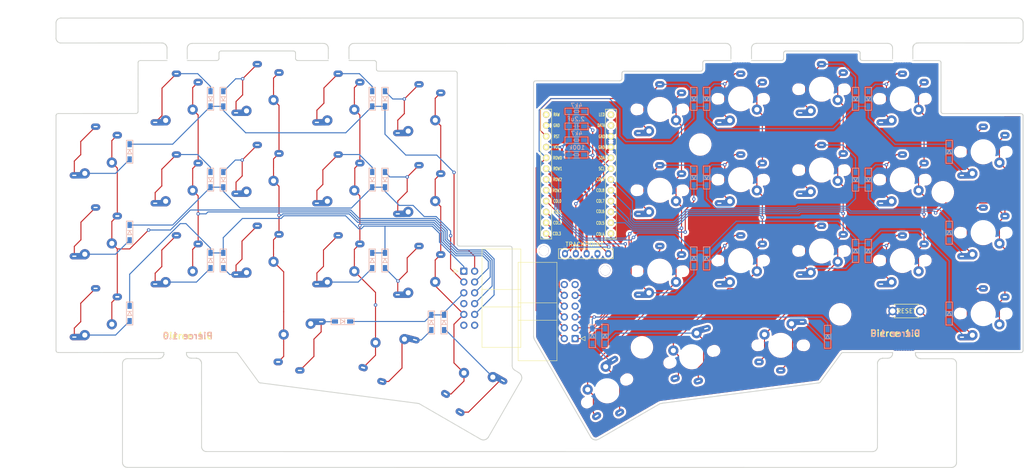
<source format=kicad_pcb>
(kicad_pcb (version 20171130) (host pcbnew 5.1.9-73d0e3b20d~88~ubuntu20.04.1)
  (title_block (title "Pierce Keyboard") (date 2021-02-12) (rev "v 0.1") (comment 4 "Author: Durken"))
  (layers (0 F.Cu signal) (31 B.Cu signal) (34 B.Paste user) (35 F.Paste user) (36 B.SilkS user) (37 F.SilkS user) (38 B.Mask user) (39 F.Mask user) (44 Edge.Cuts user))
  (net 0 "")
  (net 1 VCC)
  (net 2 "Net-(C1-Pad2)")
  (net 3 "Net-(D1-Pad2)")
  (net 4 row0l)
  (net 5 row1l)
  (net 6 "Net-(D2-Pad2)")
  (net 7 row2l)
  (net 8 "Net-(D3-Pad2)")
  (net 9 "Net-(D4-Pad2)")
  (net 10 row0)
  (net 11 "Net-(D5-Pad2)")
  (net 12 row1)
  (net 13 row2)
  (net 14 "Net-(D6-Pad2)")
  (net 15 row3)
  (net 16 "Net-(D7-Pad2)")
  (net 17 "Net-(D8-Pad2)")
  (net 18 "Net-(D9-Pad2)")
  (net 19 "Net-(D10-Pad2)")
  (net 20 "Net-(D11-Pad2)")
  (net 21 "Net-(D12-Pad2)")
  (net 22 "Net-(D13-Pad2)")
  (net 23 "Net-(D14-Pad2)")
  (net 24 "Net-(D15-Pad2)")
  (net 25 "Net-(D16-Pad2)")
  (net 26 "Net-(D17-Pad2)")
  (net 27 "Net-(D18-Pad2)")
  (net 28 row3l)
  (net 29 "Net-(D19-Pad2)")
  (net 30 "Net-(D20-Pad2)")
  (net 31 "Net-(D21-Pad2)")
  (net 32 "Net-(D22-Pad2)")
  (net 33 "Net-(D23-Pad2)")
  (net 34 "Net-(D24-Pad2)")
  (net 35 "Net-(D25-Pad2)")
  (net 36 "Net-(D26-Pad2)")
  (net 37 "Net-(D27-Pad2)")
  (net 38 "Net-(D28-Pad2)")
  (net 39 "Net-(D29-Pad2)")
  (net 40 "Net-(D30-Pad2)")
  (net 41 "Net-(D31-Pad2)")
  (net 42 "Net-(D32-Pad2)")
  (net 43 "Net-(D33-Pad2)")
  (net 44 "Net-(D34-Pad2)")
  (net 45 "Net-(D35-Pad2)")
  (net 46 "Net-(D36-Pad2)")
  (net 47 col1l)
  (net 48 col3l)
  (net 49 col0l)
  (net 50 col2l)
  (net 51 col4l)
  (net 52 col4)
  (net 53 col2)
  (net 54 col0)
  (net 55 col3)
  (net 56 col1)
  (net 57 GND)
  (net 58 SCL)
  (net 59 SDA)
  (net 60 col5)
  (net 61 col6)
  (net 62 col7)
  (net 63 col8)
  (net 64 col9)
  (net 65 reset)
  (module kbd:Breakaway_Tabs (layer F.Cu) (at 101.275 26.025)
    (fp_text reference REF**)
    (fp_text value Breakaway_Tabs)
    (pad "" np_thru_hole circle (at -1.1875 0) (size 0.3 0.3) (drill 0.3) (layers *.Cu *.Mask))
    (pad "" np_thru_hole circle (at -2.375 0) (size 0.3 0.3) (drill 0.3) (layers *.Cu *.Mask))
    (pad "" np_thru_hole circle (at -0.59375 0) (size 0.3 0.3) (drill 0.3) (layers *.Cu *.Mask))
    (pad "" np_thru_hole circle (at -1.78125 0) (size 0.3 0.3) (drill 0.3) (layers *.Cu *.Mask))
    (pad "" np_thru_hole circle (at 2.375 0) (size 0.3 0.3) (drill 0.3) (layers *.Cu *.Mask))
    (pad "" np_thru_hole circle (at 1.78125 0) (size 0.3 0.3) (drill 0.3) (layers *.Cu *.Mask))
    (pad "" np_thru_hole circle (at 1.1875 0) (size 0.3 0.3) (drill 0.3) (layers *.Cu *.Mask))
    (pad "" np_thru_hole circle (at 0.59375 0) (size 0.3 0.3) (drill 0.3) (layers *.Cu *.Mask))
    (pad "" np_thru_hole circle (at 0 0) (size 0.3 0.3) (drill 0.3) (layers *.Cu *.Mask))
  )
  (module kbd:Breakaway_Tabs (layer F.Cu) (at 63.325 26.025)
    (fp_text reference REF**)
    (fp_text value Breakaway_Tabs)
    (pad "" np_thru_hole circle (at -1.1875 0) (size 0.3 0.3) (drill 0.3) (layers *.Cu *.Mask))
    (pad "" np_thru_hole circle (at -2.375 0) (size 0.3 0.3) (drill 0.3) (layers *.Cu *.Mask))
    (pad "" np_thru_hole circle (at -0.59375 0) (size 0.3 0.3) (drill 0.3) (layers *.Cu *.Mask))
    (pad "" np_thru_hole circle (at -1.78125 0) (size 0.3 0.3) (drill 0.3) (layers *.Cu *.Mask))
    (pad "" np_thru_hole circle (at 2.375 0) (size 0.3 0.3) (drill 0.3) (layers *.Cu *.Mask))
    (pad "" np_thru_hole circle (at 1.78125 0) (size 0.3 0.3) (drill 0.3) (layers *.Cu *.Mask))
    (pad "" np_thru_hole circle (at 1.1875 0) (size 0.3 0.3) (drill 0.3) (layers *.Cu *.Mask))
    (pad "" np_thru_hole circle (at 0.59375 0) (size 0.3 0.3) (drill 0.3) (layers *.Cu *.Mask))
    (pad "" np_thru_hole circle (at 0 0) (size 0.3 0.3) (drill 0.3) (layers *.Cu *.Mask))
  )
  (module kbd:Breakaway_Tabs (layer F.Cu) (at 62.875 95.025)
    (fp_text reference REF**)
    (fp_text value Breakaway_Tabs)
    (pad "" np_thru_hole circle (at -1.1875 0) (size 0.3 0.3) (drill 0.3) (layers *.Cu *.Mask))
    (pad "" np_thru_hole circle (at -2.375 0) (size 0.3 0.3) (drill 0.3) (layers *.Cu *.Mask))
    (pad "" np_thru_hole circle (at -0.59375 0) (size 0.3 0.3) (drill 0.3) (layers *.Cu *.Mask))
    (pad "" np_thru_hole circle (at -1.78125 0) (size 0.3 0.3) (drill 0.3) (layers *.Cu *.Mask))
    (pad "" np_thru_hole circle (at 2.375 0) (size 0.3 0.3) (drill 0.3) (layers *.Cu *.Mask))
    (pad "" np_thru_hole circle (at 1.78125 0) (size 0.3 0.3) (drill 0.3) (layers *.Cu *.Mask))
    (pad "" np_thru_hole circle (at 1.1875 0) (size 0.3 0.3) (drill 0.3) (layers *.Cu *.Mask))
    (pad "" np_thru_hole circle (at 0.59375 0) (size 0.3 0.3) (drill 0.3) (layers *.Cu *.Mask))
    (pad "" np_thru_hole circle (at 0 0) (size 0.3 0.3) (drill 0.3) (layers *.Cu *.Mask))
  )
  (module kbd:Breakaway_Tabs (layer F.Cu) (at 195.925 26.025)
    (fp_text reference REF**)
    (fp_text value Breakaway_Tabs)
    (pad "" np_thru_hole circle (at -1.1875 0) (size 0.3 0.3) (drill 0.3) (layers *.Cu *.Mask))
    (pad "" np_thru_hole circle (at -2.375 0) (size 0.3 0.3) (drill 0.3) (layers *.Cu *.Mask))
    (pad "" np_thru_hole circle (at -0.59375 0) (size 0.3 0.3) (drill 0.3) (layers *.Cu *.Mask))
    (pad "" np_thru_hole circle (at -1.78125 0) (size 0.3 0.3) (drill 0.3) (layers *.Cu *.Mask))
    (pad "" np_thru_hole circle (at 2.375 0) (size 0.3 0.3) (drill 0.3) (layers *.Cu *.Mask))
    (pad "" np_thru_hole circle (at 1.78125 0) (size 0.3 0.3) (drill 0.3) (layers *.Cu *.Mask))
    (pad "" np_thru_hole circle (at 1.1875 0) (size 0.3 0.3) (drill 0.3) (layers *.Cu *.Mask))
    (pad "" np_thru_hole circle (at 0.59375 0) (size 0.3 0.3) (drill 0.3) (layers *.Cu *.Mask))
    (pad "" np_thru_hole circle (at 0 0) (size 0.3 0.3) (drill 0.3) (layers *.Cu *.Mask))
  )
  (module kbd:Breakaway_Tabs (layer F.Cu) (at 233.875 26.025)
    (fp_text reference REF**)
    (fp_text value Breakaway_Tabs)
    (pad "" np_thru_hole circle (at -1.1875 0) (size 0.3 0.3) (drill 0.3) (layers *.Cu *.Mask))
    (pad "" np_thru_hole circle (at -2.375 0) (size 0.3 0.3) (drill 0.3) (layers *.Cu *.Mask))
    (pad "" np_thru_hole circle (at -0.59375 0) (size 0.3 0.3) (drill 0.3) (layers *.Cu *.Mask))
    (pad "" np_thru_hole circle (at -1.78125 0) (size 0.3 0.3) (drill 0.3) (layers *.Cu *.Mask))
    (pad "" np_thru_hole circle (at 2.375 0) (size 0.3 0.3) (drill 0.3) (layers *.Cu *.Mask))
    (pad "" np_thru_hole circle (at 1.78125 0) (size 0.3 0.3) (drill 0.3) (layers *.Cu *.Mask))
    (pad "" np_thru_hole circle (at 1.1875 0) (size 0.3 0.3) (drill 0.3) (layers *.Cu *.Mask))
    (pad "" np_thru_hole circle (at 0.59375 0) (size 0.3 0.3) (drill 0.3) (layers *.Cu *.Mask))
    (pad "" np_thru_hole circle (at 0 0) (size 0.3 0.3) (drill 0.3) (layers *.Cu *.Mask))
  )
  (module kbd:Breakaway_Tabs (layer F.Cu) (at 234.15 95.025)
    (fp_text reference REF**)
    (fp_text value Breakaway_Tabs)
    (pad "" np_thru_hole circle (at -1.1875 0) (size 0.3 0.3) (drill 0.3) (layers *.Cu *.Mask))
    (pad "" np_thru_hole circle (at -2.375 0) (size 0.3 0.3) (drill 0.3) (layers *.Cu *.Mask))
    (pad "" np_thru_hole circle (at -0.59375 0) (size 0.3 0.3) (drill 0.3) (layers *.Cu *.Mask))
    (pad "" np_thru_hole circle (at -1.78125 0) (size 0.3 0.3) (drill 0.3) (layers *.Cu *.Mask))
    (pad "" np_thru_hole circle (at 2.375 0) (size 0.3 0.3) (drill 0.3) (layers *.Cu *.Mask))
    (pad "" np_thru_hole circle (at 1.78125 0) (size 0.3 0.3) (drill 0.3) (layers *.Cu *.Mask))
    (pad "" np_thru_hole circle (at 1.1875 0) (size 0.3 0.3) (drill 0.3) (layers *.Cu *.Mask))
    (pad "" np_thru_hole circle (at 0.59375 0) (size 0.3 0.3) (drill 0.3) (layers *.Cu *.Mask))
    (pad "" np_thru_hole circle (at 0 0) (size 0.3 0.3) (drill 0.3) (layers *.Cu *.Mask))
  )
  (module kbd:M2_HOLE_v2 (layer F.Cu) (at 123.31 94.86)
    (fp_text reference Ref** hide)
    (fp_text value Val** hide)
    (pad "" np_thru_hole circle (at 1.057391 -1.24848) (size 4.3 4.3) (drill 4.3) (layers *.Cu *.Mask))
  )
  (module kbd:M2_HOLE_v2 (layer F.Cu) (at 77.18 84.17)
    (fp_text reference Ref** hide)
    (fp_text value Val** hide)
    (pad "" np_thru_hole circle (at 0.617391 1.691724) (size 4.3 4.3) (drill 4.3) (layers *.Cu *.Mask))
  )
  (module kbd:M2_HOLE_v2 (layer F.Cu) (at 53.33 57.173598)
    (fp_text reference Ref** hide)
    (fp_text value Val** hide)
    (pad "" np_thru_hole circle (at 0.338391 0.011611) (size 4.3 4.3) (drill 4.3) (layers *.Cu *.Mask))
  )
  (module kbd:M2_HOLE_v2 (layer F.Cu) (at 110.27 45.961611)
    (fp_text reference Ref** hide)
    (fp_text value Val** hide)
    (pad "" np_thru_hole circle (at 0.398391 0.011611) (size 4.3 4.3) (drill 4.3) (layers *.Cu *.Mask))
  )
  (module kbd:M2_HOLE_v2 (layer F.Cu) (at 171.48 88.18)
    (fp_text reference Ref** hide)
    (fp_text value Val** hide)
    (pad "" np_thru_hole circle (at 1.075847 5.43152) (size 4.3 4.3) (drill 4.3) (layers *.Cu *.Mask))
  )
  (module kbd:M2_HOLE_v2 (layer F.Cu) (at 220 85.47)
    (fp_text reference Ref** hide)
    (fp_text value Val** hide)
    (pad "" np_thru_hole circle (at -0.874153 0.391724) (size 4.3 4.3) (drill 4.3) (layers *.Cu *.Mask))
  )
  (module kbd:M2_HOLE_v2 (layer F.Cu) (at 243.14 57.16)
    (fp_text reference Ref** hide)
    (fp_text value Val** hide)
    (pad "" np_thru_hole circle (at 0.114847 0.013598) (size 4.3 4.3) (drill 4.3) (layers *.Cu *.Mask))
  )
  (module kbd:M2_HOLE_v2 (layer F.Cu) (at 186.23 45.95)
    (fp_text reference Ref** hide)
    (fp_text value Val** hide)
    (pad "" np_thru_hole circle (at 0.024847 0.011611) (size 4.3 4.3) (drill 4.3) (layers *.Cu *.Mask))
  )
  (module kbd:M2_Threads_v2 (layer F.Cu) (at 149.51 70.9)
    (fp_text reference Ref** hide)
    (fp_text value Val** hide)
    (pad "" thru_hole circle (at 0 0) (size 2.3 2.3) (drill 2.3) (layers *.Cu *.Mask))
  )
  (module kbd:M2_Threads_v2 (layer F.Cu) (at 162.58 75.53)
    (fp_text reference Ref** hide)
    (fp_text value Val** hide)
    (pad "" thru_hole circle (at 1.379847 0) (size 2.3 2.3) (drill 2.3) (layers *.Cu *.Mask))
  )
  (module kbd:CherryMX_ChocV2_1u (layer F.Cu) (at 214.754847 51.960224 180)
    (fp_text reference SW20 hide)
    (fp_text value SW_PUSH hide)
    (pad 2 thru_hole circle (at 2.54 -5.08 180) (size 2.4 2.4) (drill 1.2) (layers *.Cu B.Mask) (net 30 "Net-(D20-Pad2)"))
    (pad 2 thru_hole oval (at 5 -5.55 180.5) (size 4.4 1.5) (drill oval 1 0.3 (offset -1.1 0)) (layers *.Cu B.Mask) (net 30 "Net-(D20-Pad2)"))
    (pad 1 thru_hole oval (at -5.1 3.9 180) (size 2.2 1.6) (drill oval 1 0.4) (layers *.Cu B.Mask) (net 62 col7))
    (pad "" np_thru_hole circle (at 0 0 270) (size 4.9 4.9) (drill 4.9) (layers *.Cu *.Mask))
    (pad "" np_thru_hole circle (at -5.5 0 270) (size 1.8 1.8) (drill 1.8) (layers *.Cu *.Mask))
    (pad "" np_thru_hole circle (at 5.5 0 270) (size 1.8 1.8) (drill 1.8) (layers *.Cu *.Mask))
    (pad 2 thru_hole oval (at 0 5.9 180) (size 2.2 1.5) (drill oval 1 0.3) (layers *.Cu B.Mask) (net 30 "Net-(D20-Pad2)"))
    (pad 1 thru_hole circle (at -3.81 -2.54 180) (size 2.4 2.4) (drill 1.2) (layers *.Cu B.Mask) (net 62 col7))
    (pad "" np_thru_hole circle (at 5.08 0 180) (size 1.7 1.7) (drill 1.7) (layers *.Cu *.Mask))
    (pad "" np_thru_hole circle (at -5.08 0 180) (size 1.7 1.7) (drill 1.7) (layers *.Cu *.Mask))
  )
  (module kbd:CherryMX_ChocV2_1u (layer F.Cu) (at 252.754847 85.673598 180)
    (fp_text reference SW36 hide)
    (fp_text value SW_PUSH hide)
    (pad 2 thru_hole circle (at 2.54 -5.08 180) (size 2.4 2.4) (drill 1.2) (layers *.Cu B.Mask) (net 46 "Net-(D36-Pad2)"))
    (pad 2 thru_hole oval (at 5 -5.55 180.5) (size 4.4 1.5) (drill oval 1 0.3 (offset -1.1 0)) (layers *.Cu B.Mask) (net 46 "Net-(D36-Pad2)"))
    (pad 1 thru_hole oval (at -5.1 3.9 180) (size 2.2 1.6) (drill oval 1 0.4) (layers *.Cu B.Mask) (net 64 col9))
    (pad "" np_thru_hole circle (at 0 0 270) (size 4.9 4.9) (drill 4.9) (layers *.Cu *.Mask))
    (pad "" np_thru_hole circle (at -5.5 0 270) (size 1.8 1.8) (drill 1.8) (layers *.Cu *.Mask))
    (pad "" np_thru_hole circle (at 5.5 0 270) (size 1.8 1.8) (drill 1.8) (layers *.Cu *.Mask))
    (pad 2 thru_hole oval (at 0 5.9 180) (size 2.2 1.5) (drill oval 1 0.3) (layers *.Cu B.Mask) (net 46 "Net-(D36-Pad2)"))
    (pad 1 thru_hole circle (at -3.81 -2.54 180) (size 2.4 2.4) (drill 1.2) (layers *.Cu B.Mask) (net 64 col9))
    (pad "" np_thru_hole circle (at 5.08 0 180) (size 1.7 1.7) (drill 1.7) (layers *.Cu *.Mask))
    (pad "" np_thru_hole circle (at -5.08 0 180) (size 1.7 1.7) (drill 1.7) (layers *.Cu *.Mask))
  )
  (module kbd:CherryMX_ChocV2_1u (layer F.Cu) (at 252.754847 66.673598 180)
    (fp_text reference SW35 hide)
    (fp_text value SW_PUSH hide)
    (pad 2 thru_hole circle (at 2.54 -5.08 180) (size 2.4 2.4) (drill 1.2) (layers *.Cu B.Mask) (net 45 "Net-(D35-Pad2)"))
    (pad 2 thru_hole oval (at 5 -5.55 180.5) (size 4.4 1.5) (drill oval 1 0.3 (offset -1.1 0)) (layers *.Cu B.Mask) (net 45 "Net-(D35-Pad2)"))
    (pad 1 thru_hole oval (at -5.1 3.9 180) (size 2.2 1.6) (drill oval 1 0.4) (layers *.Cu B.Mask) (net 64 col9))
    (pad "" np_thru_hole circle (at 0 0 270) (size 4.9 4.9) (drill 4.9) (layers *.Cu *.Mask))
    (pad "" np_thru_hole circle (at -5.5 0 270) (size 1.8 1.8) (drill 1.8) (layers *.Cu *.Mask))
    (pad "" np_thru_hole circle (at 5.5 0 270) (size 1.8 1.8) (drill 1.8) (layers *.Cu *.Mask))
    (pad 2 thru_hole oval (at 0 5.9 180) (size 2.2 1.5) (drill oval 1 0.3) (layers *.Cu B.Mask) (net 45 "Net-(D35-Pad2)"))
    (pad 1 thru_hole circle (at -3.81 -2.54 180) (size 2.4 2.4) (drill 1.2) (layers *.Cu B.Mask) (net 64 col9))
    (pad "" np_thru_hole circle (at 5.08 0 180) (size 1.7 1.7) (drill 1.7) (layers *.Cu *.Mask))
    (pad "" np_thru_hole circle (at -5.08 0 180) (size 1.7 1.7) (drill 1.7) (layers *.Cu *.Mask))
  )
  (module kbd:CherryMX_ChocV2_1u (layer F.Cu) (at 252.754847 47.673598 180)
    (fp_text reference SW34 hide)
    (fp_text value SW_PUSH hide)
    (pad 2 thru_hole circle (at 2.54 -5.08 180) (size 2.4 2.4) (drill 1.2) (layers *.Cu B.Mask) (net 44 "Net-(D34-Pad2)"))
    (pad 2 thru_hole oval (at 5 -5.55 180.5) (size 4.4 1.5) (drill oval 1 0.3 (offset -1.1 0)) (layers *.Cu B.Mask) (net 44 "Net-(D34-Pad2)"))
    (pad 1 thru_hole oval (at -5.1 3.9 180) (size 2.2 1.6) (drill oval 1 0.4) (layers *.Cu B.Mask) (net 64 col9))
    (pad "" np_thru_hole circle (at 0 0 270) (size 4.9 4.9) (drill 4.9) (layers *.Cu *.Mask))
    (pad "" np_thru_hole circle (at -5.5 0 270) (size 1.8 1.8) (drill 1.8) (layers *.Cu *.Mask))
    (pad "" np_thru_hole circle (at 5.5 0 270) (size 1.8 1.8) (drill 1.8) (layers *.Cu *.Mask))
    (pad 2 thru_hole oval (at 0 5.9 180) (size 2.2 1.5) (drill oval 1 0.3) (layers *.Cu B.Mask) (net 44 "Net-(D34-Pad2)"))
    (pad 1 thru_hole circle (at -3.81 -2.54 180) (size 2.4 2.4) (drill 1.2) (layers *.Cu B.Mask) (net 64 col9))
    (pad "" np_thru_hole circle (at 5.08 0 180) (size 1.7 1.7) (drill 1.7) (layers *.Cu *.Mask))
    (pad "" np_thru_hole circle (at -5.08 0 180) (size 1.7 1.7) (drill 1.7) (layers *.Cu *.Mask))
  )
  (module kbd:CherryMX_ChocV2_1u (layer F.Cu) (at 132.77 103.74 330)
    (fp_text reference SW33 hide)
    (fp_text value SW_PUSH hide)
    (pad 2 thru_hole circle (at 2.54 -5.08 330) (size 2.4 2.4) (drill 1.2) (layers *.Cu B.Mask) (net 43 "Net-(D33-Pad2)"))
    (pad 2 thru_hole oval (at 5 -5.55 330.5) (size 4.4 1.5) (drill oval 1 0.3 (offset -1.1 0)) (layers *.Cu B.Mask) (net 43 "Net-(D33-Pad2)"))
    (pad 1 thru_hole oval (at -5.1 3.9 330) (size 2.2 1.6) (drill oval 1 0.4) (layers *.Cu B.Mask) (net 51 col4l))
    (pad "" np_thru_hole circle (at 0 0 60) (size 4.9 4.9) (drill 4.9) (layers *.Cu *.Mask))
    (pad "" np_thru_hole circle (at -5.5 0 60) (size 1.8 1.8) (drill 1.8) (layers *.Cu *.Mask))
    (pad "" np_thru_hole circle (at 5.5 0 60) (size 1.8 1.8) (drill 1.8) (layers *.Cu *.Mask))
    (pad 2 thru_hole oval (at 0 5.9 330) (size 2.2 1.5) (drill oval 1 0.3) (layers *.Cu B.Mask) (net 43 "Net-(D33-Pad2)"))
    (pad 1 thru_hole circle (at -3.81 -2.54 330) (size 2.4 2.4) (drill 1.2) (layers *.Cu B.Mask) (net 51 col4l))
    (pad "" np_thru_hole circle (at 5.08 0 330) (size 1.7 1.7) (drill 1.7) (layers *.Cu *.Mask))
    (pad "" np_thru_hole circle (at -5.08 0 330) (size 1.7 1.7) (drill 1.7) (layers *.Cu *.Mask))
  )
  (module kbd:CherryMX_ChocV2_1u (layer F.Cu) (at 120.168391 75.70494 180)
    (fp_text reference SW32 hide)
    (fp_text value SW_PUSH hide)
    (pad 2 thru_hole circle (at 2.54 -5.08 180) (size 2.4 2.4) (drill 1.2) (layers *.Cu B.Mask) (net 42 "Net-(D32-Pad2)"))
    (pad 2 thru_hole oval (at 5 -5.55 180.5) (size 4.4 1.5) (drill oval 1 0.3 (offset -1.1 0)) (layers *.Cu B.Mask) (net 42 "Net-(D32-Pad2)"))
    (pad 1 thru_hole oval (at -5.1 3.9 180) (size 2.2 1.6) (drill oval 1 0.4) (layers *.Cu B.Mask) (net 51 col4l))
    (pad "" np_thru_hole circle (at 0 0 270) (size 4.9 4.9) (drill 4.9) (layers *.Cu *.Mask))
    (pad "" np_thru_hole circle (at -5.5 0 270) (size 1.8 1.8) (drill 1.8) (layers *.Cu *.Mask))
    (pad "" np_thru_hole circle (at 5.5 0 270) (size 1.8 1.8) (drill 1.8) (layers *.Cu *.Mask))
    (pad 2 thru_hole oval (at 0 5.9 180) (size 2.2 1.5) (drill oval 1 0.3) (layers *.Cu B.Mask) (net 42 "Net-(D32-Pad2)"))
    (pad 1 thru_hole circle (at -3.81 -2.54 180) (size 2.4 2.4) (drill 1.2) (layers *.Cu B.Mask) (net 51 col4l))
    (pad "" np_thru_hole circle (at 5.08 0 180) (size 1.7 1.7) (drill 1.7) (layers *.Cu *.Mask))
    (pad "" np_thru_hole circle (at -5.08 0 180) (size 1.7 1.7) (drill 1.7) (layers *.Cu *.Mask))
  )
  (module kbd:CherryMX_ChocV2_1u (layer F.Cu) (at 120.168391 56.70494 180)
    (fp_text reference SW31 hide)
    (fp_text value SW_PUSH hide)
    (pad 2 thru_hole circle (at 2.54 -5.08 180) (size 2.4 2.4) (drill 1.2) (layers *.Cu B.Mask) (net 41 "Net-(D31-Pad2)"))
    (pad 2 thru_hole oval (at 5 -5.55 180.5) (size 4.4 1.5) (drill oval 1 0.3 (offset -1.1 0)) (layers *.Cu B.Mask) (net 41 "Net-(D31-Pad2)"))
    (pad 1 thru_hole oval (at -5.1 3.9 180) (size 2.2 1.6) (drill oval 1 0.4) (layers *.Cu B.Mask) (net 51 col4l))
    (pad "" np_thru_hole circle (at 0 0 270) (size 4.9 4.9) (drill 4.9) (layers *.Cu *.Mask))
    (pad "" np_thru_hole circle (at -5.5 0 270) (size 1.8 1.8) (drill 1.8) (layers *.Cu *.Mask))
    (pad "" np_thru_hole circle (at 5.5 0 270) (size 1.8 1.8) (drill 1.8) (layers *.Cu *.Mask))
    (pad 2 thru_hole oval (at 0 5.9 180) (size 2.2 1.5) (drill oval 1 0.3) (layers *.Cu B.Mask) (net 41 "Net-(D31-Pad2)"))
    (pad 1 thru_hole circle (at -3.81 -2.54 180) (size 2.4 2.4) (drill 1.2) (layers *.Cu B.Mask) (net 51 col4l))
    (pad "" np_thru_hole circle (at 5.08 0 180) (size 1.7 1.7) (drill 1.7) (layers *.Cu *.Mask))
    (pad "" np_thru_hole circle (at -5.08 0 180) (size 1.7 1.7) (drill 1.7) (layers *.Cu *.Mask))
  )
  (module kbd:CherryMX_ChocV2_1u (layer F.Cu) (at 120.168391 37.70494 180)
    (fp_text reference SW30 hide)
    (fp_text value SW_PUSH hide)
    (pad 2 thru_hole circle (at 2.54 -5.08 180) (size 2.4 2.4) (drill 1.2) (layers *.Cu B.Mask) (net 40 "Net-(D30-Pad2)"))
    (pad 2 thru_hole oval (at 5 -5.55 180.5) (size 4.4 1.5) (drill oval 1 0.3 (offset -1.1 0)) (layers *.Cu B.Mask) (net 40 "Net-(D30-Pad2)"))
    (pad 1 thru_hole oval (at -5.1 3.9 180) (size 2.2 1.6) (drill oval 1 0.4) (layers *.Cu B.Mask) (net 51 col4l))
    (pad "" np_thru_hole circle (at 0 0 270) (size 4.9 4.9) (drill 4.9) (layers *.Cu *.Mask))
    (pad "" np_thru_hole circle (at -5.5 0 270) (size 1.8 1.8) (drill 1.8) (layers *.Cu *.Mask))
    (pad "" np_thru_hole circle (at 5.5 0 270) (size 1.8 1.8) (drill 1.8) (layers *.Cu *.Mask))
    (pad 2 thru_hole oval (at 0 5.9 180) (size 2.2 1.5) (drill oval 1 0.3) (layers *.Cu B.Mask) (net 40 "Net-(D30-Pad2)"))
    (pad 1 thru_hole circle (at -3.81 -2.54 180) (size 2.4 2.4) (drill 1.2) (layers *.Cu B.Mask) (net 51 col4l))
    (pad "" np_thru_hole circle (at 5.08 0 180) (size 1.7 1.7) (drill 1.7) (layers *.Cu *.Mask))
    (pad "" np_thru_hole circle (at -5.08 0 180) (size 1.7 1.7) (drill 1.7) (layers *.Cu *.Mask))
  )
  (module kbd:CherryMX_ChocV2_1u (layer F.Cu) (at 233.754847 73.210662 180)
    (fp_text reference SW29 hide)
    (fp_text value SW_PUSH hide)
    (pad 2 thru_hole circle (at 2.54 -5.08 180) (size 2.4 2.4) (drill 1.2) (layers *.Cu B.Mask) (net 39 "Net-(D29-Pad2)"))
    (pad 2 thru_hole oval (at 5 -5.55 180.5) (size 4.4 1.5) (drill oval 1 0.3 (offset -1.1 0)) (layers *.Cu B.Mask) (net 39 "Net-(D29-Pad2)"))
    (pad 1 thru_hole oval (at -5.1 3.9 180) (size 2.2 1.6) (drill oval 1 0.4) (layers *.Cu B.Mask) (net 63 col8))
    (pad "" np_thru_hole circle (at 0 0 270) (size 4.9 4.9) (drill 4.9) (layers *.Cu *.Mask))
    (pad "" np_thru_hole circle (at -5.5 0 270) (size 1.8 1.8) (drill 1.8) (layers *.Cu *.Mask))
    (pad "" np_thru_hole circle (at 5.5 0 270) (size 1.8 1.8) (drill 1.8) (layers *.Cu *.Mask))
    (pad 2 thru_hole oval (at 0 5.9 180) (size 2.2 1.5) (drill oval 1 0.3) (layers *.Cu B.Mask) (net 39 "Net-(D29-Pad2)"))
    (pad 1 thru_hole circle (at -3.81 -2.54 180) (size 2.4 2.4) (drill 1.2) (layers *.Cu B.Mask) (net 63 col8))
    (pad "" np_thru_hole circle (at 5.08 0 180) (size 1.7 1.7) (drill 1.7) (layers *.Cu *.Mask))
    (pad "" np_thru_hole circle (at -5.08 0 180) (size 1.7 1.7) (drill 1.7) (layers *.Cu *.Mask))
  )
  (module kbd:CherryMX_ChocV2_1u (layer F.Cu) (at 233.754847 54.210662 180)
    (fp_text reference SW28 hide)
    (fp_text value SW_PUSH hide)
    (pad 2 thru_hole circle (at 2.54 -5.08 180) (size 2.4 2.4) (drill 1.2) (layers *.Cu B.Mask) (net 38 "Net-(D28-Pad2)"))
    (pad 2 thru_hole oval (at 5 -5.55 180.5) (size 4.4 1.5) (drill oval 1 0.3 (offset -1.1 0)) (layers *.Cu B.Mask) (net 38 "Net-(D28-Pad2)"))
    (pad 1 thru_hole oval (at -5.1 3.9 180) (size 2.2 1.6) (drill oval 1 0.4) (layers *.Cu B.Mask) (net 63 col8))
    (pad "" np_thru_hole circle (at 0 0 270) (size 4.9 4.9) (drill 4.9) (layers *.Cu *.Mask))
    (pad "" np_thru_hole circle (at -5.5 0 270) (size 1.8 1.8) (drill 1.8) (layers *.Cu *.Mask))
    (pad "" np_thru_hole circle (at 5.5 0 270) (size 1.8 1.8) (drill 1.8) (layers *.Cu *.Mask))
    (pad 2 thru_hole oval (at 0 5.9 180) (size 2.2 1.5) (drill oval 1 0.3) (layers *.Cu B.Mask) (net 38 "Net-(D28-Pad2)"))
    (pad 1 thru_hole circle (at -3.81 -2.54 180) (size 2.4 2.4) (drill 1.2) (layers *.Cu B.Mask) (net 63 col8))
    (pad "" np_thru_hole circle (at 5.08 0 180) (size 1.7 1.7) (drill 1.7) (layers *.Cu *.Mask))
    (pad "" np_thru_hole circle (at -5.08 0 180) (size 1.7 1.7) (drill 1.7) (layers *.Cu *.Mask))
  )
  (module kbd:CherryMX_ChocV2_1u (layer F.Cu) (at 233.754847 35.210662 180)
    (fp_text reference SW27 hide)
    (fp_text value SW_PUSH hide)
    (pad 2 thru_hole circle (at 2.54 -5.08 180) (size 2.4 2.4) (drill 1.2) (layers *.Cu B.Mask) (net 37 "Net-(D27-Pad2)"))
    (pad 2 thru_hole oval (at 5 -5.55 180.5) (size 4.4 1.5) (drill oval 1 0.3 (offset -1.1 0)) (layers *.Cu B.Mask) (net 37 "Net-(D27-Pad2)"))
    (pad 1 thru_hole oval (at -5.1 3.9 180) (size 2.2 1.6) (drill oval 1 0.4) (layers *.Cu B.Mask) (net 63 col8))
    (pad "" np_thru_hole circle (at 0 0 270) (size 4.9 4.9) (drill 4.9) (layers *.Cu *.Mask))
    (pad "" np_thru_hole circle (at -5.5 0 270) (size 1.8 1.8) (drill 1.8) (layers *.Cu *.Mask))
    (pad "" np_thru_hole circle (at 5.5 0 270) (size 1.8 1.8) (drill 1.8) (layers *.Cu *.Mask))
    (pad 2 thru_hole oval (at 0 5.9 180) (size 2.2 1.5) (drill oval 1 0.3) (layers *.Cu B.Mask) (net 37 "Net-(D27-Pad2)"))
    (pad 1 thru_hole circle (at -3.81 -2.54 180) (size 2.4 2.4) (drill 1.2) (layers *.Cu B.Mask) (net 63 col8))
    (pad "" np_thru_hole circle (at 5.08 0 180) (size 1.7 1.7) (drill 1.7) (layers *.Cu *.Mask))
    (pad "" np_thru_hole circle (at -5.08 0 180) (size 1.7 1.7) (drill 1.7) (layers *.Cu *.Mask))
  )
  (module kbd:CherryMX_ChocV2_1u (layer F.Cu) (at 112.97 95.94 345)
    (fp_text reference SW26 hide)
    (fp_text value SW_PUSH hide)
    (pad 2 thru_hole circle (at 2.54 -5.08 345) (size 2.4 2.4) (drill 1.2) (layers *.Cu B.Mask) (net 36 "Net-(D26-Pad2)"))
    (pad 2 thru_hole oval (at 5 -5.55 345.5) (size 4.4 1.5) (drill oval 1 0.3 (offset -1.1 0)) (layers *.Cu B.Mask) (net 36 "Net-(D26-Pad2)"))
    (pad 1 thru_hole oval (at -5.1 3.9 345) (size 2.2 1.6) (drill oval 1 0.4) (layers *.Cu B.Mask) (net 48 col3l))
    (pad "" np_thru_hole circle (at 0 0 75) (size 4.9 4.9) (drill 4.9) (layers *.Cu *.Mask))
    (pad "" np_thru_hole circle (at -5.5 0 75) (size 1.8 1.8) (drill 1.8) (layers *.Cu *.Mask))
    (pad "" np_thru_hole circle (at 5.5 0 75) (size 1.8 1.8) (drill 1.8) (layers *.Cu *.Mask))
    (pad 2 thru_hole oval (at 0 5.9 345) (size 2.2 1.5) (drill oval 1 0.3) (layers *.Cu B.Mask) (net 36 "Net-(D26-Pad2)"))
    (pad 1 thru_hole circle (at -3.81 -2.54 345) (size 2.4 2.4) (drill 1.2) (layers *.Cu B.Mask) (net 48 col3l))
    (pad "" np_thru_hole circle (at 5.08 0 345) (size 1.7 1.7) (drill 1.7) (layers *.Cu *.Mask))
    (pad "" np_thru_hole circle (at -5.08 0 345) (size 1.7 1.7) (drill 1.7) (layers *.Cu *.Mask))
  )
  (module kbd:CherryMX_ChocV2_1u (layer F.Cu) (at 101.168391 73.205582 180)
    (fp_text reference SW25 hide)
    (fp_text value SW_PUSH hide)
    (pad 2 thru_hole circle (at 2.54 -5.08 180) (size 2.4 2.4) (drill 1.2) (layers *.Cu B.Mask) (net 35 "Net-(D25-Pad2)"))
    (pad 2 thru_hole oval (at 5 -5.55 180.5) (size 4.4 1.5) (drill oval 1 0.3 (offset -1.1 0)) (layers *.Cu B.Mask) (net 35 "Net-(D25-Pad2)"))
    (pad 1 thru_hole oval (at -5.1 3.9 180) (size 2.2 1.6) (drill oval 1 0.4) (layers *.Cu B.Mask) (net 48 col3l))
    (pad "" np_thru_hole circle (at 0 0 270) (size 4.9 4.9) (drill 4.9) (layers *.Cu *.Mask))
    (pad "" np_thru_hole circle (at -5.5 0 270) (size 1.8 1.8) (drill 1.8) (layers *.Cu *.Mask))
    (pad "" np_thru_hole circle (at 5.5 0 270) (size 1.8 1.8) (drill 1.8) (layers *.Cu *.Mask))
    (pad 2 thru_hole oval (at 0 5.9 180) (size 2.2 1.5) (drill oval 1 0.3) (layers *.Cu B.Mask) (net 35 "Net-(D25-Pad2)"))
    (pad 1 thru_hole circle (at -3.81 -2.54 180) (size 2.4 2.4) (drill 1.2) (layers *.Cu B.Mask) (net 48 col3l))
    (pad "" np_thru_hole circle (at 5.08 0 180) (size 1.7 1.7) (drill 1.7) (layers *.Cu *.Mask))
    (pad "" np_thru_hole circle (at -5.08 0 180) (size 1.7 1.7) (drill 1.7) (layers *.Cu *.Mask))
  )
  (module kbd:CherryMX_ChocV2_1u (layer F.Cu) (at 101.168391 54.205582 180)
    (fp_text reference SW24 hide)
    (fp_text value SW_PUSH hide)
    (pad 2 thru_hole circle (at 2.54 -5.08 180) (size 2.4 2.4) (drill 1.2) (layers *.Cu B.Mask) (net 34 "Net-(D24-Pad2)"))
    (pad 2 thru_hole oval (at 5 -5.55 180.5) (size 4.4 1.5) (drill oval 1 0.3 (offset -1.1 0)) (layers *.Cu B.Mask) (net 34 "Net-(D24-Pad2)"))
    (pad 1 thru_hole oval (at -5.1 3.9 180) (size 2.2 1.6) (drill oval 1 0.4) (layers *.Cu B.Mask) (net 48 col3l))
    (pad "" np_thru_hole circle (at 0 0 270) (size 4.9 4.9) (drill 4.9) (layers *.Cu *.Mask))
    (pad "" np_thru_hole circle (at -5.5 0 270) (size 1.8 1.8) (drill 1.8) (layers *.Cu *.Mask))
    (pad "" np_thru_hole circle (at 5.5 0 270) (size 1.8 1.8) (drill 1.8) (layers *.Cu *.Mask))
    (pad 2 thru_hole oval (at 0 5.9 180) (size 2.2 1.5) (drill oval 1 0.3) (layers *.Cu B.Mask) (net 34 "Net-(D24-Pad2)"))
    (pad 1 thru_hole circle (at -3.81 -2.54 180) (size 2.4 2.4) (drill 1.2) (layers *.Cu B.Mask) (net 48 col3l))
    (pad "" np_thru_hole circle (at 5.08 0 180) (size 1.7 1.7) (drill 1.7) (layers *.Cu *.Mask))
    (pad "" np_thru_hole circle (at -5.08 0 180) (size 1.7 1.7) (drill 1.7) (layers *.Cu *.Mask))
  )
  (module kbd:CherryMX_ChocV2_1u (layer F.Cu) (at 101.168391 35.205582 180)
    (fp_text reference SW23 hide)
    (fp_text value SW_PUSH hide)
    (pad 2 thru_hole circle (at 2.54 -5.08 180) (size 2.4 2.4) (drill 1.2) (layers *.Cu B.Mask) (net 33 "Net-(D23-Pad2)"))
    (pad 2 thru_hole oval (at 5 -5.55 180.5) (size 4.4 1.5) (drill oval 1 0.3 (offset -1.1 0)) (layers *.Cu B.Mask) (net 33 "Net-(D23-Pad2)"))
    (pad 1 thru_hole oval (at -5.1 3.9 180) (size 2.2 1.6) (drill oval 1 0.4) (layers *.Cu B.Mask) (net 48 col3l))
    (pad "" np_thru_hole circle (at 0 0 270) (size 4.9 4.9) (drill 4.9) (layers *.Cu *.Mask))
    (pad "" np_thru_hole circle (at -5.5 0 270) (size 1.8 1.8) (drill 1.8) (layers *.Cu *.Mask))
    (pad "" np_thru_hole circle (at 5.5 0 270) (size 1.8 1.8) (drill 1.8) (layers *.Cu *.Mask))
    (pad 2 thru_hole oval (at 0 5.9 180) (size 2.2 1.5) (drill oval 1 0.3) (layers *.Cu B.Mask) (net 33 "Net-(D23-Pad2)"))
    (pad 1 thru_hole circle (at -3.81 -2.54 180) (size 2.4 2.4) (drill 1.2) (layers *.Cu B.Mask) (net 48 col3l))
    (pad "" np_thru_hole circle (at 5.08 0 180) (size 1.7 1.7) (drill 1.7) (layers *.Cu *.Mask))
    (pad "" np_thru_hole circle (at -5.08 0 180) (size 1.7 1.7) (drill 1.7) (layers *.Cu *.Mask))
  )
  (module kbd:CherryMX_ChocV2_1u (layer F.Cu) (at 205.17 93.14)
    (fp_text reference SW22 hide)
    (fp_text value SW_PUSH hide)
    (pad 2 thru_hole circle (at 2.54 -5.08) (size 2.4 2.4) (drill 1.2) (layers *.Cu B.Mask) (net 32 "Net-(D22-Pad2)"))
    (pad 2 thru_hole oval (at 5 -5.55 0.5) (size 4.4 1.5) (drill oval 1 0.3 (offset -1.1 0)) (layers *.Cu B.Mask) (net 32 "Net-(D22-Pad2)"))
    (pad 1 thru_hole oval (at -5.1 3.9) (size 2.2 1.6) (drill oval 1 0.4) (layers *.Cu B.Mask) (net 62 col7))
    (pad "" np_thru_hole circle (at 0 0 90) (size 4.9 4.9) (drill 4.9) (layers *.Cu *.Mask))
    (pad "" np_thru_hole circle (at -5.5 0 90) (size 1.8 1.8) (drill 1.8) (layers *.Cu *.Mask))
    (pad "" np_thru_hole circle (at 5.5 0 90) (size 1.8 1.8) (drill 1.8) (layers *.Cu *.Mask))
    (pad 2 thru_hole oval (at 0 5.9) (size 2.2 1.5) (drill oval 1 0.3) (layers *.Cu B.Mask) (net 32 "Net-(D22-Pad2)"))
    (pad 1 thru_hole circle (at -3.81 -2.54) (size 2.4 2.4) (drill 1.2) (layers *.Cu B.Mask) (net 62 col7))
    (pad "" np_thru_hole circle (at 5.08 0) (size 1.7 1.7) (drill 1.7) (layers *.Cu *.Mask))
    (pad "" np_thru_hole circle (at -5.08 0) (size 1.7 1.7) (drill 1.7) (layers *.Cu *.Mask))
  )
  (module kbd:CherryMX_ChocV2_1u (layer F.Cu) (at 214.754847 70.960224 180)
    (fp_text reference SW21 hide)
    (fp_text value SW_PUSH hide)
    (pad 2 thru_hole circle (at 2.54 -5.08 180) (size 2.4 2.4) (drill 1.2) (layers *.Cu B.Mask) (net 31 "Net-(D21-Pad2)"))
    (pad 2 thru_hole oval (at 5 -5.55 180.5) (size 4.4 1.5) (drill oval 1 0.3 (offset -1.1 0)) (layers *.Cu B.Mask) (net 31 "Net-(D21-Pad2)"))
    (pad 1 thru_hole oval (at -5.1 3.9 180) (size 2.2 1.6) (drill oval 1 0.4) (layers *.Cu B.Mask) (net 62 col7))
    (pad "" np_thru_hole circle (at 0 0 270) (size 4.9 4.9) (drill 4.9) (layers *.Cu *.Mask))
    (pad "" np_thru_hole circle (at -5.5 0 270) (size 1.8 1.8) (drill 1.8) (layers *.Cu *.Mask))
    (pad "" np_thru_hole circle (at 5.5 0 270) (size 1.8 1.8) (drill 1.8) (layers *.Cu *.Mask))
    (pad 2 thru_hole oval (at 0 5.9 180) (size 2.2 1.5) (drill oval 1 0.3) (layers *.Cu B.Mask) (net 31 "Net-(D21-Pad2)"))
    (pad 1 thru_hole circle (at -3.81 -2.54 180) (size 2.4 2.4) (drill 1.2) (layers *.Cu B.Mask) (net 62 col7))
    (pad "" np_thru_hole circle (at 5.08 0 180) (size 1.7 1.7) (drill 1.7) (layers *.Cu *.Mask))
    (pad "" np_thru_hole circle (at -5.08 0 180) (size 1.7 1.7) (drill 1.7) (layers *.Cu *.Mask))
  )
  (module kbd:CherryMX_ChocV2_1u (layer F.Cu) (at 214.754847 32.960224 180)
    (fp_text reference SW19 hide)
    (fp_text value SW_PUSH hide)
    (pad 2 thru_hole circle (at 2.54 -5.08 180) (size 2.4 2.4) (drill 1.2) (layers *.Cu B.Mask) (net 29 "Net-(D19-Pad2)"))
    (pad 2 thru_hole oval (at 5 -5.55 180.5) (size 4.4 1.5) (drill oval 1 0.3 (offset -1.1 0)) (layers *.Cu B.Mask) (net 29 "Net-(D19-Pad2)"))
    (pad 1 thru_hole oval (at -5.1 3.9 180) (size 2.2 1.6) (drill oval 1 0.4) (layers *.Cu B.Mask) (net 62 col7))
    (pad "" np_thru_hole circle (at 0 0 270) (size 4.9 4.9) (drill 4.9) (layers *.Cu *.Mask))
    (pad "" np_thru_hole circle (at -5.5 0 270) (size 1.8 1.8) (drill 1.8) (layers *.Cu *.Mask))
    (pad "" np_thru_hole circle (at 5.5 0 270) (size 1.8 1.8) (drill 1.8) (layers *.Cu *.Mask))
    (pad 2 thru_hole oval (at 0 5.9 180) (size 2.2 1.5) (drill oval 1 0.3) (layers *.Cu B.Mask) (net 29 "Net-(D19-Pad2)"))
    (pad 1 thru_hole circle (at -3.81 -2.54 180) (size 2.4 2.4) (drill 1.2) (layers *.Cu B.Mask) (net 62 col7))
    (pad "" np_thru_hole circle (at 5.08 0 180) (size 1.7 1.7) (drill 1.7) (layers *.Cu *.Mask))
    (pad "" np_thru_hole circle (at -5.08 0 180) (size 1.7 1.7) (drill 1.7) (layers *.Cu *.Mask))
  )
  (module kbd:CherryMX_ChocV2_1u (layer F.Cu) (at 92.17 93.14)
    (fp_text reference SW18 hide)
    (fp_text value SW_PUSH hide)
    (pad 2 thru_hole circle (at 2.54 -5.08) (size 2.4 2.4) (drill 1.2) (layers *.Cu B.Mask) (net 27 "Net-(D18-Pad2)"))
    (pad 2 thru_hole oval (at 5 -5.55 0.5) (size 4.4 1.5) (drill oval 1 0.3 (offset -1.1 0)) (layers *.Cu B.Mask) (net 27 "Net-(D18-Pad2)"))
    (pad 1 thru_hole oval (at -5.1 3.9) (size 2.2 1.6) (drill oval 1 0.4) (layers *.Cu B.Mask) (net 50 col2l))
    (pad "" np_thru_hole circle (at 0 0 90) (size 4.9 4.9) (drill 4.9) (layers *.Cu *.Mask))
    (pad "" np_thru_hole circle (at -5.5 0 90) (size 1.8 1.8) (drill 1.8) (layers *.Cu *.Mask))
    (pad "" np_thru_hole circle (at 5.5 0 90) (size 1.8 1.8) (drill 1.8) (layers *.Cu *.Mask))
    (pad 2 thru_hole oval (at 0 5.9) (size 2.2 1.5) (drill oval 1 0.3) (layers *.Cu B.Mask) (net 27 "Net-(D18-Pad2)"))
    (pad 1 thru_hole circle (at -3.81 -2.54) (size 2.4 2.4) (drill 1.2) (layers *.Cu B.Mask) (net 50 col2l))
    (pad "" np_thru_hole circle (at 5.08 0) (size 1.7 1.7) (drill 1.7) (layers *.Cu *.Mask))
    (pad "" np_thru_hole circle (at -5.08 0) (size 1.7 1.7) (drill 1.7) (layers *.Cu *.Mask))
  )
  (module kbd:CherryMX_ChocV2_1u (layer F.Cu) (at 82.168391 70.955144 180)
    (fp_text reference SW17 hide)
    (fp_text value SW_PUSH hide)
    (pad 2 thru_hole circle (at 2.54 -5.08 180) (size 2.4 2.4) (drill 1.2) (layers *.Cu B.Mask) (net 26 "Net-(D17-Pad2)"))
    (pad 2 thru_hole oval (at 5 -5.55 180.5) (size 4.4 1.5) (drill oval 1 0.3 (offset -1.1 0)) (layers *.Cu B.Mask) (net 26 "Net-(D17-Pad2)"))
    (pad 1 thru_hole oval (at -5.1 3.9 180) (size 2.2 1.6) (drill oval 1 0.4) (layers *.Cu B.Mask) (net 50 col2l))
    (pad "" np_thru_hole circle (at 0 0 270) (size 4.9 4.9) (drill 4.9) (layers *.Cu *.Mask))
    (pad "" np_thru_hole circle (at -5.5 0 270) (size 1.8 1.8) (drill 1.8) (layers *.Cu *.Mask))
    (pad "" np_thru_hole circle (at 5.5 0 270) (size 1.8 1.8) (drill 1.8) (layers *.Cu *.Mask))
    (pad 2 thru_hole oval (at 0 5.9 180) (size 2.2 1.5) (drill oval 1 0.3) (layers *.Cu B.Mask) (net 26 "Net-(D17-Pad2)"))
    (pad 1 thru_hole circle (at -3.81 -2.54 180) (size 2.4 2.4) (drill 1.2) (layers *.Cu B.Mask) (net 50 col2l))
    (pad "" np_thru_hole circle (at 5.08 0 180) (size 1.7 1.7) (drill 1.7) (layers *.Cu *.Mask))
    (pad "" np_thru_hole circle (at -5.08 0 180) (size 1.7 1.7) (drill 1.7) (layers *.Cu *.Mask))
  )
  (module kbd:CherryMX_ChocV2_1u (layer F.Cu) (at 82.168391 51.955144 180)
    (fp_text reference SW16 hide)
    (fp_text value SW_PUSH hide)
    (pad 2 thru_hole circle (at 2.54 -5.08 180) (size 2.4 2.4) (drill 1.2) (layers *.Cu B.Mask) (net 25 "Net-(D16-Pad2)"))
    (pad 2 thru_hole oval (at 5 -5.55 180.5) (size 4.4 1.5) (drill oval 1 0.3 (offset -1.1 0)) (layers *.Cu B.Mask) (net 25 "Net-(D16-Pad2)"))
    (pad 1 thru_hole oval (at -5.1 3.9 180) (size 2.2 1.6) (drill oval 1 0.4) (layers *.Cu B.Mask) (net 50 col2l))
    (pad "" np_thru_hole circle (at 0 0 270) (size 4.9 4.9) (drill 4.9) (layers *.Cu *.Mask))
    (pad "" np_thru_hole circle (at -5.5 0 270) (size 1.8 1.8) (drill 1.8) (layers *.Cu *.Mask))
    (pad "" np_thru_hole circle (at 5.5 0 270) (size 1.8 1.8) (drill 1.8) (layers *.Cu *.Mask))
    (pad 2 thru_hole oval (at 0 5.9 180) (size 2.2 1.5) (drill oval 1 0.3) (layers *.Cu B.Mask) (net 25 "Net-(D16-Pad2)"))
    (pad 1 thru_hole circle (at -3.81 -2.54 180) (size 2.4 2.4) (drill 1.2) (layers *.Cu B.Mask) (net 50 col2l))
    (pad "" np_thru_hole circle (at 5.08 0 180) (size 1.7 1.7) (drill 1.7) (layers *.Cu *.Mask))
    (pad "" np_thru_hole circle (at -5.08 0 180) (size 1.7 1.7) (drill 1.7) (layers *.Cu *.Mask))
  )
  (module kbd:CherryMX_ChocV2_1u (layer F.Cu) (at 82.168391 32.955144 180)
    (fp_text reference SW15 hide)
    (fp_text value SW_PUSH hide)
    (pad 2 thru_hole circle (at 2.54 -5.08 180) (size 2.4 2.4) (drill 1.2) (layers *.Cu B.Mask) (net 24 "Net-(D15-Pad2)"))
    (pad 2 thru_hole oval (at 5 -5.55 180.5) (size 4.4 1.5) (drill oval 1 0.3 (offset -1.1 0)) (layers *.Cu B.Mask) (net 24 "Net-(D15-Pad2)"))
    (pad 1 thru_hole oval (at -5.1 3.9 180) (size 2.2 1.6) (drill oval 1 0.4) (layers *.Cu B.Mask) (net 50 col2l))
    (pad "" np_thru_hole circle (at 0 0 270) (size 4.9 4.9) (drill 4.9) (layers *.Cu *.Mask))
    (pad "" np_thru_hole circle (at -5.5 0 270) (size 1.8 1.8) (drill 1.8) (layers *.Cu *.Mask))
    (pad "" np_thru_hole circle (at 5.5 0 270) (size 1.8 1.8) (drill 1.8) (layers *.Cu *.Mask))
    (pad 2 thru_hole oval (at 0 5.9 180) (size 2.2 1.5) (drill oval 1 0.3) (layers *.Cu B.Mask) (net 24 "Net-(D15-Pad2)"))
    (pad 1 thru_hole circle (at -3.81 -2.54 180) (size 2.4 2.4) (drill 1.2) (layers *.Cu B.Mask) (net 50 col2l))
    (pad "" np_thru_hole circle (at 5.08 0 180) (size 1.7 1.7) (drill 1.7) (layers *.Cu *.Mask))
    (pad "" np_thru_hole circle (at -5.08 0 180) (size 1.7 1.7) (drill 1.7) (layers *.Cu *.Mask))
  )
  (module kbd:CherryMX_ChocV2_1u (layer F.Cu) (at 184.27 95.84 15)
    (fp_text reference SW14 hide)
    (fp_text value SW_PUSH hide)
    (pad 2 thru_hole circle (at 2.54 -5.08 15) (size 2.4 2.4) (drill 1.2) (layers *.Cu B.Mask) (net 23 "Net-(D14-Pad2)"))
    (pad 2 thru_hole oval (at 5 -5.55 15.5) (size 4.4 1.5) (drill oval 1 0.3 (offset -1.1 0)) (layers *.Cu B.Mask) (net 23 "Net-(D14-Pad2)"))
    (pad 1 thru_hole oval (at -5.1 3.9 15) (size 2.2 1.6) (drill oval 1 0.4) (layers *.Cu B.Mask) (net 61 col6))
    (pad "" np_thru_hole circle (at 0 0 105) (size 4.9 4.9) (drill 4.9) (layers *.Cu *.Mask))
    (pad "" np_thru_hole circle (at -5.5 0 105) (size 1.8 1.8) (drill 1.8) (layers *.Cu *.Mask))
    (pad "" np_thru_hole circle (at 5.5 0 105) (size 1.8 1.8) (drill 1.8) (layers *.Cu *.Mask))
    (pad 2 thru_hole oval (at 0 5.9 15) (size 2.2 1.5) (drill oval 1 0.3) (layers *.Cu B.Mask) (net 23 "Net-(D14-Pad2)"))
    (pad 1 thru_hole circle (at -3.81 -2.54 15) (size 2.4 2.4) (drill 1.2) (layers *.Cu B.Mask) (net 61 col6))
    (pad "" np_thru_hole circle (at 5.08 0 15) (size 1.7 1.7) (drill 1.7) (layers *.Cu *.Mask))
    (pad "" np_thru_hole circle (at -5.08 0 15) (size 1.7 1.7) (drill 1.7) (layers *.Cu *.Mask))
  )
  (module kbd:CherryMX_ChocV2_1u (layer F.Cu) (at 195.754847 73.213202 180)
    (fp_text reference SW13 hide)
    (fp_text value SW_PUSH hide)
    (pad 2 thru_hole circle (at 2.54 -5.08 180) (size 2.4 2.4) (drill 1.2) (layers *.Cu B.Mask) (net 22 "Net-(D13-Pad2)"))
    (pad 2 thru_hole oval (at 5 -5.55 180.5) (size 4.4 1.5) (drill oval 1 0.3 (offset -1.1 0)) (layers *.Cu B.Mask) (net 22 "Net-(D13-Pad2)"))
    (pad 1 thru_hole oval (at -5.1 3.9 180) (size 2.2 1.6) (drill oval 1 0.4) (layers *.Cu B.Mask) (net 61 col6))
    (pad "" np_thru_hole circle (at 0 0 270) (size 4.9 4.9) (drill 4.9) (layers *.Cu *.Mask))
    (pad "" np_thru_hole circle (at -5.5 0 270) (size 1.8 1.8) (drill 1.8) (layers *.Cu *.Mask))
    (pad "" np_thru_hole circle (at 5.5 0 270) (size 1.8 1.8) (drill 1.8) (layers *.Cu *.Mask))
    (pad 2 thru_hole oval (at 0 5.9 180) (size 2.2 1.5) (drill oval 1 0.3) (layers *.Cu B.Mask) (net 22 "Net-(D13-Pad2)"))
    (pad 1 thru_hole circle (at -3.81 -2.54 180) (size 2.4 2.4) (drill 1.2) (layers *.Cu B.Mask) (net 61 col6))
    (pad "" np_thru_hole circle (at 5.08 0 180) (size 1.7 1.7) (drill 1.7) (layers *.Cu *.Mask))
    (pad "" np_thru_hole circle (at -5.08 0 180) (size 1.7 1.7) (drill 1.7) (layers *.Cu *.Mask))
  )
  (module kbd:CherryMX_ChocV2_1u (layer F.Cu) (at 195.754847 54.213202 180)
    (fp_text reference SW12 hide)
    (fp_text value SW_PUSH hide)
    (pad 2 thru_hole circle (at 2.54 -5.08 180) (size 2.4 2.4) (drill 1.2) (layers *.Cu B.Mask) (net 21 "Net-(D12-Pad2)"))
    (pad 2 thru_hole oval (at 5 -5.55 180.5) (size 4.4 1.5) (drill oval 1 0.3 (offset -1.1 0)) (layers *.Cu B.Mask) (net 21 "Net-(D12-Pad2)"))
    (pad 1 thru_hole oval (at -5.1 3.9 180) (size 2.2 1.6) (drill oval 1 0.4) (layers *.Cu B.Mask) (net 61 col6))
    (pad "" np_thru_hole circle (at 0 0 270) (size 4.9 4.9) (drill 4.9) (layers *.Cu *.Mask))
    (pad "" np_thru_hole circle (at -5.5 0 270) (size 1.8 1.8) (drill 1.8) (layers *.Cu *.Mask))
    (pad "" np_thru_hole circle (at 5.5 0 270) (size 1.8 1.8) (drill 1.8) (layers *.Cu *.Mask))
    (pad 2 thru_hole oval (at 0 5.9 180) (size 2.2 1.5) (drill oval 1 0.3) (layers *.Cu B.Mask) (net 21 "Net-(D12-Pad2)"))
    (pad 1 thru_hole circle (at -3.81 -2.54 180) (size 2.4 2.4) (drill 1.2) (layers *.Cu B.Mask) (net 61 col6))
    (pad "" np_thru_hole circle (at 5.08 0 180) (size 1.7 1.7) (drill 1.7) (layers *.Cu *.Mask))
    (pad "" np_thru_hole circle (at -5.08 0 180) (size 1.7 1.7) (drill 1.7) (layers *.Cu *.Mask))
  )
  (module kbd:CherryMX_ChocV2_1u (layer F.Cu) (at 195.754847 35.213202 180)
    (fp_text reference SW11 hide)
    (fp_text value SW_PUSH hide)
    (pad 2 thru_hole circle (at 2.54 -5.08 180) (size 2.4 2.4) (drill 1.2) (layers *.Cu B.Mask) (net 20 "Net-(D11-Pad2)"))
    (pad 2 thru_hole oval (at 5 -5.55 180.5) (size 4.4 1.5) (drill oval 1 0.3 (offset -1.1 0)) (layers *.Cu B.Mask) (net 20 "Net-(D11-Pad2)"))
    (pad 1 thru_hole oval (at -5.1 3.9 180) (size 2.2 1.6) (drill oval 1 0.4) (layers *.Cu B.Mask) (net 61 col6))
    (pad "" np_thru_hole circle (at 0 0 270) (size 4.9 4.9) (drill 4.9) (layers *.Cu *.Mask))
    (pad "" np_thru_hole circle (at -5.5 0 270) (size 1.8 1.8) (drill 1.8) (layers *.Cu *.Mask))
    (pad "" np_thru_hole circle (at 5.5 0 270) (size 1.8 1.8) (drill 1.8) (layers *.Cu *.Mask))
    (pad 2 thru_hole oval (at 0 5.9 180) (size 2.2 1.5) (drill oval 1 0.3) (layers *.Cu B.Mask) (net 20 "Net-(D11-Pad2)"))
    (pad 1 thru_hole circle (at -3.81 -2.54 180) (size 2.4 2.4) (drill 1.2) (layers *.Cu B.Mask) (net 61 col6))
    (pad "" np_thru_hole circle (at 5.08 0 180) (size 1.7 1.7) (drill 1.7) (layers *.Cu *.Mask))
    (pad "" np_thru_hole circle (at -5.08 0 180) (size 1.7 1.7) (drill 1.7) (layers *.Cu *.Mask))
  )
  (module kbd:CherryMX_ChocV2_1u (layer F.Cu) (at 63.168391 73.205582 180)
    (fp_text reference SW10 hide)
    (fp_text value SW_PUSH hide)
    (pad 2 thru_hole circle (at 2.54 -5.08 180) (size 2.4 2.4) (drill 1.2) (layers *.Cu B.Mask) (net 19 "Net-(D10-Pad2)"))
    (pad 2 thru_hole oval (at 5 -5.55 180.5) (size 4.4 1.5) (drill oval 1 0.3 (offset -1.1 0)) (layers *.Cu B.Mask) (net 19 "Net-(D10-Pad2)"))
    (pad 1 thru_hole oval (at -5.1 3.9 180) (size 2.2 1.6) (drill oval 1 0.4) (layers *.Cu B.Mask) (net 47 col1l))
    (pad "" np_thru_hole circle (at 0 0 270) (size 4.9 4.9) (drill 4.9) (layers *.Cu *.Mask))
    (pad "" np_thru_hole circle (at -5.5 0 270) (size 1.8 1.8) (drill 1.8) (layers *.Cu *.Mask))
    (pad "" np_thru_hole circle (at 5.5 0 270) (size 1.8 1.8) (drill 1.8) (layers *.Cu *.Mask))
    (pad 2 thru_hole oval (at 0 5.9 180) (size 2.2 1.5) (drill oval 1 0.3) (layers *.Cu B.Mask) (net 19 "Net-(D10-Pad2)"))
    (pad 1 thru_hole circle (at -3.81 -2.54 180) (size 2.4 2.4) (drill 1.2) (layers *.Cu B.Mask) (net 47 col1l))
    (pad "" np_thru_hole circle (at 5.08 0 180) (size 1.7 1.7) (drill 1.7) (layers *.Cu *.Mask))
    (pad "" np_thru_hole circle (at -5.08 0 180) (size 1.7 1.7) (drill 1.7) (layers *.Cu *.Mask))
  )
  (module kbd:CherryMX_ChocV2_1u (layer F.Cu) (at 63.168391 54.205582 180)
    (fp_text reference SW9 hide)
    (fp_text value SW_PUSH hide)
    (pad 2 thru_hole circle (at 2.54 -5.08 180) (size 2.4 2.4) (drill 1.2) (layers *.Cu B.Mask) (net 18 "Net-(D9-Pad2)"))
    (pad 2 thru_hole oval (at 5 -5.55 180.5) (size 4.4 1.5) (drill oval 1 0.3 (offset -1.1 0)) (layers *.Cu B.Mask) (net 18 "Net-(D9-Pad2)"))
    (pad 1 thru_hole oval (at -5.1 3.9 180) (size 2.2 1.6) (drill oval 1 0.4) (layers *.Cu B.Mask) (net 47 col1l))
    (pad "" np_thru_hole circle (at 0 0 270) (size 4.9 4.9) (drill 4.9) (layers *.Cu *.Mask))
    (pad "" np_thru_hole circle (at -5.5 0 270) (size 1.8 1.8) (drill 1.8) (layers *.Cu *.Mask))
    (pad "" np_thru_hole circle (at 5.5 0 270) (size 1.8 1.8) (drill 1.8) (layers *.Cu *.Mask))
    (pad 2 thru_hole oval (at 0 5.9 180) (size 2.2 1.5) (drill oval 1 0.3) (layers *.Cu B.Mask) (net 18 "Net-(D9-Pad2)"))
    (pad 1 thru_hole circle (at -3.81 -2.54 180) (size 2.4 2.4) (drill 1.2) (layers *.Cu B.Mask) (net 47 col1l))
    (pad "" np_thru_hole circle (at 5.08 0 180) (size 1.7 1.7) (drill 1.7) (layers *.Cu *.Mask))
    (pad "" np_thru_hole circle (at -5.08 0 180) (size 1.7 1.7) (drill 1.7) (layers *.Cu *.Mask))
  )
  (module kbd:CherryMX_ChocV2_1u (layer F.Cu) (at 63.168391 35.205582 180)
    (fp_text reference SW8 hide)
    (fp_text value SW_PUSH hide)
    (pad 2 thru_hole circle (at 2.54 -5.08 180) (size 2.4 2.4) (drill 1.2) (layers *.Cu B.Mask) (net 17 "Net-(D8-Pad2)"))
    (pad 2 thru_hole oval (at 5 -5.55 180.5) (size 4.4 1.5) (drill oval 1 0.3 (offset -1.1 0)) (layers *.Cu B.Mask) (net 17 "Net-(D8-Pad2)"))
    (pad 1 thru_hole oval (at -5.1 3.9 180) (size 2.2 1.6) (drill oval 1 0.4) (layers *.Cu B.Mask) (net 47 col1l))
    (pad "" np_thru_hole circle (at 0 0 270) (size 4.9 4.9) (drill 4.9) (layers *.Cu *.Mask))
    (pad "" np_thru_hole circle (at -5.5 0 270) (size 1.8 1.8) (drill 1.8) (layers *.Cu *.Mask))
    (pad "" np_thru_hole circle (at 5.5 0 270) (size 1.8 1.8) (drill 1.8) (layers *.Cu *.Mask))
    (pad 2 thru_hole oval (at 0 5.9 180) (size 2.2 1.5) (drill oval 1 0.3) (layers *.Cu B.Mask) (net 17 "Net-(D8-Pad2)"))
    (pad 1 thru_hole circle (at -3.81 -2.54 180) (size 2.4 2.4) (drill 1.2) (layers *.Cu B.Mask) (net 47 col1l))
    (pad "" np_thru_hole circle (at 5.08 0 180) (size 1.7 1.7) (drill 1.7) (layers *.Cu *.Mask))
    (pad "" np_thru_hole circle (at -5.08 0 180) (size 1.7 1.7) (drill 1.7) (layers *.Cu *.Mask))
  )
  (module kbd:CherryMX_ChocV2_1u (layer F.Cu) (at 164.37 103.84 30)
    (fp_text reference SW7 hide)
    (fp_text value SW_PUSH hide)
    (pad 2 thru_hole circle (at 2.54 -5.08 30) (size 2.4 2.4) (drill 1.2) (layers *.Cu B.Mask) (net 16 "Net-(D7-Pad2)"))
    (pad 2 thru_hole oval (at 5 -5.55 30.5) (size 4.4 1.5) (drill oval 1 0.3 (offset -1.1 0)) (layers *.Cu B.Mask) (net 16 "Net-(D7-Pad2)"))
    (pad 1 thru_hole oval (at -5.1 3.9 30) (size 2.2 1.6) (drill oval 1 0.4) (layers *.Cu B.Mask) (net 60 col5))
    (pad "" np_thru_hole circle (at 0 0 120) (size 4.9 4.9) (drill 4.9) (layers *.Cu *.Mask))
    (pad "" np_thru_hole circle (at -5.5 0 120) (size 1.8 1.8) (drill 1.8) (layers *.Cu *.Mask))
    (pad "" np_thru_hole circle (at 5.5 0 120) (size 1.8 1.8) (drill 1.8) (layers *.Cu *.Mask))
    (pad 2 thru_hole oval (at 0 5.9 30) (size 2.2 1.5) (drill oval 1 0.3) (layers *.Cu B.Mask) (net 16 "Net-(D7-Pad2)"))
    (pad 1 thru_hole circle (at -3.81 -2.54 30) (size 2.4 2.4) (drill 1.2) (layers *.Cu B.Mask) (net 60 col5))
    (pad "" np_thru_hole circle (at 5.08 0 30) (size 1.7 1.7) (drill 1.7) (layers *.Cu *.Mask))
    (pad "" np_thru_hole circle (at -5.08 0 30) (size 1.7 1.7) (drill 1.7) (layers *.Cu *.Mask))
  )
  (module kbd:CherryMX_ChocV2_1u (layer F.Cu) (at 176.754847 75.71002 180)
    (fp_text reference SW6 hide)
    (fp_text value SW_PUSH hide)
    (pad 2 thru_hole circle (at 2.54 -5.08 180) (size 2.4 2.4) (drill 1.2) (layers *.Cu B.Mask) (net 14 "Net-(D6-Pad2)"))
    (pad 2 thru_hole oval (at 5 -5.55 180.5) (size 4.4 1.5) (drill oval 1 0.3 (offset -1.1 0)) (layers *.Cu B.Mask) (net 14 "Net-(D6-Pad2)"))
    (pad 1 thru_hole oval (at -5.1 3.9 180) (size 2.2 1.6) (drill oval 1 0.4) (layers *.Cu B.Mask) (net 60 col5))
    (pad "" np_thru_hole circle (at 0 0 270) (size 4.9 4.9) (drill 4.9) (layers *.Cu *.Mask))
    (pad "" np_thru_hole circle (at -5.5 0 270) (size 1.8 1.8) (drill 1.8) (layers *.Cu *.Mask))
    (pad "" np_thru_hole circle (at 5.5 0 270) (size 1.8 1.8) (drill 1.8) (layers *.Cu *.Mask))
    (pad 2 thru_hole oval (at 0 5.9 180) (size 2.2 1.5) (drill oval 1 0.3) (layers *.Cu B.Mask) (net 14 "Net-(D6-Pad2)"))
    (pad 1 thru_hole circle (at -3.81 -2.54 180) (size 2.4 2.4) (drill 1.2) (layers *.Cu B.Mask) (net 60 col5))
    (pad "" np_thru_hole circle (at 5.08 0 180) (size 1.7 1.7) (drill 1.7) (layers *.Cu *.Mask))
    (pad "" np_thru_hole circle (at -5.08 0 180) (size 1.7 1.7) (drill 1.7) (layers *.Cu *.Mask))
  )
  (module kbd:CherryMX_ChocV2_1u (layer F.Cu) (at 176.754847 56.71002 180)
    (fp_text reference SW5 hide)
    (fp_text value SW_PUSH hide)
    (pad 2 thru_hole circle (at 2.54 -5.08 180) (size 2.4 2.4) (drill 1.2) (layers *.Cu B.Mask) (net 11 "Net-(D5-Pad2)"))
    (pad 2 thru_hole oval (at 5 -5.55 180.5) (size 4.4 1.5) (drill oval 1 0.3 (offset -1.1 0)) (layers *.Cu B.Mask) (net 11 "Net-(D5-Pad2)"))
    (pad 1 thru_hole oval (at -5.1 3.9 180) (size 2.2 1.6) (drill oval 1 0.4) (layers *.Cu B.Mask) (net 60 col5))
    (pad "" np_thru_hole circle (at 0 0 270) (size 4.9 4.9) (drill 4.9) (layers *.Cu *.Mask))
    (pad "" np_thru_hole circle (at -5.5 0 270) (size 1.8 1.8) (drill 1.8) (layers *.Cu *.Mask))
    (pad "" np_thru_hole circle (at 5.5 0 270) (size 1.8 1.8) (drill 1.8) (layers *.Cu *.Mask))
    (pad 2 thru_hole oval (at 0 5.9 180) (size 2.2 1.5) (drill oval 1 0.3) (layers *.Cu B.Mask) (net 11 "Net-(D5-Pad2)"))
    (pad 1 thru_hole circle (at -3.81 -2.54 180) (size 2.4 2.4) (drill 1.2) (layers *.Cu B.Mask) (net 60 col5))
    (pad "" np_thru_hole circle (at 5.08 0 180) (size 1.7 1.7) (drill 1.7) (layers *.Cu *.Mask))
    (pad "" np_thru_hole circle (at -5.08 0 180) (size 1.7 1.7) (drill 1.7) (layers *.Cu *.Mask))
  )
  (module kbd:CherryMX_ChocV2_1u (layer F.Cu) (at 176.754847 37.71002 180)
    (fp_text reference SW4 hide)
    (fp_text value SW_PUSH hide)
    (pad 2 thru_hole circle (at 2.54 -5.08 180) (size 2.4 2.4) (drill 1.2) (layers *.Cu B.Mask) (net 9 "Net-(D4-Pad2)"))
    (pad 2 thru_hole oval (at 5 -5.55 180.5) (size 4.4 1.5) (drill oval 1 0.3 (offset -1.1 0)) (layers *.Cu B.Mask) (net 9 "Net-(D4-Pad2)"))
    (pad 1 thru_hole oval (at -5.1 3.9 180) (size 2.2 1.6) (drill oval 1 0.4) (layers *.Cu B.Mask) (net 60 col5))
    (pad "" np_thru_hole circle (at 0 0 270) (size 4.9 4.9) (drill 4.9) (layers *.Cu *.Mask))
    (pad "" np_thru_hole circle (at -5.5 0 270) (size 1.8 1.8) (drill 1.8) (layers *.Cu *.Mask))
    (pad "" np_thru_hole circle (at 5.5 0 270) (size 1.8 1.8) (drill 1.8) (layers *.Cu *.Mask))
    (pad 2 thru_hole oval (at 0 5.9 180) (size 2.2 1.5) (drill oval 1 0.3) (layers *.Cu B.Mask) (net 9 "Net-(D4-Pad2)"))
    (pad 1 thru_hole circle (at -3.81 -2.54 180) (size 2.4 2.4) (drill 1.2) (layers *.Cu B.Mask) (net 60 col5))
    (pad "" np_thru_hole circle (at 5.08 0 180) (size 1.7 1.7) (drill 1.7) (layers *.Cu *.Mask))
    (pad "" np_thru_hole circle (at -5.08 0 180) (size 1.7 1.7) (drill 1.7) (layers *.Cu *.Mask))
  )
  (module kbd:CherryMX_ChocV2_1u (layer F.Cu) (at 44.168391 85.653598 180)
    (fp_text reference SW3 hide)
    (fp_text value SW_PUSH hide)
    (pad 2 thru_hole circle (at 2.54 -5.08 180) (size 2.4 2.4) (drill 1.2) (layers *.Cu B.Mask) (net 8 "Net-(D3-Pad2)"))
    (pad 2 thru_hole oval (at 5 -5.55 180.5) (size 4.4 1.5) (drill oval 1 0.3 (offset -1.1 0)) (layers *.Cu B.Mask) (net 8 "Net-(D3-Pad2)"))
    (pad 1 thru_hole oval (at -5.1 3.9 180) (size 2.2 1.6) (drill oval 1 0.4) (layers *.Cu B.Mask) (net 49 col0l))
    (pad "" np_thru_hole circle (at 0 0 270) (size 4.9 4.9) (drill 4.9) (layers *.Cu *.Mask))
    (pad "" np_thru_hole circle (at -5.5 0 270) (size 1.8 1.8) (drill 1.8) (layers *.Cu *.Mask))
    (pad "" np_thru_hole circle (at 5.5 0 270) (size 1.8 1.8) (drill 1.8) (layers *.Cu *.Mask))
    (pad 2 thru_hole oval (at 0 5.9 180) (size 2.2 1.5) (drill oval 1 0.3) (layers *.Cu B.Mask) (net 8 "Net-(D3-Pad2)"))
    (pad 1 thru_hole circle (at -3.81 -2.54 180) (size 2.4 2.4) (drill 1.2) (layers *.Cu B.Mask) (net 49 col0l))
    (pad "" np_thru_hole circle (at 5.08 0 180) (size 1.7 1.7) (drill 1.7) (layers *.Cu *.Mask))
    (pad "" np_thru_hole circle (at -5.08 0 180) (size 1.7 1.7) (drill 1.7) (layers *.Cu *.Mask))
  )
  (module kbd:CherryMX_ChocV2_1u (layer F.Cu) (at 44.168391 66.653598 180)
    (fp_text reference SW2 hide)
    (fp_text value SW_PUSH hide)
    (pad 2 thru_hole circle (at 2.54 -5.08 180) (size 2.4 2.4) (drill 1.2) (layers *.Cu B.Mask) (net 6 "Net-(D2-Pad2)"))
    (pad 2 thru_hole oval (at 5 -5.55 180.5) (size 4.4 1.5) (drill oval 1 0.3 (offset -1.1 0)) (layers *.Cu B.Mask) (net 6 "Net-(D2-Pad2)"))
    (pad 1 thru_hole oval (at -5.1 3.9 180) (size 2.2 1.6) (drill oval 1 0.4) (layers *.Cu B.Mask) (net 49 col0l))
    (pad "" np_thru_hole circle (at 0 0 270) (size 4.9 4.9) (drill 4.9) (layers *.Cu *.Mask))
    (pad "" np_thru_hole circle (at -5.5 0 270) (size 1.8 1.8) (drill 1.8) (layers *.Cu *.Mask))
    (pad "" np_thru_hole circle (at 5.5 0 270) (size 1.8 1.8) (drill 1.8) (layers *.Cu *.Mask))
    (pad 2 thru_hole oval (at 0 5.9 180) (size 2.2 1.5) (drill oval 1 0.3) (layers *.Cu B.Mask) (net 6 "Net-(D2-Pad2)"))
    (pad 1 thru_hole circle (at -3.81 -2.54 180) (size 2.4 2.4) (drill 1.2) (layers *.Cu B.Mask) (net 49 col0l))
    (pad "" np_thru_hole circle (at 5.08 0 180) (size 1.7 1.7) (drill 1.7) (layers *.Cu *.Mask))
    (pad "" np_thru_hole circle (at -5.08 0 180) (size 1.7 1.7) (drill 1.7) (layers *.Cu *.Mask))
  )
  (module kbd:CherryMX_ChocV2_1u (layer F.Cu) (at 44.168391 47.653598 180)
    (fp_text reference SW1 hide)
    (fp_text value SW_PUSH hide)
    (pad 2 thru_hole circle (at 2.54 -5.08 180) (size 2.4 2.4) (drill 1.2) (layers *.Cu B.Mask) (net 3 "Net-(D1-Pad2)"))
    (pad 2 thru_hole oval (at 5 -5.55 180.5) (size 4.4 1.5) (drill oval 1 0.3 (offset -1.1 0)) (layers *.Cu B.Mask) (net 3 "Net-(D1-Pad2)"))
    (pad 1 thru_hole oval (at -5.1 3.9 180) (size 2.2 1.6) (drill oval 1 0.4) (layers *.Cu B.Mask) (net 49 col0l))
    (pad "" np_thru_hole circle (at 0 0 270) (size 4.9 4.9) (drill 4.9) (layers *.Cu *.Mask))
    (pad "" np_thru_hole circle (at -5.5 0 270) (size 1.8 1.8) (drill 1.8) (layers *.Cu *.Mask))
    (pad "" np_thru_hole circle (at 5.5 0 270) (size 1.8 1.8) (drill 1.8) (layers *.Cu *.Mask))
    (pad 2 thru_hole oval (at 0 5.9 180) (size 2.2 1.5) (drill oval 1 0.3) (layers *.Cu B.Mask) (net 3 "Net-(D1-Pad2)"))
    (pad 1 thru_hole circle (at -3.81 -2.54 180) (size 2.4 2.4) (drill 1.2) (layers *.Cu B.Mask) (net 49 col0l))
    (pad "" np_thru_hole circle (at 5.08 0 180) (size 1.7 1.7) (drill 1.7) (layers *.Cu *.Mask))
    (pad "" np_thru_hole circle (at -5.08 0 180) (size 1.7 1.7) (drill 1.7) (layers *.Cu *.Mask))
  )
  (module pierce:C_SMD_v2 (layer B.Cu) (at 157.18 41.66)
    (fp_text reference C1 hide)
    (fp_text value 2u2 hide)
    (pad 2 smd rect (at 1.775 0) (size 1.4 1) (layers B.Cu B.Paste B.Mask) (net 2 "Net-(C1-Pad2)"))
    (pad 1 smd rect (at -1.775 0) (size 1.4 1) (layers B.Cu B.Paste B.Mask) (net 1 VCC))
  )
  (module kbd:D3_SMD_v2 (layer B.Cu) (at 52.168391 47.653598 270)
    (fp_text reference D1 hide)
    (fp_text value D hide)
    (pad 2 smd rect (at 1.775 0 270) (size 1.4 1) (layers B.Cu B.Paste B.Mask) (net 3 "Net-(D1-Pad2)"))
    (pad 1 smd rect (at -1.775 0 270) (size 1.4 1) (layers B.Cu B.Paste B.Mask) (net 4 row0l))
  )
  (module kbd:D3_SMD_v2 (layer B.Cu) (at 52.168391 66.653598 270)
    (fp_text reference D2 hide)
    (fp_text value D hide)
    (pad 2 smd rect (at 1.775 0 270) (size 1.4 1) (layers B.Cu B.Paste B.Mask) (net 6 "Net-(D2-Pad2)"))
    (pad 1 smd rect (at -1.775 0 270) (size 1.4 1) (layers B.Cu B.Paste B.Mask) (net 5 row1l))
  )
  (module kbd:D3_SMD_v2 (layer B.Cu) (at 52.168391 85.653598 270)
    (fp_text reference D3 hide)
    (fp_text value D hide)
    (pad 2 smd rect (at 1.775 0 270) (size 1.4 1) (layers B.Cu B.Paste B.Mask) (net 8 "Net-(D3-Pad2)"))
    (pad 1 smd rect (at -1.775 0 270) (size 1.4 1) (layers B.Cu B.Paste B.Mask) (net 7 row2l))
  )
  (module kbd:D3_SMD_v2 (layer B.Cu) (at 184.754847 35.213202 90)
    (fp_text reference D4 hide)
    (fp_text value D hide)
    (pad 2 smd rect (at 1.775 0 90) (size 1.4 1) (layers B.Cu B.Paste B.Mask) (net 9 "Net-(D4-Pad2)"))
    (pad 1 smd rect (at -1.775 0 90) (size 1.4 1) (layers B.Cu B.Paste B.Mask) (net 10 row0))
  )
  (module kbd:D3_SMD_v2 (layer B.Cu) (at 184.754847 53.71002 90)
    (fp_text reference D5 hide)
    (fp_text value D hide)
    (pad 2 smd rect (at 1.775 0 90) (size 1.4 1) (layers B.Cu B.Paste B.Mask) (net 11 "Net-(D5-Pad2)"))
    (pad 1 smd rect (at -1.775 0 90) (size 1.4 1) (layers B.Cu B.Paste B.Mask) (net 12 row1))
  )
  (module kbd:D3_SMD_v2 (layer B.Cu) (at 184.754847 72.71002 270)
    (fp_text reference D6 hide)
    (fp_text value D hide)
    (pad 2 smd rect (at 1.775 0 270) (size 1.4 1) (layers B.Cu B.Paste B.Mask) (net 14 "Net-(D6-Pad2)"))
    (pad 1 smd rect (at -1.775 0 270) (size 1.4 1) (layers B.Cu B.Paste B.Mask) (net 13 row2))
  )
  (module kbd:D3_SMD_v2 (layer B.Cu) (at 160.89 90.98 270)
    (fp_text reference D7 hide)
    (fp_text value D hide)
    (pad 2 smd rect (at 1.775 0 270) (size 1.4 1) (layers B.Cu B.Paste B.Mask) (net 16 "Net-(D7-Pad2)"))
    (pad 1 smd rect (at -1.775 0 270) (size 1.4 1) (layers B.Cu B.Paste B.Mask) (net 15 row3))
  )
  (module kbd:D3_SMD_v2 (layer B.Cu) (at 71.168391 35.205582 90)
    (fp_text reference D8 hide)
    (fp_text value D hide)
    (pad 2 smd rect (at 1.775 0 90) (size 1.4 1) (layers B.Cu B.Paste B.Mask) (net 17 "Net-(D8-Pad2)"))
    (pad 1 smd rect (at -1.775 0 90) (size 1.4 1) (layers B.Cu B.Paste B.Mask) (net 4 row0l))
  )
  (module kbd:D3_SMD_v2 (layer B.Cu) (at 71.168391 54.205582 90)
    (fp_text reference D9 hide)
    (fp_text value D hide)
    (pad 2 smd rect (at 1.775 0 90) (size 1.4 1) (layers B.Cu B.Paste B.Mask) (net 18 "Net-(D9-Pad2)"))
    (pad 1 smd rect (at -1.775 0 90) (size 1.4 1) (layers B.Cu B.Paste B.Mask) (net 5 row1l))
  )
  (module kbd:D3_SMD_v2 (layer B.Cu) (at 71.168391 73.205582 270)
    (fp_text reference D10 hide)
    (fp_text value D hide)
    (pad 2 smd rect (at 1.775 0 270) (size 1.4 1) (layers B.Cu B.Paste B.Mask) (net 19 "Net-(D10-Pad2)"))
    (pad 1 smd rect (at -1.775 0 270) (size 1.4 1) (layers B.Cu B.Paste B.Mask) (net 7 row2l))
  )
  (module kbd:D3_SMD_v2 (layer B.Cu) (at 187.754847 35.213202 90)
    (fp_text reference D11 hide)
    (fp_text value D hide)
    (pad 2 smd rect (at 1.775 0 90) (size 1.4 1) (layers B.Cu B.Paste B.Mask) (net 20 "Net-(D11-Pad2)"))
    (pad 1 smd rect (at -1.775 0 90) (size 1.4 1) (layers B.Cu B.Paste B.Mask) (net 10 row0))
  )
  (module kbd:D3_SMD_v2 (layer B.Cu) (at 187.754847 53.71002 90)
    (fp_text reference D12 hide)
    (fp_text value D hide)
    (pad 2 smd rect (at 1.775 0 90) (size 1.4 1) (layers B.Cu B.Paste B.Mask) (net 21 "Net-(D12-Pad2)"))
    (pad 1 smd rect (at -1.775 0 90) (size 1.4 1) (layers B.Cu B.Paste B.Mask) (net 12 row1))
  )
  (module kbd:D3_SMD_v2 (layer B.Cu) (at 187.754847 72.71002 270)
    (fp_text reference D13 hide)
    (fp_text value D hide)
    (pad 2 smd rect (at 1.775 0 270) (size 1.4 1) (layers B.Cu B.Paste B.Mask) (net 22 "Net-(D13-Pad2)"))
    (pad 1 smd rect (at -1.775 0 270) (size 1.4 1) (layers B.Cu B.Paste B.Mask) (net 13 row2))
  )
  (module kbd:D3_SMD_v2 (layer B.Cu) (at 163.89 90.98 270)
    (fp_text reference D14 hide)
    (fp_text value D hide)
    (pad 2 smd rect (at 1.775 0 270) (size 1.4 1) (layers B.Cu B.Paste B.Mask) (net 23 "Net-(D14-Pad2)"))
    (pad 1 smd rect (at -1.775 0 270) (size 1.4 1) (layers B.Cu B.Paste B.Mask) (net 15 row3))
  )
  (module kbd:D3_SMD_v2 (layer B.Cu) (at 74.168391 35.205582 90)
    (fp_text reference D15 hide)
    (fp_text value D hide)
    (pad 2 smd rect (at 1.775 0 90) (size 1.4 1) (layers B.Cu B.Paste B.Mask) (net 24 "Net-(D15-Pad2)"))
    (pad 1 smd rect (at -1.775 0 90) (size 1.4 1) (layers B.Cu B.Paste B.Mask) (net 4 row0l))
  )
  (module kbd:D3_SMD_v2 (layer B.Cu) (at 74.168391 54.205582 90)
    (fp_text reference D16 hide)
    (fp_text value D hide)
    (pad 2 smd rect (at 1.775 0 90) (size 1.4 1) (layers B.Cu B.Paste B.Mask) (net 25 "Net-(D16-Pad2)"))
    (pad 1 smd rect (at -1.775 0 90) (size 1.4 1) (layers B.Cu B.Paste B.Mask) (net 5 row1l))
  )
  (module kbd:D3_SMD_v2 (layer B.Cu) (at 74.168391 73.205582 270)
    (fp_text reference D17 hide)
    (fp_text value D hide)
    (pad 2 smd rect (at 1.775 0 270) (size 1.4 1) (layers B.Cu B.Paste B.Mask) (net 26 "Net-(D17-Pad2)"))
    (pad 1 smd rect (at -1.775 0 270) (size 1.4 1) (layers B.Cu B.Paste B.Mask) (net 7 row2l))
  )
  (module kbd:D3_SMD_v2 (layer B.Cu) (at 102.21 87.54 180)
    (fp_text reference D18 hide)
    (fp_text value D hide)
    (pad 2 smd rect (at 1.775 0 180) (size 1.4 1) (layers B.Cu B.Paste B.Mask) (net 27 "Net-(D18-Pad2)"))
    (pad 1 smd rect (at -1.775 0 180) (size 1.4 1) (layers B.Cu B.Paste B.Mask) (net 28 row3l))
  )
  (module kbd:D3_SMD_v2 (layer B.Cu) (at 222.754847 35.210662 90)
    (fp_text reference D19 hide)
    (fp_text value D hide)
    (pad 2 smd rect (at 1.775 0 90) (size 1.4 1) (layers B.Cu B.Paste B.Mask) (net 29 "Net-(D19-Pad2)"))
    (pad 1 smd rect (at -1.775 0 90) (size 1.4 1) (layers B.Cu B.Paste B.Mask) (net 10 row0))
  )
  (module kbd:D3_SMD_v2 (layer B.Cu) (at 222.754847 54.210662 90)
    (fp_text reference D20 hide)
    (fp_text value D hide)
    (pad 2 smd rect (at 1.775 0 90) (size 1.4 1) (layers B.Cu B.Paste B.Mask) (net 30 "Net-(D20-Pad2)"))
    (pad 1 smd rect (at -1.775 0 90) (size 1.4 1) (layers B.Cu B.Paste B.Mask) (net 12 row1))
  )
  (module kbd:D3_SMD_v2 (layer B.Cu) (at 222.754847 70.960224 270)
    (fp_text reference D21 hide)
    (fp_text value D hide)
    (pad 2 smd rect (at 1.775 0 270) (size 1.4 1) (layers B.Cu B.Paste B.Mask) (net 31 "Net-(D21-Pad2)"))
    (pad 1 smd rect (at -1.775 0 270) (size 1.4 1) (layers B.Cu B.Paste B.Mask) (net 13 row2))
  )
  (module kbd:D3_SMD_v2 (layer B.Cu) (at 216.19 91.13 270)
    (fp_text reference D22 hide)
    (fp_text value D hide)
    (pad 2 smd rect (at 1.775 0 270) (size 1.4 1) (layers B.Cu B.Paste B.Mask) (net 32 "Net-(D22-Pad2)"))
    (pad 1 smd rect (at -1.775 0 270) (size 1.4 1) (layers B.Cu B.Paste B.Mask) (net 15 row3))
  )
  (module kbd:D3_SMD_v2 (layer B.Cu) (at 109.168391 35.205582 90)
    (fp_text reference D23 hide)
    (fp_text value D hide)
    (pad 2 smd rect (at 1.775 0 90) (size 1.4 1) (layers B.Cu B.Paste B.Mask) (net 33 "Net-(D23-Pad2)"))
    (pad 1 smd rect (at -1.775 0 90) (size 1.4 1) (layers B.Cu B.Paste B.Mask) (net 4 row0l))
  )
  (module kbd:D3_SMD_v2 (layer B.Cu) (at 109.168391 54.205582 90)
    (fp_text reference D24 hide)
    (fp_text value D hide)
    (pad 2 smd rect (at 1.775 0 90) (size 1.4 1) (layers B.Cu B.Paste B.Mask) (net 34 "Net-(D24-Pad2)"))
    (pad 1 smd rect (at -1.775 0 90) (size 1.4 1) (layers B.Cu B.Paste B.Mask) (net 5 row1l))
  )
  (module kbd:D3_SMD_v2 (layer B.Cu) (at 109.168391 73.205582 270)
    (fp_text reference D25 hide)
    (fp_text value D hide)
    (pad 2 smd rect (at 1.775 0 270) (size 1.4 1) (layers B.Cu B.Paste B.Mask) (net 35 "Net-(D25-Pad2)"))
    (pad 1 smd rect (at -1.775 0 270) (size 1.4 1) (layers B.Cu B.Paste B.Mask) (net 7 row2l))
  )
  (module kbd:D3_SMD_v2 (layer B.Cu) (at 123.06 87.77 270)
    (fp_text reference D26 hide)
    (fp_text value D hide)
    (pad 2 smd rect (at 1.775 0 270) (size 1.4 1) (layers B.Cu B.Paste B.Mask) (net 36 "Net-(D26-Pad2)"))
    (pad 1 smd rect (at -1.775 0 270) (size 1.4 1) (layers B.Cu B.Paste B.Mask) (net 28 row3l))
  )
  (module kbd:D3_SMD_v2 (layer B.Cu) (at 225.754847 35.210662 90)
    (fp_text reference D27 hide)
    (fp_text value D hide)
    (pad 2 smd rect (at 1.775 0 90) (size 1.4 1) (layers B.Cu B.Paste B.Mask) (net 37 "Net-(D27-Pad2)"))
    (pad 1 smd rect (at -1.775 0 90) (size 1.4 1) (layers B.Cu B.Paste B.Mask) (net 10 row0))
  )
  (module kbd:D3_SMD_v2 (layer B.Cu) (at 225.754847 54.210662 90)
    (fp_text reference D28 hide)
    (fp_text value D hide)
    (pad 2 smd rect (at 1.775 0 90) (size 1.4 1) (layers B.Cu B.Paste B.Mask) (net 38 "Net-(D28-Pad2)"))
    (pad 1 smd rect (at -1.775 0 90) (size 1.4 1) (layers B.Cu B.Paste B.Mask) (net 12 row1))
  )
  (module kbd:D3_SMD_v2 (layer B.Cu) (at 225.754847 70.960224 270)
    (fp_text reference D29 hide)
    (fp_text value D hide)
    (pad 2 smd rect (at 1.775 0 270) (size 1.4 1) (layers B.Cu B.Paste B.Mask) (net 39 "Net-(D29-Pad2)"))
    (pad 1 smd rect (at -1.775 0 270) (size 1.4 1) (layers B.Cu B.Paste B.Mask) (net 13 row2))
  )
  (module kbd:D3_SMD_v2 (layer B.Cu) (at 112.168391 35.205582 90)
    (fp_text reference D30 hide)
    (fp_text value D hide)
    (pad 2 smd rect (at 1.775 0 90) (size 1.4 1) (layers B.Cu B.Paste B.Mask) (net 40 "Net-(D30-Pad2)"))
    (pad 1 smd rect (at -1.775 0 90) (size 1.4 1) (layers B.Cu B.Paste B.Mask) (net 4 row0l))
  )
  (module kbd:D3_SMD_v2 (layer B.Cu) (at 112.168391 54.205582 90)
    (fp_text reference D31 hide)
    (fp_text value D hide)
    (pad 2 smd rect (at 1.775 0 90) (size 1.4 1) (layers B.Cu B.Paste B.Mask) (net 41 "Net-(D31-Pad2)"))
    (pad 1 smd rect (at -1.775 0 90) (size 1.4 1) (layers B.Cu B.Paste B.Mask) (net 5 row1l))
  )
  (module kbd:D3_SMD_v2 (layer B.Cu) (at 112.168391 73.205582 270)
    (fp_text reference D32 hide)
    (fp_text value D hide)
    (pad 2 smd rect (at 1.775 0 270) (size 1.4 1) (layers B.Cu B.Paste B.Mask) (net 42 "Net-(D32-Pad2)"))
    (pad 1 smd rect (at -1.775 0 270) (size 1.4 1) (layers B.Cu B.Paste B.Mask) (net 7 row2l))
  )
  (module kbd:D3_SMD_v2 (layer B.Cu) (at 126.06 87.77 270)
    (fp_text reference D33 hide)
    (fp_text value D hide)
    (pad 2 smd rect (at 1.775 0 270) (size 1.4 1) (layers B.Cu B.Paste B.Mask) (net 43 "Net-(D33-Pad2)"))
    (pad 1 smd rect (at -1.775 0 270) (size 1.4 1) (layers B.Cu B.Paste B.Mask) (net 28 row3l))
  )
  (module kbd:D3_SMD_v2 (layer B.Cu) (at 244.754847 47.673598 270)
    (fp_text reference D34 hide)
    (fp_text value D hide)
    (pad 2 smd rect (at 1.775 0 270) (size 1.4 1) (layers B.Cu B.Paste B.Mask) (net 44 "Net-(D34-Pad2)"))
    (pad 1 smd rect (at -1.775 0 270) (size 1.4 1) (layers B.Cu B.Paste B.Mask) (net 10 row0))
  )
  (module kbd:D3_SMD_v2 (layer B.Cu) (at 244.754847 66.673598 270)
    (fp_text reference D35 hide)
    (fp_text value D hide)
    (pad 2 smd rect (at 1.775 0 270) (size 1.4 1) (layers B.Cu B.Paste B.Mask) (net 45 "Net-(D35-Pad2)"))
    (pad 1 smd rect (at -1.775 0 270) (size 1.4 1) (layers B.Cu B.Paste B.Mask) (net 12 row1))
  )
  (module kbd:D3_SMD_v2 (layer B.Cu) (at 244.754847 85.673598 270)
    (fp_text reference D36 hide)
    (fp_text value D hide)
    (pad 2 smd rect (at 1.775 0 270) (size 1.4 1) (layers B.Cu B.Paste B.Mask) (net 46 "Net-(D36-Pad2)"))
    (pad 1 smd rect (at -1.775 0 270) (size 1.4 1) (layers B.Cu B.Paste B.Mask) (net 13 row2))
  )
  (module Connector_IDC:IDC-Header_2x06_P2.54mm_Horizontal (layer F.Cu) (at 130.7 75.72)
    (fp_text reference J1 hide)
    (fp_text value Conn_01x10)
    (pad 12 thru_hole circle (at 2.54 12.7) (size 1.7 1.7) (drill 1) (layers *.Cu *.Mask))
    (pad 10 thru_hole circle (at 2.54 10.16) (size 1.7 1.7) (drill 1) (layers *.Cu *.Mask) (net 49 col0l))
    (pad 8 thru_hole circle (at 2.54 7.62) (size 1.7 1.7) (drill 1) (layers *.Cu *.Mask) (net 47 col1l))
    (pad 6 thru_hole circle (at 2.54 5.08) (size 1.7 1.7) (drill 1) (layers *.Cu *.Mask) (net 50 col2l))
    (pad 4 thru_hole circle (at 2.54 2.54) (size 1.7 1.7) (drill 1) (layers *.Cu *.Mask) (net 48 col3l))
    (pad 2 thru_hole circle (at 2.54 0) (size 1.7 1.7) (drill 1) (layers *.Cu *.Mask) (net 4 row0l))
    (pad 11 thru_hole circle (at 0 12.7) (size 1.7 1.7) (drill 1) (layers *.Cu *.Mask))
    (pad 9 thru_hole circle (at 0 10.16) (size 1.7 1.7) (drill 1) (layers *.Cu *.Mask) (net 51 col4l))
    (pad 7 thru_hole circle (at 0 7.62) (size 1.7 1.7) (drill 1) (layers *.Cu *.Mask))
    (pad 5 thru_hole circle (at 0 5.08) (size 1.7 1.7) (drill 1) (layers *.Cu *.Mask) (net 28 row3l))
    (pad 3 thru_hole circle (at 0 2.54) (size 1.7 1.7) (drill 1) (layers *.Cu *.Mask) (net 5 row1l))
    (pad 1 thru_hole roundrect (at 0 0) (size 1.7 1.7) (drill 1) (layers *.Cu *.Mask) (roundrect_rratio 0.1470588235294118) (net 7 row2l))
  )
  (module Connector_IDC:IDC-Header_2x06_P2.54mm_Horizontal (layer F.Cu) (at 156.85 91.56 180)
    (fp_text reference J2 hide)
    (fp_text value Conn_01x10)
    (pad 12 thru_hole circle (at 2.54 12.7 180) (size 1.7 1.7) (drill 1) (layers *.Cu *.Mask))
    (pad 10 thru_hole circle (at 2.54 10.16 180) (size 1.7 1.7) (drill 1) (layers *.Cu *.Mask) (net 54 col0))
    (pad 8 thru_hole circle (at 2.54 7.62 180) (size 1.7 1.7) (drill 1) (layers *.Cu *.Mask) (net 56 col1))
    (pad 6 thru_hole circle (at 2.54 5.08 180) (size 1.7 1.7) (drill 1) (layers *.Cu *.Mask) (net 53 col2))
    (pad 4 thru_hole circle (at 2.54 2.54 180) (size 1.7 1.7) (drill 1) (layers *.Cu *.Mask) (net 55 col3))
    (pad 2 thru_hole circle (at 2.54 0 180) (size 1.7 1.7) (drill 1) (layers *.Cu *.Mask) (net 10 row0))
    (pad 11 thru_hole circle (at 0 12.7 180) (size 1.7 1.7) (drill 1) (layers *.Cu *.Mask))
    (pad 9 thru_hole circle (at 0 10.16 180) (size 1.7 1.7) (drill 1) (layers *.Cu *.Mask) (net 52 col4))
    (pad 7 thru_hole circle (at 0 7.62 180) (size 1.7 1.7) (drill 1) (layers *.Cu *.Mask))
    (pad 5 thru_hole circle (at 0 5.08 180) (size 1.7 1.7) (drill 1) (layers *.Cu *.Mask) (net 15 row3))
    (pad 3 thru_hole circle (at 0 2.54 180) (size 1.7 1.7) (drill 1) (layers *.Cu *.Mask) (net 12 row1))
    (pad 1 thru_hole roundrect (at 0 0 180) (size 1.7 1.7) (drill 1) (layers *.Cu *.Mask) (roundrect_rratio 0.1470588235294118) (net 13 row2))
  )
  (module pierce:TRACKPOINT (layer F.Cu) (at 164.64 71.61 180)
    (fp_text reference J3)
    (fp_text value Trackpoint hide)
    (fp_text user TRACKPOINT (at 5.6 2.2) (layer F.SilkS))
    (pad 5 thru_hole oval (at 10.16 0 180) (size 1.397 1.778) (drill 0.8128) (layers *.Cu B.Mask) (net 59 SDA))
    (pad 4 thru_hole oval (at 7.62 0 180) (size 1.397 1.778) (drill 0.8128) (layers *.Cu B.Mask) (net 58 SCL))
    (pad 3 thru_hole oval (at 5.08 0 180) (size 1.397 1.778) (drill 0.8128) (layers *.Cu B.Mask) (net 1 VCC))
    (pad 2 thru_hole oval (at 2.54 0 180) (size 1.397 1.778) (drill 0.8128) (layers *.Cu B.Mask) (net 57 GND))
    (pad 1 thru_hole oval (at 0 0 180) (size 1.397 1.778) (drill 0.8128) (layers *.Cu B.Mask) (net 2 "Net-(C1-Pad2)"))
  )
  (module pierce:R_SMD_v2 (layer B.Cu) (at 157.15 48.37)
    (fp_text reference R1 hide)
    (fp_text value 100k hide)
    (pad 2 smd rect (at 1.775 0) (size 1.4 1) (layers B.Cu B.Paste B.Mask) (net 2 "Net-(C1-Pad2)"))
    (pad 1 smd rect (at -1.775 0) (size 1.4 1) (layers B.Cu B.Paste B.Mask) (net 57 GND))
  )
  (module pierce:R_SMD_v2 (layer B.Cu) (at 157.17 44.92)
    (fp_text reference R2 hide)
    (fp_text value 4k7 hide)
    (pad 2 smd rect (at 1.775 0) (size 1.4 1) (layers B.Cu B.Paste B.Mask) (net 58 SCL))
    (pad 1 smd rect (at -1.775 0) (size 1.4 1) (layers B.Cu B.Paste B.Mask) (net 1 VCC))
  )
  (module pierce:R_SMD_v2 (layer B.Cu) (at 157.18 38.18)
    (fp_text reference R3 hide)
    (fp_text value 4k7 hide)
    (pad 2 smd rect (at 1.775 0) (size 1.4 1) (layers B.Cu B.Paste B.Mask) (net 59 SDA))
    (pad 1 smd rect (at -1.775 0) (size 1.4 1) (layers B.Cu B.Paste B.Mask) (net 1 VCC))
  )
  (module kbd:ResetSW_1side (layer F.Cu) (at 234.71 85.08)
    (fp_text reference SW37 hide)
    (fp_text value SW_PUSH)
    (fp_text user RESET (at 0 0) (layer F.SilkS))
    (pad 2 thru_hole circle (at -3.25 0) (size 2 2) (drill 1.3) (layers *.Cu B.Mask) (net 57 GND))
    (pad 1 thru_hole circle (at 3.25 0) (size 2 2) (drill 1.3) (layers *.Cu B.Mask) (net 65 reset))
  )
  (module pierce:ProMicro_v2_1side (layer F.Cu) (at 157.61 53.41)
    (fp_text reference U1 hide)
    (fp_text value ProMicro_r hide)
    (fp_text user "" (at -0.5 -17.25) (layer F.SilkS))
    (fp_text user "" (at -1.2065 -16.256) (layer B.SilkS) (effects (justify mirror)))
    (fp_text user RAW (at -5.1155 -14.478) (layer F.SilkS) (effects (font (size 0.75 0.5) (thickness 0.125))))
    (fp_text user LED (at 5.5 -14.478) (layer F.SilkS) (effects (font (size 0.75 0.5) (thickness 0.125))))
    (fp_text user GND (at -5.1155 -11.938) (layer F.SilkS) (effects (font (size 0.75 0.5) (thickness 0.125))))
    (fp_text user DATA (at 5.35 -11.95) (layer F.SilkS) (effects (font (size 0.75 0.5) (thickness 0.125))))
    (fp_text user RST (at -5.1155 -9.3345) (layer F.SilkS) (effects (font (size 0.75 0.5) (thickness 0.125))))
    (fp_text user GND (at 5.5245 -9.3345) (layer F.SilkS) (effects (font (size 0.75 0.5) (thickness 0.125))))
    (fp_text user VCC (at -5.1155 -6.858) (layer F.SilkS) (effects (font (size 0.75 0.5) (thickness 0.125))))
    (fp_text user GND (at 5.461 -6.7945) (layer F.SilkS) (effects (font (size 0.75 0.5) (thickness 0.125))))
    (fp_text user ROW3 (at -5 3.35) (layer F.SilkS) (effects (font (size 0.75 0.5) (thickness 0.125))))
    (fp_text user COL4 (at 5.16 13.63) (layer F.SilkS) (effects (font (size 0.75 0.5) (thickness 0.125))))
    (fp_text user ROW2 (at -4.9 0.762) (layer F.SilkS) (effects (font (size 0.75 0.5) (thickness 0.125))))
    (fp_text user SCL (at 5.461 -1.778) (layer F.SilkS) (effects (font (size 0.75 0.5) (thickness 0.125))))
    (fp_text user ROW1 (at -4.85 -1.778) (layer F.SilkS) (effects (font (size 0.75 0.5) (thickness 0.125))))
    (fp_text user SDA (at 5.461 -4.318) (layer F.SilkS) (effects (font (size 0.75 0.5) (thickness 0.125))))
    (fp_text user ROW0 (at -4.9 -4.3) (layer F.SilkS) (effects (font (size 0.75 0.5) (thickness 0.125))))
    (fp_text user COL3 (at -5.05 13.5) (layer F.SilkS) (effects (font (size 0.75 0.5) (thickness 0.125))))
    (fp_text user COL9 (at 5.16 0.73) (layer F.SilkS) (effects (font (size 0.75 0.5) (thickness 0.125))))
    (fp_text user COL8 (at 5.16 3.32) (layer F.SilkS) (effects (font (size 0.75 0.5) (thickness 0.125))))
    (fp_text user COL2 (at -4.95 10.95) (layer F.SilkS) (effects (font (size 0.75 0.5) (thickness 0.125))))
    (fp_text user COL7 (at 5.16 5.83) (layer F.SilkS) (effects (font (size 0.75 0.5) (thickness 0.125))))
    (fp_text user COL1 (at -4.95 8.4455) (layer F.SilkS) (effects (font (size 0.75 0.5) (thickness 0.125))))
    (fp_text user COL6 (at 5.16 8.26) (layer F.SilkS) (effects (font (size 0.75 0.5) (thickness 0.125))))
    (fp_text user COL0 (at -4.95 5.85) (layer F.SilkS) (effects (font (size 0.75 0.5) (thickness 0.125))))
    (fp_text user COL5 (at 5.16 10.99) (layer F.SilkS) (effects (font (size 0.75 0.5) (thickness 0.125))))
    (pad 1 thru_hole circle (at 7.6564 -14.478) (size 1.524 1.524) (drill 0.8128) (layers *.Cu F.SilkS B.Mask))
    (pad 2 thru_hole circle (at 7.6564 -11.938) (size 1.524 1.524) (drill 0.8128) (layers *.Cu F.SilkS B.Mask))
    (pad 3 thru_hole circle (at 7.6564 -9.398) (size 1.524 1.524) (drill 0.8128) (layers *.Cu F.SilkS B.Mask) (net 57 GND))
    (pad 4 thru_hole circle (at 7.6564 -6.858) (size 1.524 1.524) (drill 0.8128) (layers *.Cu F.SilkS B.Mask) (net 57 GND))
    (pad 5 thru_hole circle (at 7.6564 -4.318) (size 1.524 1.524) (drill 0.8128) (layers *.Cu F.SilkS B.Mask) (net 59 SDA))
    (pad 6 thru_hole circle (at 7.6564 -1.778) (size 1.524 1.524) (drill 0.8128) (layers *.Cu F.SilkS B.Mask) (net 58 SCL))
    (pad 7 thru_hole circle (at 7.6564 0.762) (size 1.524 1.524) (drill 0.8128) (layers *.Cu F.SilkS B.Mask) (net 64 col9))
    (pad 8 thru_hole circle (at 7.6564 3.302) (size 1.524 1.524) (drill 0.8128) (layers *.Cu F.SilkS B.Mask) (net 63 col8))
    (pad 9 thru_hole circle (at 7.6564 5.842) (size 1.524 1.524) (drill 0.8128) (layers *.Cu F.SilkS B.Mask) (net 62 col7))
    (pad 10 thru_hole circle (at 7.6564 8.382) (size 1.524 1.524) (drill 0.8128) (layers *.Cu F.SilkS B.Mask) (net 61 col6))
    (pad 11 thru_hole circle (at 7.6564 10.922) (size 1.524 1.524) (drill 0.8128) (layers *.Cu F.SilkS B.Mask) (net 60 col5))
    (pad 12 thru_hole circle (at 7.6564 13.462) (size 1.524 1.524) (drill 0.8128) (layers *.Cu F.SilkS B.Mask) (net 52 col4))
    (pad 13 thru_hole circle (at -7.5636 13.462) (size 1.524 1.524) (drill 0.8128) (layers *.Cu F.SilkS B.Mask) (net 55 col3))
    (pad 14 thru_hole circle (at -7.5636 10.922) (size 1.524 1.524) (drill 0.8128) (layers *.Cu F.SilkS B.Mask) (net 53 col2))
    (pad 15 thru_hole circle (at -7.5636 8.382) (size 1.524 1.524) (drill 0.8128) (layers *.Cu F.SilkS B.Mask) (net 56 col1))
    (pad 16 thru_hole circle (at -7.5636 5.842) (size 1.524 1.524) (drill 0.8128) (layers *.Cu F.SilkS B.Mask) (net 54 col0))
    (pad 17 thru_hole circle (at -7.5636 3.302) (size 1.524 1.524) (drill 0.8128) (layers *.Cu F.SilkS B.Mask) (net 15 row3))
    (pad 18 thru_hole circle (at -7.5636 0.762) (size 1.524 1.524) (drill 0.8128) (layers *.Cu F.SilkS B.Mask) (net 13 row2))
    (pad 19 thru_hole circle (at -7.5636 -1.778) (size 1.524 1.524) (drill 0.8128) (layers *.Cu F.SilkS B.Mask) (net 12 row1))
    (pad 20 thru_hole circle (at -7.5636 -4.318) (size 1.524 1.524) (drill 0.8128) (layers *.Cu F.SilkS B.Mask) (net 10 row0))
    (pad 21 thru_hole circle (at -7.5636 -6.858) (size 1.524 1.524) (drill 0.8128) (layers *.Cu F.SilkS B.Mask) (net 1 VCC))
    (pad 22 thru_hole circle (at -7.5636 -9.398) (size 1.524 1.524) (drill 0.8128) (layers *.Cu F.SilkS B.Mask) (net 65 reset))
    (pad 23 thru_hole circle (at -7.5636 -11.938) (size 1.524 1.524) (drill 0.8128) (layers *.Cu F.SilkS B.Mask) (net 57 GND))
    (pad 24 thru_hole circle (at -7.5636 -14.478) (size 1.524 1.524) (drill 0.8128) (layers *.Cu F.SilkS B.Mask))
  )
  (gr_line (start 245.346114 121.835188) (end 51.618806 121.825188) (layer Edge.Cuts) (width 0.2))
  (gr_line (start 70.212893 118.114411) (end 226.764727 118.124411) (layer Edge.Cuts) (width 0.2))
  (gr_line (start 192.319821 22.176006) (end 104.832177 22.183626) (layer Edge.Cuts) (width 0.2))
  (gr_line (start 36.003504 16.237652) (end 260.983574 16.227492) (layer Edge.Cuts) (width 0.2))
  (gr_arc (start 143.24 97.96) (end 142.064434 97.940001) (angle -62.4) (layer Edge.Cuts) (width 0.2))
  (gr_line (start 143.701295 99.627394) (end 142.677642 98.992525) (layer Edge.Cuts) (width 0.2))
  (gr_line (start 144.219454 101.291092) (end 144.270254 101.138693) (layer Edge.Cuts) (width 0.2))
  (gr_line (start 143.706375 99.629934) (end 143.701295 99.627394) (layer Edge.Cuts) (width 0.2))
  (gr_line (start 144.305814 100.595133) (end 144.272794 100.427493) (layer Edge.Cuts) (width 0.2))
  (gr_line (start 144.155954 100.130314) (end 144.082294 100.005854) (layer Edge.Cuts) (width 0.2))
  (gr_line (start 144.272794 100.427493) (end 144.221994 100.275093) (layer Edge.Cuts) (width 0.2))
  (gr_line (start 144.221994 100.275093) (end 144.155954 100.130314) (layer Edge.Cuts) (width 0.2))
  (gr_line (start 144.305814 100.971053) (end 144.318514 100.783093) (layer Edge.Cuts) (width 0.2))
  (gr_line (start 143.891795 99.779794) (end 143.782575 99.685814) (layer Edge.Cuts) (width 0.2))
  (gr_line (start 144.082294 100.005854) (end 143.988315 99.883934) (layer Edge.Cuts) (width 0.2))
  (gr_line (start 144.085954 101.530792) (end 144.219454 101.291092) (layer Edge.Cuts) (width 0.2))
  (gr_line (start 143.988315 99.883934) (end 143.891795 99.779794) (layer Edge.Cuts) (width 0.2))
  (gr_line (start 143.782575 99.685814) (end 143.706375 99.629934) (layer Edge.Cuts) (width 0.2))
  (gr_line (start 144.318514 100.783093) (end 144.305814 100.595133) (layer Edge.Cuts) (width 0.2))
  (gr_line (start 144.270254 101.138693) (end 144.305814 100.971053) (layer Edge.Cuts) (width 0.2))
  (gr_line (start 144.012294 101.655252) (end 144.085954 101.530792) (layer Edge.Cuts) (width 0.2))
  (gr_text "Pierce 1.0" (at 65.82 90.94) (layer F.SilkS) (effects (font (size 1.5 1.5) (thickness 0.3))))
  (gr_text "Pierce 1.0" (at 232.06 90.34) (layer F.SilkS) (effects (font (size 1.5 1.5) (thickness 0.3))))
  (gr_text "Pierce 1.0" (at 65.82 90.94) (layer B.SilkS) (effects (font (size 1.5 1.5) (thickness 0.3)) (justify mirror)))
  (gr_text "Pierce 1.0" (at 232.15 90.37) (layer B.SilkS) (effects (font (size 1.5 1.5) (thickness 0.3)) (justify mirror)))
  (gr_text 100k (at 157.3 46.65) (layer B.SilkS) (effects (font (size 1 1)) (justify mirror)))
  (gr_text 4k7 (at 157.22 43.35) (layer B.SilkS) (effects (font (size 1 1)) (justify mirror)))
  (gr_text 2.2uF (at 157.01 39.98) (layer B.SilkS) (effects (font (size 1 1)) (justify mirror)))
  (gr_text 4k7 (at 157.2 36.77) (layer B.SilkS) (effects (font (size 1 1)) (justify mirror)))
  (gr_line (start 54.043851 38.467038) (end 54.114971 38.334958) (layer Edge.Cuts) (width 0.2))
  (gr_line (start 34.866186 39.177477) (end 34.866186 39.177477) (layer Edge.Cuts) (width 0.2))
  (gr_line (start 35.066846 38.778697) (end 34.965246 38.877757) (layer Edge.Cuts) (width 0.2))
  (gr_line (start 53.642532 38.667698) (end 53.812711 38.637218) (layer Edge.Cuts) (width 0.2))
  (gr_line (start 34.896666 39.009837) (end 34.866186 39.177477) (layer Edge.Cuts) (width 0.2))
  (gr_line (start 54.114971 38.334958) (end 54.142911 38.167318) (layer Edge.Cuts) (width 0.2))
  (gr_line (start 53.812711 38.637218) (end 53.942251 38.566098) (layer Edge.Cuts) (width 0.2))
  (gr_line (start 53.642532 38.667698) (end 35.366566 38.677098) (layer Edge.Cuts) (width 0.2))
  (gr_line (start 35.196386 38.707578) (end 35.066846 38.778697) (layer Edge.Cuts) (width 0.2))
  (gr_line (start 34.866186 39.177477) (end 34.866186 94.337503) (layer Edge.Cuts) (width 0.2))
  (gr_line (start 53.942251 38.566098) (end 54.043851 38.467038) (layer Edge.Cuts) (width 0.2))
  (gr_line (start 34.965246 38.877757) (end 34.896666 39.009837) (layer Edge.Cuts) (width 0.2))
  (gr_line (start 54.154147 26.720062) (end 54.142911 38.167318) (layer Edge.Cuts) (width 0.2))
  (gr_line (start 35.366566 38.677098) (end 35.196386 38.707578) (layer Edge.Cuts) (width 0.2))
  (gr_line (start 69.064974 97.408519) (end 69.064974 97.408519) (layer Edge.Cuts) (width 0.2))
  (gr_line (start 68.970994 96.94624) (end 68.970994 96.94116) (layer Edge.Cuts) (width 0.2))
  (gr_line (start 58.998761 96.275681) (end 59.229901 96.252821) (layer Edge.Cuts) (width 0.2))
  (gr_line (start 65.831557 95.838801) (end 65.691858 95.666081) (layer Edge.Cuts) (width 0.2))
  (gr_line (start 68.856694 96.7278) (end 68.854154 96.72526) (layer Edge.Cuts) (width 0.2))
  (gr_line (start 50.572327 121.121609) (end 50.508827 120.908249) (layer Edge.Cuts) (width 0.2))
  (gr_line (start 50.993966 96.46618) (end 51.192086 96.36204) (layer Edge.Cuts) (width 0.2))
  (gr_line (start 34.896666 94.507682) (end 34.967786 94.637222) (layer Edge.Cuts) (width 0.2))
  (gr_line (start 35.366566 94.837882) (end 35.366566 94.837882) (layer Edge.Cuts) (width 0.2))
  (gr_line (start 50.681547 96.77606) (end 50.823787 96.60588) (layer Edge.Cuts) (width 0.2))
  (gr_line (start 68.709375 96.54492) (end 68.706835 96.54492) (layer Edge.Cuts) (width 0.2))
  (gr_line (start 67.835615 96.174081) (end 67.827995 96.174081) (layer Edge.Cuts) (width 0.2))
  (gr_line (start 59.240061 96.250281) (end 59.461041 96.184241) (layer Edge.Cuts) (width 0.2))
  (gr_line (start 82.638561 101.906688) (end 82.785881 101.960027) (layer Edge.Cuts) (width 0.2))
  (gr_line (start 69.770934 118.025512) (end 69.575354 117.918832) (layer Edge.Cuts) (width 0.2))
  (gr_line (start 69.095294 117.197472) (end 69.074974 116.973953) (layer Edge.Cuts) (width 0.2))
  (gr_line (start 70.212893 118.114411) (end 70.205273 118.114411) (layer Edge.Cuts) (width 0.2))
  (gr_line (start 59.86236 95.920081) (end 59.86236 95.920081) (layer Edge.Cuts) (width 0.2))
  (gr_line (start 51.395286 121.802328) (end 51.184466 121.736288) (layer Edge.Cuts) (width 0.2))
  (gr_line (start 68.968454 96.93608) (end 68.859234 96.73288) (layer Edge.Cuts) (width 0.2))
  (gr_line (start 70.205273 118.114411) (end 69.984293 118.091552) (layer Edge.Cuts) (width 0.2))
  (gr_line (start 59.466121 96.181701) (end 59.471201 96.179161) (layer Edge.Cuts) (width 0.2))
  (gr_line (start 51.476566 94.827882) (end 60.22304 94.827882) (layer Edge.Cuts) (width 0.2))
  (gr_line (start 77.520731 94.972662) (end 77.406431 94.888842) (layer Edge.Cuts) (width 0.2))
  (gr_line (start 68.310595 96.273141) (end 68.310595 96.273141) (layer Edge.Cuts) (width 0.2))
  (gr_line (start 58.996221 96.275681) (end 58.998761 96.275681) (layer Edge.Cuts) (width 0.2))
  (gr_line (start 60.13414 95.516221) (end 60.13668 95.511141) (layer Edge.Cuts) (width 0.2))
  (gr_line (start 60.20526 95.290162) (end 60.20526 95.285082) (layer Edge.Cuts) (width 0.2))
  (gr_line (start 68.970994 96.94116) (end 68.968454 96.93608) (layer Edge.Cuts) (width 0.2))
  (gr_line (start 35.069386 94.738822) (end 35.198926 94.807402) (layer Edge.Cuts) (width 0.2))
  (gr_line (start 60.23066 95.046322) (end 60.23066 95.041242) (layer Edge.Cuts) (width 0.2))
  (gr_line (start 69.042114 97.17484) (end 69.039574 97.1723) (layer Edge.Cuts) (width 0.2))
  (gr_line (start 59.86998 95.912461) (end 60.0173 95.732121) (layer Edge.Cuts) (width 0.2))
  (gr_line (start 34.967786 94.637222) (end 35.069386 94.738822) (layer Edge.Cuts) (width 0.2))
  (gr_line (start 59.6744 96.069941) (end 59.6744 96.069941) (layer Edge.Cuts) (width 0.2))
  (gr_line (start 68.310595 96.273141) (end 68.305515 96.273141) (layer Edge.Cuts) (width 0.2))
  (gr_line (start 68.970994 96.94624) (end 68.970994 96.94624) (layer Edge.Cuts) (width 0.2))
  (gr_line (start 60.01984 95.729581) (end 60.02238 95.724501) (layer Edge.Cuts) (width 0.2))
  (gr_line (start 60.2078 95.282542) (end 60.23066 95.051402) (layer Edge.Cuts) (width 0.2))
  (gr_line (start 50.511367 97.185) (end 50.577407 96.97164) (layer Edge.Cuts) (width 0.2))
  (gr_line (start 69.042114 97.17738) (end 69.042114 97.17738) (layer Edge.Cuts) (width 0.2))
  (gr_line (start 77.167672 94.827882) (end 65.493738 94.827882) (layer Edge.Cuts) (width 0.2))
  (gr_line (start 59.86236 95.917541) (end 59.86744 95.915001) (layer Edge.Cuts) (width 0.2))
  (gr_line (start 68.079455 96.202021) (end 68.074375 96.199481) (layer Edge.Cuts) (width 0.2))
  (gr_line (start 68.859234 96.73034) (end 68.856694 96.7278) (layer Edge.Cuts) (width 0.2))
  (gr_line (start 60.13414 95.521301) (end 60.13414 95.521301) (layer Edge.Cuts) (width 0.2))
  (gr_line (start 59.68202 96.064861) (end 59.86236 95.920081) (layer Edge.Cuts) (width 0.2))
  (gr_line (start 68.513795 96.3849) (end 68.310595 96.273141) (layer Edge.Cuts) (width 0.2))
  (gr_line (start 60.23066 95.048862) (end 60.23066 95.046322) (layer Edge.Cuts) (width 0.2))
  (gr_line (start 60.13668 95.511141) (end 60.20526 95.290162) (layer Edge.Cuts) (width 0.2))
  (gr_line (start 69.064974 97.408519) (end 69.042114 97.17738) (layer Edge.Cuts) (width 0.2))
  (gr_line (start 60.20526 95.285082) (end 60.2078 95.282542) (layer Edge.Cuts) (width 0.2))
  (gr_line (start 68.859234 96.73288) (end 68.859234 96.73034) (layer Edge.Cuts) (width 0.2))
  (gr_line (start 59.461041 96.184241) (end 59.466121 96.181701) (layer Edge.Cuts) (width 0.2))
  (gr_line (start 68.706835 96.54492) (end 68.704295 96.53984) (layer Edge.Cuts) (width 0.2))
  (gr_line (start 59.471201 96.179161) (end 59.6744 96.069941) (layer Edge.Cuts) (width 0.2))
  (gr_line (start 60.13414 95.521301) (end 60.13414 95.521301) (layer Edge.Cuts) (width 0.2))
  (gr_line (start 68.079455 96.202021) (end 68.079455 96.202021) (layer Edge.Cuts) (width 0.2))
  (gr_line (start 68.854154 96.72526) (end 68.709375 96.54492) (layer Edge.Cuts) (width 0.2))
  (gr_line (start 60.13414 95.521301) (end 60.13414 95.516221) (layer Edge.Cuts) (width 0.2))
  (gr_line (start 68.071835 96.199481) (end 67.840695 96.174081) (layer Edge.Cuts) (width 0.2))
  (gr_line (start 68.079455 96.202021) (end 68.079455 96.202021) (layer Edge.Cuts) (width 0.2))
  (gr_line (start 69.984293 118.091552) (end 69.770934 118.025512) (layer Edge.Cuts) (width 0.2))
  (gr_line (start 59.6744 96.069941) (end 59.67948 96.067401) (layer Edge.Cuts) (width 0.2))
  (gr_line (start 51.184466 121.736288) (end 50.988886 121.629608) (layer Edge.Cuts) (width 0.2))
  (gr_line (start 67.827995 96.174081) (end 67.827995 96.174081) (layer Edge.Cuts) (width 0.2))
  (gr_line (start 68.704295 96.53984) (end 68.701755 96.5373) (layer Edge.Cuts) (width 0.2))
  (gr_line (start 69.042114 97.17738) (end 69.042114 97.17484) (layer Edge.Cuts) (width 0.2))
  (gr_line (start 60.0173 95.732121) (end 60.0173 95.732121) (layer Edge.Cuts) (width 0.2))
  (gr_line (start 59.86236 95.920081) (end 59.86236 95.917541) (layer Edge.Cuts) (width 0.2))
  (gr_line (start 69.161334 117.410832) (end 69.095294 117.197472) (layer Edge.Cuts) (width 0.2))
  (gr_line (start 69.405174 117.779132) (end 69.262934 117.606412) (layer Edge.Cuts) (width 0.2))
  (gr_line (start 60.23066 95.048862) (end 60.23066 95.048862) (layer Edge.Cuts) (width 0.2))
  (gr_line (start 60.23066 95.051402) (end 60.23066 95.048862) (layer Edge.Cuts) (width 0.2))
  (gr_line (start 65.501358 95.036162) (end 65.493738 94.827882) (layer Edge.Cuts) (width 0.2))
  (gr_line (start 59.461041 96.184241) (end 59.461041 96.184241) (layer Edge.Cuts) (width 0.2))
  (gr_line (start 69.039574 97.1723) (end 69.039574 97.16722) (layer Edge.Cuts) (width 0.2))
  (gr_line (start 60.02238 95.724501) (end 60.13414 95.521301) (layer Edge.Cuts) (width 0.2))
  (gr_line (start 59.86744 95.915001) (end 59.86998 95.912461) (layer Edge.Cuts) (width 0.2))
  (gr_line (start 51.192086 96.36204) (end 51.402906 96.296001) (layer Edge.Cuts) (width 0.2))
  (gr_line (start 68.701755 96.5373) (end 68.521415 96.38998) (layer Edge.Cuts) (width 0.2))
  (gr_line (start 65.524218 95.257142) (end 65.501358 95.036162) (layer Edge.Cuts) (width 0.2))
  (gr_line (start 50.485967 97.405979) (end 50.485967 120.684729) (layer Edge.Cuts) (width 0.2))
  (gr_line (start 69.074974 116.973953) (end 69.064974 97.411059) (layer Edge.Cuts) (width 0.2))
  (gr_line (start 59.234981 96.250281) (end 59.240061 96.250281) (layer Edge.Cuts) (width 0.2))
  (gr_line (start 66.004277 95.981041) (end 65.831557 95.838801) (layer Edge.Cuts) (width 0.2))
  (gr_line (start 69.064974 97.411059) (end 69.064974 97.408519) (layer Edge.Cuts) (width 0.2))
  (gr_line (start 51.626426 96.275681) (end 58.996221 96.275681) (layer Edge.Cuts) (width 0.2))
  (gr_line (start 82.785881 101.960027) (end 82.89 101.967647) (layer Edge.Cuts) (width 0.2))
  (gr_line (start 50.816167 121.489908) (end 50.676467 121.317188) (layer Edge.Cuts) (width 0.2))
  (gr_line (start 59.229901 96.252821) (end 59.229901 96.252821) (layer Edge.Cuts) (width 0.2))
  (gr_line (start 34.866186 94.337503) (end 34.896666 94.507682) (layer Edge.Cuts) (width 0.2))
  (gr_line (start 60.0173 95.732121) (end 60.01984 95.729581) (layer Edge.Cuts) (width 0.2))
  (gr_line (start 60.13414 95.521301) (end 60.13414 95.521301) (layer Edge.Cuts) (width 0.2))
  (gr_line (start 51.476566 94.827882) (end 35.366566 94.837882) (layer Edge.Cuts) (width 0.2))
  (gr_line (start 67.840695 96.174081) (end 67.838155 96.174081) (layer Edge.Cuts) (width 0.2))
  (gr_line (start 66.410677 96.151221) (end 66.197317 96.085181) (layer Edge.Cuts) (width 0.2))
  (gr_line (start 68.310595 96.273141) (end 68.310595 96.273141) (layer Edge.Cuts) (width 0.2))
  (gr_line (start 69.039574 97.16722) (end 68.970994 96.94624) (layer Edge.Cuts) (width 0.2))
  (gr_line (start 67.827995 96.174081) (end 66.639277 96.174081) (layer Edge.Cuts) (width 0.2))
  (gr_line (start 50.485967 97.405979) (end 50.511367 97.185) (layer Edge.Cuts) (width 0.2))
  (gr_line (start 59.229901 96.252821) (end 59.234981 96.250281) (layer Edge.Cuts) (width 0.2))
  (gr_line (start 59.229901 96.252821) (end 59.229901 96.252821) (layer Edge.Cuts) (width 0.2))
  (gr_line (start 67.838155 96.174081) (end 67.838155 96.174081) (layer Edge.Cuts) (width 0.2))
  (gr_line (start 82.51 101.81) (end 82.638561 101.906688) (layer Edge.Cuts) (width 0.2))
  (gr_line (start 68.518875 96.38744) (end 68.513795 96.3849) (layer Edge.Cuts) (width 0.2))
  (gr_line (start 68.859234 96.73288) (end 68.859234 96.73288) (layer Edge.Cuts) (width 0.2))
  (gr_line (start 69.262934 117.606412) (end 69.161334 117.410832) (layer Edge.Cuts) (width 0.2))
  (gr_line (start 50.823787 96.60588) (end 50.993966 96.46618) (layer Edge.Cuts) (width 0.2))
  (gr_line (start 77.520731 94.972662) (end 82.51 101.81) (layer Edge.Cuts) (width 0.2))
  (gr_line (start 50.508827 120.908249) (end 50.485967 120.684729) (layer Edge.Cuts) (width 0.2))
  (gr_line (start 60.2332 95.041242) (end 60.22304 94.827882) (layer Edge.Cuts) (width 0.2))
  (gr_line (start 50.988886 121.629608) (end 50.816167 121.489908) (layer Edge.Cuts) (width 0.2))
  (gr_line (start 65.691858 95.666081) (end 65.587718 95.470501) (layer Edge.Cuts) (width 0.2))
  (gr_line (start 35.198926 94.807402) (end 35.366566 94.837882) (layer Edge.Cuts) (width 0.2))
  (gr_line (start 69.042114 97.17738) (end 69.042114 97.17738) (layer Edge.Cuts) (width 0.2))
  (gr_line (start 58.998761 96.275681) (end 58.998761 96.275681) (layer Edge.Cuts) (width 0.2))
  (gr_line (start 68.859234 96.73288) (end 68.859234 96.73288) (layer Edge.Cuts) (width 0.2))
  (gr_line (start 51.618806 121.825188) (end 51.395286 121.802328) (layer Edge.Cuts) (width 0.2))
  (gr_line (start 60.23066 95.041242) (end 60.2332 95.041242) (layer Edge.Cuts) (width 0.2))
  (gr_line (start 59.6744 96.069941) (end 59.6744 96.069941) (layer Edge.Cuts) (width 0.2))
  (gr_line (start 50.676467 121.317188) (end 50.572327 121.121609) (layer Edge.Cuts) (width 0.2))
  (gr_line (start 68.074375 96.199481) (end 68.071835 96.199481) (layer Edge.Cuts) (width 0.2))
  (gr_line (start 60.20526 95.290162) (end 60.20526 95.290162) (layer Edge.Cuts) (width 0.2))
  (gr_line (start 51.402906 96.296001) (end 51.626426 96.275681) (layer Edge.Cuts) (width 0.2))
  (gr_line (start 66.634197 96.174081) (end 66.410677 96.151221) (layer Edge.Cuts) (width 0.2))
  (gr_line (start 59.67948 96.067401) (end 59.68202 96.064861) (layer Edge.Cuts) (width 0.2))
  (gr_line (start 68.300435 96.270601) (end 68.079455 96.202021) (layer Edge.Cuts) (width 0.2))
  (gr_line (start 77.406431 94.888842) (end 77.259112 94.835502) (layer Edge.Cuts) (width 0.2))
  (gr_line (start 66.197317 96.085181) (end 66.004277 95.981041) (layer Edge.Cuts) (width 0.2))
  (gr_line (start 59.229901 96.252821) (end 59.229901 96.252821) (layer Edge.Cuts) (width 0.2))
  (gr_line (start 68.310595 96.273141) (end 68.310595 96.273141) (layer Edge.Cuts) (width 0.2))
  (gr_line (start 50.577407 96.97164) (end 50.681547 96.77606) (layer Edge.Cuts) (width 0.2))
  (gr_line (start 68.521415 96.38998) (end 68.518875 96.38744) (layer Edge.Cuts) (width 0.2))
  (gr_line (start 65.587718 95.470501) (end 65.524218 95.257142) (layer Edge.Cuts) (width 0.2))
  (gr_line (start 68.305515 96.273141) (end 68.300435 96.270601) (layer Edge.Cuts) (width 0.2))
  (gr_line (start 59.86236 95.920081) (end 59.86236 95.920081) (layer Edge.Cuts) (width 0.2))
  (gr_line (start 68.521415 96.38998) (end 68.521415 96.38998) (layer Edge.Cuts) (width 0.2))
  (gr_line (start 77.259112 94.835502) (end 77.167672 94.827882) (layer Edge.Cuts) (width 0.2))
  (gr_line (start 66.639277 96.174081) (end 66.634197 96.174081) (layer Edge.Cuts) (width 0.2))
  (gr_line (start 67.838155 96.174081) (end 67.835615 96.174081) (layer Edge.Cuts) (width 0.2))
  (gr_line (start 69.575354 117.918832) (end 69.405174 117.779132) (layer Edge.Cuts) (width 0.2))
  (gr_line (start 245.493434 94.837882) (end 261.623434 94.847882) (layer Edge.Cuts) (width 0.2))
  (gr_line (start 242.946149 38.487038) (end 242.875029 38.354958) (layer Edge.Cuts) (width 0.2))
  (gr_line (start 243.177289 38.657218) (end 243.047749 38.586098) (layer Edge.Cuts) (width 0.2))
  (gr_line (start 243.347468 38.687698) (end 243.177289 38.657218) (layer Edge.Cuts) (width 0.2))
  (gr_line (start 242.875029 38.354958) (end 242.847089 38.187318) (layer Edge.Cuts) (width 0.2))
  (gr_line (start 243.047749 38.586098) (end 242.946149 38.487038) (layer Edge.Cuts) (width 0.2))
  (gr_line (start 226.764727 118.124411) (end 226.985707 118.101552) (layer Edge.Cuts) (width 0.2))
  (gr_line (start 226.985707 118.101552) (end 227.199066 118.035512) (layer Edge.Cuts) (width 0.2))
  (gr_line (start 227.199066 118.035512) (end 227.394646 117.928832) (layer Edge.Cuts) (width 0.2))
  (gr_line (start 227.394646 117.928832) (end 227.564826 117.789132) (layer Edge.Cuts) (width 0.2))
  (gr_line (start 227.564826 117.789132) (end 227.707066 117.616412) (layer Edge.Cuts) (width 0.2))
  (gr_line (start 227.707066 117.616412) (end 227.808666 117.420832) (layer Edge.Cuts) (width 0.2))
  (gr_line (start 227.808666 117.420832) (end 227.874706 117.207472) (layer Edge.Cuts) (width 0.2))
  (gr_line (start 227.874706 117.207472) (end 227.895026 116.983953) (layer Edge.Cuts) (width 0.2))
  (gr_line (start 227.895026 116.983953) (end 227.905026 97.421059) (layer Edge.Cuts) (width 0.2))
  (gr_line (start 227.905026 97.421059) (end 227.905026 97.418519) (layer Edge.Cuts) (width 0.2))
  (gr_line (start 227.905026 97.418519) (end 227.905026 97.418519) (layer Edge.Cuts) (width 0.2))
  (gr_line (start 227.905026 97.418519) (end 227.927886 97.18738) (layer Edge.Cuts) (width 0.2))
  (gr_line (start 227.927886 97.18738) (end 227.927886 97.18738) (layer Edge.Cuts) (width 0.2))
  (gr_line (start 227.927886 97.18738) (end 227.927886 97.18738) (layer Edge.Cuts) (width 0.2))
  (gr_line (start 227.927886 97.18738) (end 227.927886 97.18484) (layer Edge.Cuts) (width 0.2))
  (gr_line (start 227.927886 97.18484) (end 227.930426 97.1823) (layer Edge.Cuts) (width 0.2))
  (gr_line (start 227.930426 97.1823) (end 227.930426 97.17722) (layer Edge.Cuts) (width 0.2))
  (gr_line (start 227.930426 97.17722) (end 227.999006 96.95624) (layer Edge.Cuts) (width 0.2))
  (gr_line (start 227.999006 96.95624) (end 227.999006 96.95624) (layer Edge.Cuts) (width 0.2))
  (gr_line (start 227.999006 96.95624) (end 227.999006 96.95116) (layer Edge.Cuts) (width 0.2))
  (gr_line (start 227.999006 96.95116) (end 228.001546 96.94608) (layer Edge.Cuts) (width 0.2))
  (gr_line (start 228.001546 96.94608) (end 228.110766 96.74288) (layer Edge.Cuts) (width 0.2))
  (gr_line (start 228.110766 96.74288) (end 228.110766 96.74288) (layer Edge.Cuts) (width 0.2))
  (gr_line (start 228.110766 96.74288) (end 228.110766 96.74288) (layer Edge.Cuts) (width 0.2))
  (gr_line (start 228.110766 96.74288) (end 228.110766 96.74034) (layer Edge.Cuts) (width 0.2))
  (gr_line (start 228.110766 96.74034) (end 228.113306 96.7378) (layer Edge.Cuts) (width 0.2))
  (gr_line (start 228.113306 96.7378) (end 228.115846 96.73526) (layer Edge.Cuts) (width 0.2))
  (gr_line (start 228.115846 96.73526) (end 228.260625 96.55492) (layer Edge.Cuts) (width 0.2))
  (gr_line (start 228.260625 96.55492) (end 228.263165 96.55492) (layer Edge.Cuts) (width 0.2))
  (gr_line (start 228.263165 96.55492) (end 228.265705 96.54984) (layer Edge.Cuts) (width 0.2))
  (gr_line (start 228.265705 96.54984) (end 228.268245 96.5473) (layer Edge.Cuts) (width 0.2))
  (gr_line (start 228.268245 96.5473) (end 228.448585 96.39998) (layer Edge.Cuts) (width 0.2))
  (gr_line (start 228.448585 96.39998) (end 228.448585 96.39998) (layer Edge.Cuts) (width 0.2))
  (gr_line (start 228.448585 96.39998) (end 228.451125 96.39744) (layer Edge.Cuts) (width 0.2))
  (gr_line (start 228.451125 96.39744) (end 228.456205 96.3949) (layer Edge.Cuts) (width 0.2))
  (gr_line (start 228.456205 96.3949) (end 228.659405 96.283141) (layer Edge.Cuts) (width 0.2))
  (gr_line (start 228.659405 96.283141) (end 228.659405 96.283141) (layer Edge.Cuts) (width 0.2))
  (gr_line (start 228.659405 96.283141) (end 228.659405 96.283141) (layer Edge.Cuts) (width 0.2))
  (gr_line (start 228.659405 96.283141) (end 228.659405 96.283141) (layer Edge.Cuts) (width 0.2))
  (gr_line (start 228.659405 96.283141) (end 228.664485 96.283141) (layer Edge.Cuts) (width 0.2))
  (gr_line (start 228.664485 96.283141) (end 228.669565 96.280601) (layer Edge.Cuts) (width 0.2))
  (gr_line (start 228.669565 96.280601) (end 228.890545 96.212021) (layer Edge.Cuts) (width 0.2))
  (gr_line (start 228.890545 96.212021) (end 228.890545 96.212021) (layer Edge.Cuts) (width 0.2))
  (gr_line (start 228.890545 96.212021) (end 228.890545 96.212021) (layer Edge.Cuts) (width 0.2))
  (gr_line (start 228.890545 96.212021) (end 228.895625 96.209481) (layer Edge.Cuts) (width 0.2))
  (gr_line (start 228.895625 96.209481) (end 228.898165 96.209481) (layer Edge.Cuts) (width 0.2))
  (gr_line (start 228.898165 96.209481) (end 229.129305 96.184081) (layer Edge.Cuts) (width 0.2))
  (gr_line (start 229.129305 96.184081) (end 229.131845 96.184081) (layer Edge.Cuts) (width 0.2))
  (gr_line (start 229.131845 96.184081) (end 229.131845 96.184081) (layer Edge.Cuts) (width 0.2))
  (gr_line (start 229.131845 96.184081) (end 229.134385 96.184081) (layer Edge.Cuts) (width 0.2))
  (gr_line (start 229.134385 96.184081) (end 229.142005 96.184081) (layer Edge.Cuts) (width 0.2))
  (gr_line (start 229.142005 96.184081) (end 229.142005 96.184081) (layer Edge.Cuts) (width 0.2))
  (gr_line (start 229.142005 96.184081) (end 230.330723 96.184081) (layer Edge.Cuts) (width 0.2))
  (gr_line (start 230.330723 96.184081) (end 230.335803 96.184081) (layer Edge.Cuts) (width 0.2))
  (gr_line (start 230.335803 96.184081) (end 230.559323 96.161221) (layer Edge.Cuts) (width 0.2))
  (gr_line (start 230.559323 96.161221) (end 230.772683 96.095181) (layer Edge.Cuts) (width 0.2))
  (gr_line (start 230.772683 96.095181) (end 230.965723 95.991041) (layer Edge.Cuts) (width 0.2))
  (gr_line (start 230.965723 95.991041) (end 231.138443 95.848801) (layer Edge.Cuts) (width 0.2))
  (gr_line (start 231.138443 95.848801) (end 231.278142 95.676081) (layer Edge.Cuts) (width 0.2))
  (gr_line (start 231.278142 95.676081) (end 231.382282 95.480501) (layer Edge.Cuts) (width 0.2))
  (gr_line (start 231.382282 95.480501) (end 231.445782 95.267142) (layer Edge.Cuts) (width 0.2))
  (gr_line (start 231.445782 95.267142) (end 231.468642 95.046162) (layer Edge.Cuts) (width 0.2))
  (gr_line (start 231.468642 95.046162) (end 231.476262 94.837882) (layer Edge.Cuts) (width 0.2))
  (gr_line (start 193.46536 26.224762) (end 193.45774 23.313925) (layer Edge.Cuts) (width 0.2))
  (gr_line (start 193.45774 23.313925) (end 193.45774 23.306305) (layer Edge.Cuts) (width 0.2))
  (gr_line (start 193.45774 23.306305) (end 193.43488 23.082785) (layer Edge.Cuts) (width 0.2))
  (gr_line (start 193.43488 23.082785) (end 193.36884 22.871966) (layer Edge.Cuts) (width 0.2))
  (gr_line (start 193.36884 22.871966) (end 193.2647 22.676386) (layer Edge.Cuts) (width 0.2))
  (gr_line (start 193.2647 22.676386) (end 193.12246 22.506206) (layer Edge.Cuts) (width 0.2))
  (gr_line (start 192.75416 22.262366) (end 192.540801 22.196326) (layer Edge.Cuts) (width 0.2))
  (gr_line (start 192.540801 22.196326) (end 192.319821 22.176006) (layer Edge.Cuts) (width 0.2))
  (gr_line (start 104.832177 22.183626) (end 104.611197 22.206486) (layer Edge.Cuts) (width 0.2))
  (gr_line (start 104.611197 22.206486) (end 104.397838 22.272526) (layer Edge.Cuts) (width 0.2))
  (gr_line (start 104.397838 22.272526) (end 104.202258 22.379206) (layer Edge.Cuts) (width 0.2))
  (gr_line (start 104.202258 22.379206) (end 104.032078 22.521446) (layer Edge.Cuts) (width 0.2))
  (gr_line (start 104.032078 22.521446) (end 103.889838 22.691626) (layer Edge.Cuts) (width 0.2))
  (gr_line (start 103.889838 22.691626) (end 103.785698 22.887206) (layer Edge.Cuts) (width 0.2))
  (gr_line (start 103.785698 22.887206) (end 103.722198 23.100565) (layer Edge.Cuts) (width 0.2))
  (gr_line (start 103.722198 23.100565) (end 103.701878 23.324085) (layer Edge.Cuts) (width 0.2))
  (gr_line (start 103.701878 23.324085) (end 103.706958 26.219682) (layer Edge.Cuts) (width 0.2))
  (gr_line (start 231.456102 26.224762) (end 231.458642 23.313925) (layer Edge.Cuts) (width 0.2))
  (gr_line (start 231.458642 23.313925) (end 231.458642 23.306305) (layer Edge.Cuts) (width 0.2))
  (gr_line (start 231.458642 23.306305) (end 231.435782 23.082785) (layer Edge.Cuts) (width 0.2))
  (gr_line (start 231.435782 23.082785) (end 231.369742 22.871966) (layer Edge.Cuts) (width 0.2))
  (gr_line (start 231.369742 22.871966) (end 231.263062 22.676386) (layer Edge.Cuts) (width 0.2))
  (gr_line (start 231.263062 22.676386) (end 231.120823 22.506206) (layer Edge.Cuts) (width 0.2))
  (gr_line (start 231.120823 22.506206) (end 230.950643 22.366506) (layer Edge.Cuts) (width 0.2))
  (gr_line (start 230.950643 22.366506) (end 230.755063 22.262366) (layer Edge.Cuts) (width 0.2))
  (gr_line (start 230.755063 22.262366) (end 230.541703 22.196326) (layer Edge.Cuts) (width 0.2))
  (gr_line (start 230.541703 22.196326) (end 230.318183 22.176006) (layer Edge.Cuts) (width 0.2))
  (gr_line (start 230.318183 22.176006) (end 199.447054 22.176006) (layer Edge.Cuts) (width 0.2))
  (gr_line (start 199.447054 22.176006) (end 199.439434 22.176006) (layer Edge.Cuts) (width 0.2))
  (gr_line (start 199.439434 22.176006) (end 199.215914 22.198866) (layer Edge.Cuts) (width 0.2))
  (gr_line (start 199.215914 22.198866) (end 199.005094 22.264906) (layer Edge.Cuts) (width 0.2))
  (gr_line (start 199.005094 22.264906) (end 198.809515 22.369046) (layer Edge.Cuts) (width 0.2))
  (gr_line (start 198.809515 22.369046) (end 198.639335 22.511286) (layer Edge.Cuts) (width 0.2))
  (gr_line (start 198.639335 22.511286) (end 198.499635 22.684006) (layer Edge.Cuts) (width 0.2))
  (gr_line (start 198.499635 22.684006) (end 198.395495 22.879586) (layer Edge.Cuts) (width 0.2))
  (gr_line (start 198.395495 22.879586) (end 198.329455 23.092945) (layer Edge.Cuts) (width 0.2))
  (gr_line (start 198.329455 23.092945) (end 198.309135 23.313925) (layer Edge.Cuts) (width 0.2))
  (gr_line (start 198.309135 23.313925) (end 198.306595 26.227302) (layer Edge.Cuts) (width 0.2))
  (gr_line (start 98.855563 26.219682) (end 98.850483 23.321545) (layer Edge.Cuts) (width 0.2))
  (gr_line (start 98.850483 23.321545) (end 98.850483 23.316465) (layer Edge.Cuts) (width 0.2))
  (gr_line (start 98.850483 23.316465) (end 98.827623 23.092945) (layer Edge.Cuts) (width 0.2))
  (gr_line (start 98.827623 23.092945) (end 98.761583 22.882126) (layer Edge.Cuts) (width 0.2))
  (gr_line (start 98.761583 22.882126) (end 98.657443 22.686546) (layer Edge.Cuts) (width 0.2))
  (gr_line (start 98.657443 22.686546) (end 98.515203 22.513826) (layer Edge.Cuts) (width 0.2))
  (gr_line (start 98.515203 22.513826) (end 98.342484 22.374126) (layer Edge.Cuts) (width 0.2))
  (gr_line (start 98.342484 22.374126) (end 98.146904 22.269986) (layer Edge.Cuts) (width 0.2))
  (gr_line (start 98.146904 22.269986) (end 97.933544 22.206486) (layer Edge.Cuts) (width 0.2))
  (gr_line (start 97.933544 22.206486) (end 97.710024 22.183626) (layer Edge.Cuts) (width 0.2))
  (gr_line (start 97.710024 22.183626) (end 66.838895 22.183626) (layer Edge.Cuts) (width 0.2))
  (gr_line (start 66.838895 22.183626) (end 66.833815 22.183626) (layer Edge.Cuts) (width 0.2))
  (gr_line (start 66.833815 22.183626) (end 66.610295 22.206486) (layer Edge.Cuts) (width 0.2))
  (gr_line (start 66.610295 22.206486) (end 66.396935 22.272526) (layer Edge.Cuts) (width 0.2))
  (gr_line (start 66.396935 22.272526) (end 66.201355 22.379206) (layer Edge.Cuts) (width 0.2))
  (gr_line (start 66.201355 22.379206) (end 66.031176 22.521446) (layer Edge.Cuts) (width 0.2))
  (gr_line (start 66.031176 22.521446) (end 65.891476 22.691626) (layer Edge.Cuts) (width 0.2))
  (gr_line (start 65.891476 22.691626) (end 65.787336 22.887206) (layer Edge.Cuts) (width 0.2))
  (gr_line (start 65.787336 22.887206) (end 65.723836 23.100565) (layer Edge.Cuts) (width 0.2))
  (gr_line (start 65.723836 23.100565) (end 65.700976 23.324085) (layer Edge.Cuts) (width 0.2))
  (gr_line (start 65.700976 23.324085) (end 65.706056 26.219682) (layer Edge.Cuts) (width 0.2))
  (gr_line (start 238.041239 96.285681) (end 237.810099 96.262821) (layer Edge.Cuts) (width 0.2))
  (gr_line (start 246.153833 121.499908) (end 246.293533 121.327188) (layer Edge.Cuts) (width 0.2))
  (gr_line (start 192.94974 22.366506) (end 192.75416 22.262366) (layer Edge.Cuts) (width 0.2))
  (gr_line (start 193.12246 22.506206) (end 192.94974 22.366506) (layer Edge.Cuts) (width 0.2))
  (gr_line (start 246.484033 97.415979) (end 246.484033 120.694729) (layer Edge.Cuts) (width 0.2))
  (gr_line (start 119.734342 106.760463) (end 119.574323 106.740143) (layer Edge.Cuts) (width 0.2))
  (gr_line (start 119.907062 106.788403) (end 119.734342 106.760463) (layer Edge.Cuts) (width 0.2))
  (gr_line (start 120.072162 106.826503) (end 119.907062 106.788403) (layer Edge.Cuts) (width 0.2))
  (gr_line (start 120.229642 106.869683) (end 120.072162 106.826503) (layer Edge.Cuts) (width 0.2))
  (gr_line (start 110.156012 28.2212) (end 110.156012 26.720062) (layer Edge.Cuts) (width 0.2))
  (gr_line (start 128.654814 28.71904) (end 110.653851 28.71904) (layer Edge.Cuts) (width 0.2))
  (gr_line (start 141.731693 69.874958) (end 141.57 69.84) (layer Edge.Cuts) (width 0.2))
  (gr_line (start 141.863773 69.943537) (end 141.731693 69.874958) (layer Edge.Cuts) (width 0.2))
  (gr_line (start 141.962833 70.045137) (end 141.863773 69.943537) (layer Edge.Cuts) (width 0.2))
  (gr_line (start 142.033953 70.174677) (end 141.962833 70.045137) (layer Edge.Cuts) (width 0.2))
  (gr_line (start 142.064433 70.344857) (end 142.033953 70.174677) (layer Edge.Cuts) (width 0.2))
  (gr_line (start 142.064433 70.344857) (end 142.064433 97.94) (layer Edge.Cuts) (width 0.2))
  (gr_line (start 90.653911 23.969244) (end 73.653708 23.969244) (layer Edge.Cuts) (width 0.2))
  (gr_line (start 91.154291 25.719303) (end 91.154291 24.469624) (layer Edge.Cuts) (width 0.2))
  (gr_line (start 98.855563 26.219682) (end 91.65467 26.219682) (layer Edge.Cuts) (width 0.2))
  (gr_line (start 120.229642 106.869683) (end 134.524748 115.132294) (layer Edge.Cuts) (width 0.2))
  (gr_line (start 129.155193 29.219419) (end 129.155193 69.339098) (layer Edge.Cuts) (width 0.2))
  (gr_line (start 128.822454 28.74952) (end 128.654814 28.71904) (layer Edge.Cuts) (width 0.2))
  (gr_line (start 128.954533 28.82064) (end 128.822454 28.74952) (layer Edge.Cuts) (width 0.2))
  (gr_line (start 129.053593 28.9197) (end 128.954533 28.82064) (layer Edge.Cuts) (width 0.2))
  (gr_line (start 129.124713 29.049239) (end 129.053593 28.9197) (layer Edge.Cuts) (width 0.2))
  (gr_line (start 129.155193 29.219419) (end 129.124713 29.049239) (layer Edge.Cuts) (width 0.2))
  (gr_line (start 60.956261 26.219682) (end 54.654527 26.219682) (layer Edge.Cuts) (width 0.2))
  (gr_line (start 73.155868 24.469624) (end 73.153328 25.719303) (layer Edge.Cuts) (width 0.2))
  (gr_line (start 141.57 69.84) (end 129.655573 69.84) (layer Edge.Cuts) (width 0.2))
  (gr_line (start 54.184627 26.552422) (end 54.154147 26.720062) (layer Edge.Cuts) (width 0.2))
  (gr_line (start 54.253207 26.422882) (end 54.184627 26.552422) (layer Edge.Cuts) (width 0.2))
  (gr_line (start 54.354807 26.321282) (end 54.253207 26.422882) (layer Edge.Cuts) (width 0.2))
  (gr_line (start 54.484347 26.250162) (end 54.354807 26.321282) (layer Edge.Cuts) (width 0.2))
  (gr_line (start 54.654527 26.219682) (end 54.484347 26.250162) (layer Edge.Cuts) (width 0.2))
  (gr_line (start 73.125389 25.889483) (end 73.155868 25.719303) (layer Edge.Cuts) (width 0.2))
  (gr_line (start 73.056809 26.019022) (end 73.125389 25.889483) (layer Edge.Cuts) (width 0.2))
  (gr_line (start 72.955209 26.120622) (end 73.056809 26.019022) (layer Edge.Cuts) (width 0.2))
  (gr_line (start 72.825669 26.191742) (end 72.955209 26.120622) (layer Edge.Cuts) (width 0.2))
  (gr_line (start 72.655489 26.219682) (end 72.825669 26.191742) (layer Edge.Cuts) (width 0.2))
  (gr_line (start 73.155868 25.719303) (end 73.155868 25.719303) (layer Edge.Cuts) (width 0.2))
  (gr_line (start 73.183808 24.301984) (end 73.155868 24.469624) (layer Edge.Cuts) (width 0.2))
  (gr_line (start 73.254928 24.172444) (end 73.183808 24.301984) (layer Edge.Cuts) (width 0.2))
  (gr_line (start 73.353988 24.070844) (end 73.254928 24.172444) (layer Edge.Cuts) (width 0.2))
  (gr_line (start 73.483528 23.999724) (end 73.353988 24.070844) (layer Edge.Cuts) (width 0.2))
  (gr_line (start 73.653708 23.969244) (end 73.483528 23.999724) (layer Edge.Cuts) (width 0.2))
  (gr_line (start 73.155868 24.469624) (end 73.155868 24.469624) (layer Edge.Cuts) (width 0.2))
  (gr_line (start 90.824091 23.999724) (end 90.653911 23.969244) (layer Edge.Cuts) (width 0.2))
  (gr_line (start 90.953631 24.068304) (end 90.824091 23.999724) (layer Edge.Cuts) (width 0.2))
  (gr_line (start 91.055231 24.169904) (end 90.953631 24.068304) (layer Edge.Cuts) (width 0.2))
  (gr_line (start 91.126351 24.299444) (end 91.055231 24.169904) (layer Edge.Cuts) (width 0.2))
  (gr_line (start 91.154291 24.469624) (end 91.126351 24.299444) (layer Edge.Cuts) (width 0.2))
  (gr_line (start 90.653911 23.969244) (end 90.653911 23.969244) (layer Edge.Cuts) (width 0.2))
  (gr_line (start 91.48703 26.191742) (end 91.65467 26.219682) (layer Edge.Cuts) (width 0.2))
  (gr_line (start 91.354951 26.120622) (end 91.48703 26.191742) (layer Edge.Cuts) (width 0.2))
  (gr_line (start 91.255891 26.021562) (end 91.354951 26.120622) (layer Edge.Cuts) (width 0.2))
  (gr_line (start 91.184771 25.892023) (end 91.255891 26.021562) (layer Edge.Cuts) (width 0.2))
  (gr_line (start 91.154291 25.719303) (end 91.184771 25.892023) (layer Edge.Cuts) (width 0.2))
  (gr_line (start 91.65467 26.219682) (end 91.65467 26.219682) (layer Edge.Cuts) (width 0.2))
  (gr_line (start 109.823272 26.250162) (end 109.655632 26.219682) (layer Edge.Cuts) (width 0.2))
  (gr_line (start 109.952812 26.318742) (end 109.823272 26.250162) (layer Edge.Cuts) (width 0.2))
  (gr_line (start 110.054412 26.420342) (end 109.952812 26.318742) (layer Edge.Cuts) (width 0.2))
  (gr_line (start 110.125532 26.549882) (end 110.054412 26.420342) (layer Edge.Cuts) (width 0.2))
  (gr_line (start 110.156012 26.720062) (end 110.125532 26.549882) (layer Edge.Cuts) (width 0.2))
  (gr_line (start 110.486212 28.6911) (end 110.653851 28.71904) (layer Edge.Cuts) (width 0.2))
  (gr_line (start 110.356672 28.61998) (end 110.486212 28.6911) (layer Edge.Cuts) (width 0.2))
  (gr_line (start 110.255072 28.52092) (end 110.356672 28.61998) (layer Edge.Cuts) (width 0.2))
  (gr_line (start 110.183952 28.39138) (end 110.255072 28.52092) (layer Edge.Cuts) (width 0.2))
  (gr_line (start 110.156012 28.2212) (end 110.183952 28.39138) (layer Edge.Cuts) (width 0.2))
  (gr_line (start 136.452606 114.751295) (end 144.012294 101.655252) (layer Edge.Cuts) (width 0.2))
  (gr_line (start 136.450066 114.756375) (end 136.452606 114.751295) (layer Edge.Cuts) (width 0.2))
  (gr_line (start 136.394186 114.832575) (end 136.450066 114.756375) (layer Edge.Cuts) (width 0.2))
  (gr_line (start 136.300206 114.941795) (end 136.394186 114.832575) (layer Edge.Cuts) (width 0.2))
  (gr_line (start 136.196066 115.038315) (end 136.300206 114.941795) (layer Edge.Cuts) (width 0.2))
  (gr_line (start 136.074146 115.132294) (end 136.196066 115.038315) (layer Edge.Cuts) (width 0.2))
  (gr_line (start 135.949686 115.205954) (end 136.074146 115.132294) (layer Edge.Cuts) (width 0.2))
  (gr_line (start 135.804907 115.271994) (end 135.949686 115.205954) (layer Edge.Cuts) (width 0.2))
  (gr_line (start 135.652507 115.322794) (end 135.804907 115.271994) (layer Edge.Cuts) (width 0.2))
  (gr_line (start 135.484867 115.355814) (end 135.652507 115.322794) (layer Edge.Cuts) (width 0.2))
  (gr_line (start 135.296907 115.368514) (end 135.484867 115.355814) (layer Edge.Cuts) (width 0.2))
  (gr_line (start 135.108947 115.355814) (end 135.296907 115.368514) (layer Edge.Cuts) (width 0.2))
  (gr_line (start 134.941307 115.320254) (end 135.108947 115.355814) (layer Edge.Cuts) (width 0.2))
  (gr_line (start 134.788908 115.269454) (end 134.941307 115.320254) (layer Edge.Cuts) (width 0.2))
  (gr_line (start 134.649208 115.205954) (end 134.788908 115.269454) (layer Edge.Cuts) (width 0.2))
  (gr_line (start 134.524748 115.132294) (end 134.649208 115.205954) (layer Edge.Cuts) (width 0.2))
  (gr_line (start 82.89 101.967647) (end 119.574323 106.740143) (layer Edge.Cuts) (width 0.2))
  (gr_line (start 129.485393 69.811538) (end 129.655573 69.839478) (layer Edge.Cuts) (width 0.2))
  (gr_line (start 129.355853 69.740418) (end 129.485393 69.811538) (layer Edge.Cuts) (width 0.2))
  (gr_line (start 129.254253 69.641358) (end 129.355853 69.740418) (layer Edge.Cuts) (width 0.2))
  (gr_line (start 129.185673 69.511818) (end 129.254253 69.641358) (layer Edge.Cuts) (width 0.2))
  (gr_line (start 129.155193 69.339098) (end 129.185673 69.511818) (layer Edge.Cuts) (width 0.2))
  (gr_line (start 129.655573 69.839478) (end 129.655573 69.839478) (layer Edge.Cuts) (width 0.2))
  (gr_line (start 177.262716 106.768083) (end 177.422736 106.747763) (layer Edge.Cuts) (width 0.2))
  (gr_line (start 177.089996 106.796023) (end 177.262716 106.768083) (layer Edge.Cuts) (width 0.2))
  (gr_line (start 176.924896 106.834123) (end 177.089996 106.796023) (layer Edge.Cuts) (width 0.2))
  (gr_line (start 176.767416 106.877303) (end 176.924896 106.834123) (layer Edge.Cuts) (width 0.2))
  (gr_line (start 147.095166 91.045498) (end 147.092626 90.951518) (layer Edge.Cuts) (width 0.2))
  (gr_line (start 147.112946 91.228378) (end 147.095166 91.045498) (layer Edge.Cuts) (width 0.2))
  (gr_line (start 147.145966 91.393478) (end 147.112946 91.228378) (layer Edge.Cuts) (width 0.2))
  (gr_line (start 147.191685 91.548418) (end 147.145966 91.393478) (layer Edge.Cuts) (width 0.2))
  (gr_line (start 147.252645 91.693198) (end 147.191685 91.548418) (layer Edge.Cuts) (width 0.2))
  (gr_line (start 147.321225 91.825277) (end 147.252645 91.693198) (layer Edge.Cuts) (width 0.2))
  (gr_line (start 186.843586 28.22374) (end 186.843586 26.725142) (layer Edge.Cuts) (width 0.2))
  (gr_line (start 168.342245 28.72412) (end 186.343207 28.72412) (layer Edge.Cuts) (width 0.2))
  (gr_line (start 147.425365 31.005038) (end 147.593005 30.977098) (layer Edge.Cuts) (width 0.2))
  (gr_line (start 147.295825 31.076157) (end 147.425365 31.005038) (layer Edge.Cuts) (width 0.2))
  (gr_line (start 147.194225 31.177757) (end 147.295825 31.076157) (layer Edge.Cuts) (width 0.2))
  (gr_line (start 147.123106 31.307297) (end 147.194225 31.177757) (layer Edge.Cuts) (width 0.2))
  (gr_line (start 147.092626 31.477477) (end 147.123106 31.307297) (layer Edge.Cuts) (width 0.2))
  (gr_line (start 147.092626 31.474937) (end 147.092626 90.948978) (layer Edge.Cuts) (width 0.2))
  (gr_line (start 262.123814 39.197477) (end 262.123814 94.347503) (layer Edge.Cuts) (width 0.2))
  (gr_line (start 243.347468 38.687698) (end 261.623434 38.697098) (layer Edge.Cuts) (width 0.2))
  (gr_line (start 206.343147 23.974324) (end 223.34335 23.974324) (layer Edge.Cuts) (width 0.2))
  (gr_line (start 205.842768 25.724383) (end 205.842768 24.474704) (layer Edge.Cuts) (width 0.2))
  (gr_line (start 187.343966 26.224762) (end 193.46536 26.224762) (layer Edge.Cuts) (width 0.2))
  (gr_line (start 176.767416 106.877303) (end 162.47485 115.137374) (layer Edge.Cuts) (width 0.2))
  (gr_line (start 167.841865 29.227039) (end 167.841865 30.476718) (layer Edge.Cuts) (width 0.2))
  (gr_line (start 168.174605 28.75714) (end 168.342245 28.72666) (layer Edge.Cuts) (width 0.2))
  (gr_line (start 168.045065 28.82572) (end 168.174605 28.75714) (layer Edge.Cuts) (width 0.2))
  (gr_line (start 167.943465 28.92732) (end 168.045065 28.82572) (layer Edge.Cuts) (width 0.2))
  (gr_line (start 167.872345 29.056859) (end 167.943465 28.92732) (layer Edge.Cuts) (width 0.2))
  (gr_line (start 167.841865 29.227039) (end 167.872345 29.056859) (layer Edge.Cuts) (width 0.2))
  (gr_line (start 242.842911 26.725142) (end 242.847089 38.187318) (layer Edge.Cuts) (width 0.2))
  (gr_line (start 224.344109 26.224762) (end 231.456102 26.224762) (layer Edge.Cuts) (width 0.2))
  (gr_line (start 223.84373 24.474704) (end 223.84373 25.724383) (layer Edge.Cuts) (width 0.2))
  (gr_line (start 147.593005 30.974558) (end 167.344026 30.977098) (layer Edge.Cuts) (width 0.2))
  (gr_line (start 219.710888 94.845502) (end 219.802328 94.837882) (layer Edge.Cuts) (width 0.2))
  (gr_line (start 219.563569 94.898842) (end 219.710888 94.845502) (layer Edge.Cuts) (width 0.2))
  (gr_line (start 219.449269 94.982662) (end 219.563569 94.898842) (layer Edge.Cuts) (width 0.2))
  (gr_line (start 261.791074 94.817402) (end 261.623434 94.847882) (layer Edge.Cuts) (width 0.2))
  (gr_line (start 261.920614 94.748822) (end 261.791074 94.817402) (layer Edge.Cuts) (width 0.2))
  (gr_line (start 262.022214 94.647222) (end 261.920614 94.748822) (layer Edge.Cuts) (width 0.2))
  (gr_line (start 262.093334 94.517682) (end 262.022214 94.647222) (layer Edge.Cuts) (width 0.2))
  (gr_line (start 262.123814 94.347503) (end 262.093334 94.517682) (layer Edge.Cuts) (width 0.2))
  (gr_line (start 261.623434 94.847882) (end 261.623434 94.847882) (layer Edge.Cuts) (width 0.2))
  (gr_line (start 262.093334 39.029837) (end 262.123814 39.197477) (layer Edge.Cuts) (width 0.2))
  (gr_line (start 262.024754 38.897757) (end 262.093334 39.029837) (layer Edge.Cuts) (width 0.2))
  (gr_line (start 261.923154 38.798697) (end 262.024754 38.897757) (layer Edge.Cuts) (width 0.2))
  (gr_line (start 261.793614 38.727578) (end 261.923154 38.798697) (layer Edge.Cuts) (width 0.2))
  (gr_line (start 261.623434 38.697098) (end 261.793614 38.727578) (layer Edge.Cuts) (width 0.2))
  (gr_line (start 262.123814 39.197477) (end 262.123814 39.197477) (layer Edge.Cuts) (width 0.2))
  (gr_line (start 242.814971 26.560042) (end 242.842911 26.727682) (layer Edge.Cuts) (width 0.2))
  (gr_line (start 242.743851 26.427962) (end 242.814971 26.560042) (layer Edge.Cuts) (width 0.2))
  (gr_line (start 242.642251 26.328902) (end 242.743851 26.427962) (layer Edge.Cuts) (width 0.2))
  (gr_line (start 242.512711 26.257782) (end 242.642251 26.328902) (layer Edge.Cuts) (width 0.2))
  (gr_line (start 242.342532 26.227302) (end 242.512711 26.257782) (layer Edge.Cuts) (width 0.2))
  (gr_line (start 223.87167 25.894563) (end 223.84373 25.726923) (layer Edge.Cuts) (width 0.2))
  (gr_line (start 223.94279 26.026642) (end 223.87167 25.894563) (layer Edge.Cuts) (width 0.2))
  (gr_line (start 224.04185 26.125702) (end 223.94279 26.026642) (layer Edge.Cuts) (width 0.2))
  (gr_line (start 224.173929 26.196822) (end 224.04185 26.125702) (layer Edge.Cuts) (width 0.2))
  (gr_line (start 224.344109 26.227302) (end 224.173929 26.196822) (layer Edge.Cuts) (width 0.2))
  (gr_line (start 223.84373 25.726923) (end 223.84373 25.726923) (layer Edge.Cuts) (width 0.2))
  (gr_line (start 223.81325 24.307064) (end 223.84373 24.477244) (layer Edge.Cuts) (width 0.2))
  (gr_line (start 223.74213 24.177524) (end 223.81325 24.307064) (layer Edge.Cuts) (width 0.2))
  (gr_line (start 223.64307 24.078464) (end 223.74213 24.177524) (layer Edge.Cuts) (width 0.2))
  (gr_line (start 223.51353 24.007344) (end 223.64307 24.078464) (layer Edge.Cuts) (width 0.2))
  (gr_line (start 223.34335 23.976864) (end 223.51353 24.007344) (layer Edge.Cuts) (width 0.2))
  (gr_line (start 223.84373 24.477244) (end 223.84373 24.477244) (layer Edge.Cuts) (width 0.2))
  (gr_line (start 206.172967 24.007344) (end 206.343147 23.976864) (layer Edge.Cuts) (width 0.2))
  (gr_line (start 206.043427 24.075924) (end 206.172967 24.007344) (layer Edge.Cuts) (width 0.2))
  (gr_line (start 205.944367 24.177524) (end 206.043427 24.075924) (layer Edge.Cuts) (width 0.2))
  (gr_line (start 205.873248 24.307064) (end 205.944367 24.177524) (layer Edge.Cuts) (width 0.2))
  (gr_line (start 205.842768 24.477244) (end 205.873248 24.307064) (layer Edge.Cuts) (width 0.2))
  (gr_line (start 206.343147 23.976864) (end 206.343147 23.976864) (layer Edge.Cuts) (width 0.2))
  (gr_line (start 205.512568 26.199362) (end 205.342388 26.227302) (layer Edge.Cuts) (width 0.2))
  (gr_line (start 205.642108 26.128242) (end 205.512568 26.199362) (layer Edge.Cuts) (width 0.2))
  (gr_line (start 205.743708 26.029182) (end 205.642108 26.128242) (layer Edge.Cuts) (width 0.2))
  (gr_line (start 205.812288 25.897103) (end 205.743708 26.029182) (layer Edge.Cuts) (width 0.2))
  (gr_line (start 205.842768 25.726923) (end 205.812288 25.897103) (layer Edge.Cuts) (width 0.2))
  (gr_line (start 205.342388 26.227302) (end 205.342388 26.227302) (layer Edge.Cuts) (width 0.2))
  (gr_line (start 187.176326 26.255242) (end 187.343966 26.227302) (layer Edge.Cuts) (width 0.2))
  (gr_line (start 187.044246 26.326362) (end 187.176326 26.255242) (layer Edge.Cuts) (width 0.2))
  (gr_line (start 186.942646 26.427962) (end 187.044246 26.326362) (layer Edge.Cuts) (width 0.2))
  (gr_line (start 186.874066 26.557502) (end 186.942646 26.427962) (layer Edge.Cuts) (width 0.2))
  (gr_line (start 186.843586 26.727682) (end 186.874066 26.557502) (layer Edge.Cuts) (width 0.2))
  (gr_line (start 186.510847 28.69872) (end 186.343207 28.72666) (layer Edge.Cuts) (width 0.2))
  (gr_line (start 186.640387 28.6276) (end 186.510847 28.69872) (layer Edge.Cuts) (width 0.2))
  (gr_line (start 186.741986 28.52854) (end 186.640387 28.6276) (layer Edge.Cuts) (width 0.2))
  (gr_line (start 186.813106 28.399) (end 186.741986 28.52854) (layer Edge.Cuts) (width 0.2))
  (gr_line (start 186.843586 28.22628) (end 186.813106 28.399) (layer Edge.Cuts) (width 0.2))
  (gr_line (start 160.544452 114.758915) (end 147.318685 91.825277) (layer Edge.Cuts) (width 0.2))
  (gr_line (start 160.549532 114.763995) (end 160.544452 114.758915) (layer Edge.Cuts) (width 0.2))
  (gr_line (start 160.610492 114.847815) (end 160.549532 114.763995) (layer Edge.Cuts) (width 0.2))
  (gr_line (start 160.707012 114.957035) (end 160.610492 114.847815) (layer Edge.Cuts) (width 0.2))
  (gr_line (start 160.811152 115.056095) (end 160.707012 114.957035) (layer Edge.Cuts) (width 0.2))
  (gr_line (start 160.927992 115.142454) (end 160.811152 115.056095) (layer Edge.Cuts) (width 0.2))
  (gr_line (start 161.054992 115.216114) (end 160.927992 115.142454) (layer Edge.Cuts) (width 0.2))
  (gr_line (start 161.192152 115.279614) (end 161.054992 115.216114) (layer Edge.Cuts) (width 0.2))
  (gr_line (start 161.347092 115.330414) (end 161.192152 115.279614) (layer Edge.Cuts) (width 0.2))
  (gr_line (start 245.346114 121.835188) (end 245.351194 121.835188) (layer Edge.Cuts) (width 0.2))
  (gr_line (start 245.351194 121.835188) (end 245.574714 121.812328) (layer Edge.Cuts) (width 0.2))
  (gr_line (start 245.574714 121.812328) (end 245.785534 121.746288) (layer Edge.Cuts) (width 0.2))
  (gr_line (start 245.785534 121.746288) (end 245.981114 121.639608) (layer Edge.Cuts) (width 0.2))
  (gr_line (start 245.981114 121.639608) (end 246.153833 121.499908) (layer Edge.Cuts) (width 0.2))
  (gr_line (start 246.293533 121.327188) (end 246.397673 121.131609) (layer Edge.Cuts) (width 0.2))
  (gr_line (start 246.397673 121.131609) (end 246.461173 120.918249) (layer Edge.Cuts) (width 0.2))
  (gr_line (start 246.461173 120.918249) (end 246.484033 120.694729) (layer Edge.Cuts) (width 0.2))
  (gr_line (start 246.484033 97.415979) (end 246.458633 97.195) (layer Edge.Cuts) (width 0.2))
  (gr_line (start 246.458633 97.195) (end 246.392593 96.98164) (layer Edge.Cuts) (width 0.2))
  (gr_line (start 246.392593 96.98164) (end 246.288453 96.78606) (layer Edge.Cuts) (width 0.2))
  (gr_line (start 246.288453 96.78606) (end 246.146213 96.61588) (layer Edge.Cuts) (width 0.2))
  (gr_line (start 246.146213 96.61588) (end 245.976034 96.47618) (layer Edge.Cuts) (width 0.2))
  (gr_line (start 245.976034 96.47618) (end 245.777914 96.37204) (layer Edge.Cuts) (width 0.2))
  (gr_line (start 245.777914 96.37204) (end 245.567094 96.306001) (layer Edge.Cuts) (width 0.2))
  (gr_line (start 245.567094 96.306001) (end 245.343574 96.285681) (layer Edge.Cuts) (width 0.2))
  (gr_line (start 245.343574 96.285681) (end 238.043779 96.285681) (layer Edge.Cuts) (width 0.2))
  (gr_line (start 238.043779 96.285681) (end 238.041239 96.285681) (layer Edge.Cuts) (width 0.2))
  (gr_line (start 238.041239 96.285681) (end 238.041239 96.285681) (layer Edge.Cuts) (width 0.2))
  (gr_line (start 237.810099 96.262821) (end 237.810099 96.262821) (layer Edge.Cuts) (width 0.2))
  (gr_line (start 237.810099 96.262821) (end 237.810099 96.262821) (layer Edge.Cuts) (width 0.2))
  (gr_line (start 237.810099 96.262821) (end 237.810099 96.262821) (layer Edge.Cuts) (width 0.2))
  (gr_line (start 237.810099 96.262821) (end 237.805019 96.260281) (layer Edge.Cuts) (width 0.2))
  (gr_line (start 237.805019 96.260281) (end 237.799939 96.260281) (layer Edge.Cuts) (width 0.2))
  (gr_line (start 237.799939 96.260281) (end 237.578959 96.194241) (layer Edge.Cuts) (width 0.2))
  (gr_line (start 237.578959 96.194241) (end 237.578959 96.194241) (layer Edge.Cuts) (width 0.2))
  (gr_line (start 237.578959 96.194241) (end 237.573879 96.191701) (layer Edge.Cuts) (width 0.2))
  (gr_line (start 237.573879 96.191701) (end 237.568799 96.189161) (layer Edge.Cuts) (width 0.2))
  (gr_line (start 237.568799 96.189161) (end 237.3656 96.079941) (layer Edge.Cuts) (width 0.2))
  (gr_line (start 237.3656 96.079941) (end 237.3656 96.079941) (layer Edge.Cuts) (width 0.2))
  (gr_line (start 237.3656 96.079941) (end 237.3656 96.079941) (layer Edge.Cuts) (width 0.2))
  (gr_line (start 237.3656 96.079941) (end 237.36052 96.077401) (layer Edge.Cuts) (width 0.2))
  (gr_line (start 237.36052 96.077401) (end 237.35798 96.074861) (layer Edge.Cuts) (width 0.2))
  (gr_line (start 237.35798 96.074861) (end 237.17764 95.930081) (layer Edge.Cuts) (width 0.2))
  (gr_line (start 237.17764 95.930081) (end 237.17764 95.930081) (layer Edge.Cuts) (width 0.2))
  (gr_line (start 237.17764 95.930081) (end 237.17764 95.930081) (layer Edge.Cuts) (width 0.2))
  (gr_line (start 237.17764 95.930081) (end 237.17764 95.927541) (layer Edge.Cuts) (width 0.2))
  (gr_line (start 237.17764 95.927541) (end 237.17256 95.925001) (layer Edge.Cuts) (width 0.2))
  (gr_line (start 237.17256 95.925001) (end 237.17002 95.922461) (layer Edge.Cuts) (width 0.2))
  (gr_line (start 237.17002 95.922461) (end 237.0227 95.742121) (layer Edge.Cuts) (width 0.2))
  (gr_line (start 237.0227 95.742121) (end 237.0227 95.742121) (layer Edge.Cuts) (width 0.2))
  (gr_line (start 237.0227 95.742121) (end 237.02016 95.739581) (layer Edge.Cuts) (width 0.2))
  (gr_line (start 237.02016 95.739581) (end 237.01762 95.734501) (layer Edge.Cuts) (width 0.2))
  (gr_line (start 237.01762 95.734501) (end 236.90586 95.531301) (layer Edge.Cuts) (width 0.2))
  (gr_line (start 236.90586 95.531301) (end 236.90586 95.531301) (layer Edge.Cuts) (width 0.2))
  (gr_line (start 236.90586 95.531301) (end 236.90586 95.531301) (layer Edge.Cuts) (width 0.2))
  (gr_line (start 236.90586 95.531301) (end 236.90586 95.531301) (layer Edge.Cuts) (width 0.2))
  (gr_line (start 236.90586 95.531301) (end 236.90586 95.526221) (layer Edge.Cuts) (width 0.2))
  (gr_line (start 236.90586 95.526221) (end 236.90332 95.521141) (layer Edge.Cuts) (width 0.2))
  (gr_line (start 236.90332 95.521141) (end 236.83474 95.300162) (layer Edge.Cuts) (width 0.2))
  (gr_line (start 236.83474 95.300162) (end 236.83474 95.300162) (layer Edge.Cuts) (width 0.2))
  (gr_line (start 236.83474 95.300162) (end 236.83474 95.295082) (layer Edge.Cuts) (width 0.2))
  (gr_line (start 236.83474 95.295082) (end 236.8322 95.292542) (layer Edge.Cuts) (width 0.2))
  (gr_line (start 236.8322 95.292542) (end 236.80934 95.061402) (layer Edge.Cuts) (width 0.2))
  (gr_line (start 236.80934 95.061402) (end 236.80934 95.058862) (layer Edge.Cuts) (width 0.2))
  (gr_line (start 236.80934 95.058862) (end 236.80934 95.058862) (layer Edge.Cuts) (width 0.2))
  (gr_line (start 236.80934 95.058862) (end 236.80934 95.056322) (layer Edge.Cuts) (width 0.2))
  (gr_line (start 236.80934 95.056322) (end 236.80934 95.051242) (layer Edge.Cuts) (width 0.2))
  (gr_line (start 236.80934 95.051242) (end 236.8068 95.051242) (layer Edge.Cuts) (width 0.2))
  (gr_line (start 236.8068 95.051242) (end 236.81696 94.837882) (layer Edge.Cuts) (width 0.2))
  (gr_line (start 236.216058 26.227302) (end 236.208438 23.311385) (layer Edge.Cuts) (width 0.2))
  (gr_line (start 236.208438 23.311385) (end 236.208438 23.308845) (layer Edge.Cuts) (width 0.2))
  (gr_line (start 236.208438 23.308845) (end 236.231298 23.077705) (layer Edge.Cuts) (width 0.2))
  (gr_line (start 236.231298 23.077705) (end 236.231298 23.077705) (layer Edge.Cuts) (width 0.2))
  (gr_line (start 236.231298 23.077705) (end 236.231298 23.077705) (layer Edge.Cuts) (width 0.2))
  (gr_line (start 236.231298 23.077705) (end 236.231298 23.077705) (layer Edge.Cuts) (width 0.2))
  (gr_line (start 236.231298 23.077705) (end 236.231298 23.072625) (layer Edge.Cuts) (width 0.2))
  (gr_line (start 236.231298 23.072625) (end 236.233838 23.067545) (layer Edge.Cuts) (width 0.2))
  (gr_line (start 236.233838 23.067545) (end 236.299877 22.846566) (layer Edge.Cuts) (width 0.2))
  (gr_line (start 236.299877 22.846566) (end 236.299877 22.844026) (layer Edge.Cuts) (width 0.2))
  (gr_line (start 236.299877 22.844026) (end 236.302417 22.841486) (layer Edge.Cuts) (width 0.2))
  (gr_line (start 236.302417 22.841486) (end 236.304957 22.836406) (layer Edge.Cuts) (width 0.2))
  (gr_line (start 236.304957 22.836406) (end 236.411637 22.633206) (layer Edge.Cuts) (width 0.2))
  (gr_line (start 236.411637 22.633206) (end 236.411637 22.633206) (layer Edge.Cuts) (width 0.2))
  (gr_line (start 236.411637 22.633206) (end 236.411637 22.633206) (layer Edge.Cuts) (width 0.2))
  (gr_line (start 236.411637 22.633206) (end 236.411637 22.630666) (layer Edge.Cuts) (width 0.2))
  (gr_line (start 236.411637 22.630666) (end 236.416717 22.628126) (layer Edge.Cuts) (width 0.2))
  (gr_line (start 236.416717 22.628126) (end 236.416717 22.623046) (layer Edge.Cuts) (width 0.2))
  (gr_line (start 236.416717 22.623046) (end 236.564037 22.445246) (layer Edge.Cuts) (width 0.2))
  (gr_line (start 236.564037 22.445246) (end 236.564037 22.442706) (layer Edge.Cuts) (width 0.2))
  (gr_line (start 236.564037 22.442706) (end 236.566577 22.440166) (layer Edge.Cuts) (width 0.2))
  (gr_line (start 236.566577 22.440166) (end 236.571657 22.437626) (layer Edge.Cuts) (width 0.2))
  (gr_line (start 236.571657 22.437626) (end 236.749457 22.290306) (layer Edge.Cuts) (width 0.2))
  (gr_line (start 236.749457 22.290306) (end 236.751997 22.290306) (layer Edge.Cuts) (width 0.2))
  (gr_line (start 236.751997 22.290306) (end 236.754537 22.287766) (layer Edge.Cuts) (width 0.2))
  (gr_line (start 236.754537 22.287766) (end 236.757077 22.285226) (layer Edge.Cuts) (width 0.2))
  (gr_line (start 236.757077 22.285226) (end 236.962817 22.173466) (layer Edge.Cuts) (width 0.2))
  (gr_line (start 236.962817 22.173466) (end 236.962817 22.173466) (layer Edge.Cuts) (width 0.2))
  (gr_line (start 236.962817 22.173466) (end 236.962817 22.173466) (layer Edge.Cuts) (width 0.2))
  (gr_line (start 236.962817 22.173466) (end 236.962817 22.173466) (layer Edge.Cuts) (width 0.2))
  (gr_line (start 236.962817 22.173466) (end 236.967897 22.170926) (layer Edge.Cuts) (width 0.2))
  (gr_line (start 236.967897 22.170926) (end 236.970437 22.170926) (layer Edge.Cuts) (width 0.2))
  (gr_line (start 236.970437 22.170926) (end 237.191417 22.102346) (layer Edge.Cuts) (width 0.2))
  (gr_line (start 237.191417 22.102346) (end 237.191417 22.102346) (layer Edge.Cuts) (width 0.2))
  (gr_line (start 237.191417 22.102346) (end 237.193957 22.102346) (layer Edge.Cuts) (width 0.2))
  (gr_line (start 237.193957 22.102346) (end 237.199037 22.099806) (layer Edge.Cuts) (width 0.2))
  (gr_line (start 237.199037 22.099806) (end 237.201577 22.099806) (layer Edge.Cuts) (width 0.2))
  (gr_line (start 237.201577 22.099806) (end 237.432716 22.074406) (layer Edge.Cuts) (width 0.2))
  (gr_line (start 237.432716 22.074406) (end 237.432716 22.074406) (layer Edge.Cuts) (width 0.2))
  (gr_line (start 237.432716 22.074406) (end 237.435256 22.074406) (layer Edge.Cuts) (width 0.2))
  (gr_line (start 237.435256 22.074406) (end 237.437796 22.074406) (layer Edge.Cuts) (width 0.2))
  (gr_line (start 237.437796 22.074406) (end 237.442876 22.074406) (layer Edge.Cuts) (width 0.2))
  (gr_line (start 237.442876 22.074406) (end 237.442876 22.074406) (layer Edge.Cuts) (width 0.2))
  (gr_line (start 237.442876 22.074406) (end 260.986114 22.084406) (layer Edge.Cuts) (width 0.2))
  (gr_line (start 260.986114 22.084406) (end 260.991194 22.084406) (layer Edge.Cuts) (width 0.2))
  (gr_line (start 260.991194 22.084406) (end 261.214714 22.061546) (layer Edge.Cuts) (width 0.2))
  (gr_line (start 261.214714 22.061546) (end 261.425534 21.995506) (layer Edge.Cuts) (width 0.2))
  (gr_line (start 261.425534 21.995506) (end 261.621114 21.891367) (layer Edge.Cuts) (width 0.2))
  (gr_line (start 261.621114 21.891367) (end 261.793833 21.749127) (layer Edge.Cuts) (width 0.2))
  (gr_line (start 261.793833 21.749127) (end 261.933533 21.576407) (layer Edge.Cuts) (width 0.2))
  (gr_line (start 261.933533 21.576407) (end 262.037673 21.380827) (layer Edge.Cuts) (width 0.2))
  (gr_line (start 262.037673 21.380827) (end 262.101173 21.167467) (layer Edge.Cuts) (width 0.2))
  (gr_line (start 262.101173 21.167467) (end 262.124033 20.946487) (layer Edge.Cuts) (width 0.2))
  (gr_line (start 262.124033 20.946487) (end 262.124033 17.360331) (layer Edge.Cuts) (width 0.2))
  (gr_line (start 262.124033 17.360331) (end 262.098633 17.136811) (layer Edge.Cuts) (width 0.2))
  (gr_line (start 262.098633 17.136811) (end 262.032593 16.923451) (layer Edge.Cuts) (width 0.2))
  (gr_line (start 262.032593 16.923451) (end 261.928453 16.730412) (layer Edge.Cuts) (width 0.2))
  (gr_line (start 261.928453 16.730412) (end 261.786213 16.557692) (layer Edge.Cuts) (width 0.2))
  (gr_line (start 261.786213 16.557692) (end 261.616034 16.417992) (layer Edge.Cuts) (width 0.2))
  (gr_line (start 261.616034 16.417992) (end 261.417914 16.313852) (layer Edge.Cuts) (width 0.2))
  (gr_line (start 261.417914 16.313852) (end 261.207094 16.250352) (layer Edge.Cuts) (width 0.2))
  (gr_line (start 261.207094 16.250352) (end 260.983574 16.227492) (layer Edge.Cuts) (width 0.2))
  (gr_line (start 36.003504 16.237652) (end 35.998424 16.237652) (layer Edge.Cuts) (width 0.2))
  (gr_line (start 35.998424 16.237652) (end 35.774904 16.260512) (layer Edge.Cuts) (width 0.2))
  (gr_line (start 35.774904 16.260512) (end 35.564084 16.326552) (layer Edge.Cuts) (width 0.2))
  (gr_line (start 35.564084 16.326552) (end 35.368505 16.430692) (layer Edge.Cuts) (width 0.2))
  (gr_line (start 35.368505 16.430692) (end 35.195785 16.572932) (layer Edge.Cuts) (width 0.2))
  (gr_line (start 35.195785 16.572932) (end 35.056085 16.745652) (layer Edge.Cuts) (width 0.2))
  (gr_line (start 35.056085 16.745652) (end 34.951945 16.941231) (layer Edge.Cuts) (width 0.2))
  (gr_line (start 34.951945 16.941231) (end 34.888445 17.152051) (layer Edge.Cuts) (width 0.2))
  (gr_line (start 34.888445 17.152051) (end 34.866186 17.385571) (layer Edge.Cuts) (width 0.2))
  (gr_line (start 34.866186 17.385571) (end 34.865585 20.956647) (layer Edge.Cuts) (width 0.2))
  (gr_line (start 34.865585 20.956647) (end 34.865585 20.961727) (layer Edge.Cuts) (width 0.2))
  (gr_line (start 34.865585 20.961727) (end 34.888445 21.185247) (layer Edge.Cuts) (width 0.2))
  (gr_line (start 34.888445 21.185247) (end 34.954485 21.398607) (layer Edge.Cuts) (width 0.2))
  (gr_line (start 34.954485 21.398607) (end 35.061165 21.591647) (layer Edge.Cuts) (width 0.2))
  (gr_line (start 35.061165 21.591647) (end 35.203405 21.764367) (layer Edge.Cuts) (width 0.2))
  (gr_line (start 35.203405 21.764367) (end 35.373585 21.904067) (layer Edge.Cuts) (width 0.2))
  (gr_line (start 35.373585 21.904067) (end 35.569164 22.008206) (layer Edge.Cuts) (width 0.2))
  (gr_line (start 35.569164 22.008206) (end 35.782524 22.071706) (layer Edge.Cuts) (width 0.2))
  (gr_line (start 35.782524 22.071706) (end 36.006044 22.094566) (layer Edge.Cuts) (width 0.2))
  (gr_line (start 36.006044 22.094566) (end 59.716742 22.084566) (layer Edge.Cuts) (width 0.2))
  (gr_line (start 59.716742 22.084566) (end 59.719282 22.084566) (layer Edge.Cuts) (width 0.2))
  (gr_line (start 59.719282 22.084566) (end 59.719282 22.084566) (layer Edge.Cuts) (width 0.2))
  (gr_line (start 59.719282 22.084566) (end 59.947882 22.107426) (layer Edge.Cuts) (width 0.2))
  (gr_line (start 59.947882 22.107426) (end 59.947882 22.107426) (layer Edge.Cuts) (width 0.2))
  (gr_line (start 59.947882 22.107426) (end 59.947882 22.107426) (layer Edge.Cuts) (width 0.2))
  (gr_line (start 59.947882 22.107426) (end 59.950422 22.107426) (layer Edge.Cuts) (width 0.2))
  (gr_line (start 59.950422 22.107426) (end 59.952962 22.107426) (layer Edge.Cuts) (width 0.2))
  (gr_line (start 59.952962 22.107426) (end 59.958042 22.109966) (layer Edge.Cuts) (width 0.2))
  (gr_line (start 59.958042 22.109966) (end 60.181561 22.176006) (layer Edge.Cuts) (width 0.2))
  (gr_line (start 60.181561 22.176006) (end 60.181561 22.176006) (layer Edge.Cuts) (width 0.2))
  (gr_line (start 60.181561 22.176006) (end 60.184101 22.178546) (layer Edge.Cuts) (width 0.2))
  (gr_line (start 60.184101 22.178546) (end 60.189181 22.178546) (layer Edge.Cuts) (width 0.2))
  (gr_line (start 60.189181 22.178546) (end 60.394921 22.287766) (layer Edge.Cuts) (width 0.2))
  (gr_line (start 60.394921 22.287766) (end 60.394921 22.287766) (layer Edge.Cuts) (width 0.2))
  (gr_line (start 60.394921 22.287766) (end 60.394921 22.287766) (layer Edge.Cuts) (width 0.2))
  (gr_line (start 60.394921 22.287766) (end 60.394921 22.287766) (layer Edge.Cuts) (width 0.2))
  (gr_line (start 60.394921 22.287766) (end 60.397461 22.290306) (layer Edge.Cuts) (width 0.2))
  (gr_line (start 60.397461 22.290306) (end 60.402541 22.292846) (layer Edge.Cuts) (width 0.2))
  (gr_line (start 60.402541 22.292846) (end 60.582881 22.440166) (layer Edge.Cuts) (width 0.2))
  (gr_line (start 60.582881 22.440166) (end 60.582881 22.440166) (layer Edge.Cuts) (width 0.2))
  (gr_line (start 60.582881 22.440166) (end 60.585421 22.442706) (layer Edge.Cuts) (width 0.2))
  (gr_line (start 60.585421 22.442706) (end 60.587961 22.447786) (layer Edge.Cuts) (width 0.2))
  (gr_line (start 60.587961 22.447786) (end 60.735281 22.625586) (layer Edge.Cuts) (width 0.2))
  (gr_line (start 60.735281 22.625586) (end 60.737821 22.625586) (layer Edge.Cuts) (width 0.2))
  (gr_line (start 60.737821 22.625586) (end 60.740361 22.630666) (layer Edge.Cuts) (width 0.2))
  (gr_line (start 60.740361 22.630666) (end 60.742901 22.633206) (layer Edge.Cuts) (width 0.2))
  (gr_line (start 60.742901 22.633206) (end 60.852121 22.838946) (layer Edge.Cuts) (width 0.2))
  (gr_line (start 60.852121 22.838946) (end 60.852121 22.838946) (layer Edge.Cuts) (width 0.2))
  (gr_line (start 60.852121 22.838946) (end 60.852121 22.838946) (layer Edge.Cuts) (width 0.2))
  (gr_line (start 60.852121 22.838946) (end 60.852121 22.838946) (layer Edge.Cuts) (width 0.2))
  (gr_line (start 60.852121 22.838946) (end 60.854661 22.841486) (layer Edge.Cuts) (width 0.2))
  (gr_line (start 60.854661 22.841486) (end 60.857201 22.846566) (layer Edge.Cuts) (width 0.2))
  (gr_line (start 60.857201 22.846566) (end 60.923241 23.067545) (layer Edge.Cuts) (width 0.2))
  (gr_line (start 60.923241 23.067545) (end 60.925781 23.067545) (layer Edge.Cuts) (width 0.2))
  (gr_line (start 60.925781 23.067545) (end 60.925781 23.072625) (layer Edge.Cuts) (width 0.2))
  (gr_line (start 60.925781 23.072625) (end 60.925781 23.077705) (layer Edge.Cuts) (width 0.2))
  (gr_line (start 60.925781 23.077705) (end 60.951181 23.308845) (layer Edge.Cuts) (width 0.2))
  (gr_line (start 60.951181 23.308845) (end 60.951181 23.308845) (layer Edge.Cuts) (width 0.2))
  (gr_line (start 60.951181 23.308845) (end 60.951181 23.311385) (layer Edge.Cuts) (width 0.2))
  (gr_line (start 60.951181 23.311385) (end 60.951181 23.313925) (layer Edge.Cuts) (width 0.2))
  (gr_line (start 60.951181 23.313925) (end 60.951181 23.319005) (layer Edge.Cuts) (width 0.2))
  (gr_line (start 60.951181 23.319005) (end 60.951181 23.319005) (layer Edge.Cuts) (width 0.2))
  (gr_line (start 60.951181 23.319005) (end 60.956261 26.219682) (layer Edge.Cuts) (width 0.2))
  (gr_line (start 219.802328 94.837882) (end 231.476262 94.837882) (layer Edge.Cuts) (width 0.2))
  (gr_line (start 109.655632 26.219682) (end 103.706958 26.219682) (layer Edge.Cuts) (width 0.2))
  (gr_line (start 245.493434 94.837882) (end 236.81696 94.837882) (layer Edge.Cuts) (width 0.2))
  (gr_line (start 167.742805 30.778978) (end 167.641205 30.878038) (layer Edge.Cuts) (width 0.2))
  (gr_line (start 167.813925 30.649438) (end 167.742805 30.778978) (layer Edge.Cuts) (width 0.2))
  (gr_line (start 162.347851 115.213574) (end 162.210691 115.277074) (layer Edge.Cuts) (width 0.2))
  (gr_line (start 162.47485 115.137374) (end 162.347851 115.213574) (layer Edge.Cuts) (width 0.2))
  (gr_line (start 214.092679 101.977647) (end 177.422736 106.747763) (layer Edge.Cuts) (width 0.2))
  (gr_line (start 214.184119 101.970027) (end 214.092679 101.977647) (layer Edge.Cuts) (width 0.2))
  (gr_line (start 214.331439 101.916688) (end 214.184119 101.970027) (layer Edge.Cuts) (width 0.2))
  (gr_line (start 214.46 101.82) (end 214.331439 101.916688) (layer Edge.Cuts) (width 0.2))
  (gr_line (start 219.449269 94.982662) (end 214.46 101.82) (layer Edge.Cuts) (width 0.2))
  (gr_line (start 167.511665 30.949158) (end 167.344026 30.977098) (layer Edge.Cuts) (width 0.2))
  (gr_line (start 167.641205 30.878038) (end 167.511665 30.949158) (layer Edge.Cuts) (width 0.2))
  (gr_line (start 161.514731 115.363434) (end 161.347092 115.330414) (layer Edge.Cuts) (width 0.2))
  (gr_line (start 161.702691 115.376134) (end 161.514731 115.363434) (layer Edge.Cuts) (width 0.2))
  (gr_line (start 161.890651 115.360894) (end 161.702691 115.376134) (layer Edge.Cuts) (width 0.2))
  (gr_line (start 162.058291 115.327874) (end 161.890651 115.360894) (layer Edge.Cuts) (width 0.2))
  (gr_line (start 162.210691 115.277074) (end 162.058291 115.327874) (layer Edge.Cuts) (width 0.2))
  (gr_line (start 167.841865 30.476718) (end 167.813925 30.649438) (layer Edge.Cuts) (width 0.2))
  (gr_line (start 167.344026 30.977098) (end 167.344026 30.977098) (layer Edge.Cuts) (width 0.2))
  (gr_line (start 242.342532 26.227302) (end 236.216058 26.227302) (layer Edge.Cuts) (width 0.2))
  (gr_line (start 205.342388 26.227302) (end 198.306595 26.227302) (layer Edge.Cuts) (width 0.2))
  (gr_line (start 72.655489 26.219682) (end 65.706056 26.219682) (layer Edge.Cuts) (width 0.2))
  (segment (start 153.763 46.552) (end 153.763 46.552) (width 0.5) (layer B.Cu) (net 1))
  (segment (start 150.0464 46.552) (end 153.763 46.552) (width 0.5) (layer B.Cu) (net 1))
  (segment (start 155.395 41.67) (end 155.405 41.66) (width 0.5) (layer B.Cu) (net 1))
  (segment (start 155.395 44.92) (end 155.395 41.67) (width 0.5) (layer B.Cu) (net 1))
  (segment (start 155.405 41.66) (end 155.405 38.18) (width 0.5) (layer B.Cu) (net 1))
  (segment (start 153.763 46.552) (end 155.395 44.92) (width 0.5) (layer B.Cu) (net 1))
  (via (at 153.763 46.552) (size 0.8) (drill 0.4) (layers F.Cu B.Cu) (net 1))
  (segment (start 153.763 51.673) (end 153.763 46.552) (width 0.5) (layer F.Cu) (net 1))
  (segment (start 159.56 57.47) (end 153.763 51.673) (width 0.5) (layer F.Cu) (net 1))
  (segment (start 159.56 71.61) (end 159.56 57.47) (width 0.5) (layer F.Cu) (net 1))
  (segment (start 158.955 41.66) (end 160.04 41.66) (width 0.25) (layer B.Cu) (net 2))
  (segment (start 160.04 41.66) (end 160.99 42.59) (width 0.25) (layer B.Cu) (net 2))
  (segment (start 160.99 42.59) (end 160.97 42.59) (width 0.25) (layer B.Cu) (net 2))
  (via (at 160.99 42.59) (size 0.8) (drill 0.4) (layers F.Cu B.Cu) (net 2))
  (segment (start 160.99 42.59) (end 160.97 48.5) (width 0.25) (layer F.Cu) (net 2))
  (segment (start 160.97 48.5) (end 160.99 48.48) (width 0.25) (layer F.Cu) (net 2))
  (via (at 160.97 48.5) (size 0.8) (drill 0.4) (layers F.Cu B.Cu) (net 2))
  (segment (start 159.055 48.5) (end 158.925 48.37) (width 0.25) (layer B.Cu) (net 2))
  (segment (start 160.97 48.5) (end 159.055 48.5) (width 0.25) (layer B.Cu) (net 2))
  (segment (start 160.97 67.94) (end 160.97 48.5) (width 0.25) (layer F.Cu) (net 2))
  (segment (start 164.64 71.61) (end 160.97 67.94) (width 0.25) (layer F.Cu) (net 2))
  (segment (start 39.168391 49.841609) (end 40.67 48.34) (width 0.25) (layer F.Cu) (net 3))
  (segment (start 39.168391 53.203598) (end 39.168391 49.841609) (width 0.25) (layer F.Cu) (net 3))
  (segment (start 40.67 45.251989) (end 44.168391 41.753598) (width 0.25) (layer F.Cu) (net 3))
  (segment (start 40.67 48.34) (end 40.67 45.251989) (width 0.25) (layer F.Cu) (net 3))
  (segment (start 48.863391 52.733598) (end 52.168391 49.428598) (width 0.25) (layer B.Cu) (net 3))
  (segment (start 41.628391 52.733598) (end 48.863391 52.733598) (width 0.25) (layer B.Cu) (net 3))
  (segment (start 62.270375 45.878598) (end 71.168391 36.980582) (width 0.25) (layer B.Cu) (net 4))
  (segment (start 52.168391 45.878598) (end 62.270375 45.878598) (width 0.25) (layer B.Cu) (net 4))
  (segment (start 71.168391 36.980582) (end 74.168391 36.980582) (width 0.25) (layer B.Cu) (net 4))
  (segment (start 74.168391 37.930582) (end 79.427809 43.19) (width 0.25) (layer B.Cu) (net 4))
  (segment (start 74.168391 36.980582) (end 74.168391 37.930582) (width 0.25) (layer B.Cu) (net 4))
  (segment (start 102.958973 43.19) (end 109.168391 36.980582) (width 0.25) (layer B.Cu) (net 4))
  (segment (start 79.427809 43.19) (end 102.958973 43.19) (width 0.25) (layer B.Cu) (net 4))
  (segment (start 109.168391 36.980582) (end 112.168391 36.980582) (width 0.25) (layer B.Cu) (net 4))
  (segment (start 117.07 48.44) (end 124.33 48.44) (width 0.25) (layer B.Cu) (net 4))
  (segment (start 124.33 48.44) (end 128.4 52.51) (width 0.25) (layer B.Cu) (net 4))
  (segment (start 112.168391 43.538391) (end 117.07 48.44) (width 0.25) (layer B.Cu) (net 4))
  (segment (start 112.168391 36.980582) (end 112.168391 43.538391) (width 0.25) (layer B.Cu) (net 4))
  (segment (start 128.4 52.51) (end 128.4 52.51) (width 0.25) (layer B.Cu) (net 4))
  (via (at 128.4 52.51) (size 0.8) (drill 0.4) (layers F.Cu B.Cu) (net 4))
  (segment (start 128.4 52.51) (end 128.4 69.74) (width 0.25) (layer F.Cu) (net 4))
  (segment (start 128.4 69.74) (end 129.43 70.77) (width 0.25) (layer F.Cu) (net 4))
  (segment (start 129.43 70.77) (end 131.76 70.77) (width 0.25) (layer F.Cu) (net 4))
  (segment (start 133.24 72.25) (end 133.24 75.72) (width 0.25) (layer F.Cu) (net 4))
  (segment (start 131.76 70.77) (end 133.24 72.25) (width 0.25) (layer F.Cu) (net 4))
  (segment (start 62.270375 64.878598) (end 71.168391 55.980582) (width 0.25) (layer B.Cu) (net 5))
  (segment (start 52.168391 64.878598) (end 62.270375 64.878598) (width 0.25) (layer B.Cu) (net 5))
  (segment (start 71.168391 55.980582) (end 74.168391 55.980582) (width 0.25) (layer B.Cu) (net 5))
  (segment (start 74.168391 56.930582) (end 78.127809 60.89) (width 0.25) (layer B.Cu) (net 5))
  (segment (start 74.168391 55.980582) (end 74.168391 56.930582) (width 0.25) (layer B.Cu) (net 5))
  (segment (start 104.258973 60.89) (end 109.168391 55.980582) (width 0.25) (layer B.Cu) (net 5))
  (segment (start 78.127809 60.89) (end 104.258973 60.89) (width 0.25) (layer B.Cu) (net 5))
  (segment (start 109.168391 55.980582) (end 112.168391 55.980582) (width 0.25) (layer B.Cu) (net 5))
  (segment (start 112.168391 56.930582) (end 115.497748 60.259939) (width 0.25) (layer B.Cu) (net 5))
  (segment (start 112.168391 55.980582) (end 112.168391 56.930582) (width 0.25) (layer B.Cu) (net 5))
  (segment (start 118.769939 60.259939) (end 121.396838 62.886838) (width 0.25) (layer B.Cu) (net 5))
  (segment (start 115.497748 60.259939) (end 118.769939 60.259939) (width 0.25) (layer B.Cu) (net 5))
  (segment (start 124.203249 62.886839) (end 127.59 66.27359) (width 0.25) (layer B.Cu) (net 5))
  (segment (start 121.396838 62.886838) (end 124.203249 62.886839) (width 0.25) (layer B.Cu) (net 5))
  (segment (start 127.59 66.27359) (end 127.59 67.38) (width 0.25) (layer B.Cu) (net 5))
  (segment (start 127.59 67.38) (end 127.59 67.38) (width 0.25) (layer B.Cu) (net 5))
  (via (at 127.59 67.38) (size 0.8) (drill 0.4) (layers F.Cu B.Cu) (net 5))
  (segment (start 127.59 75.15) (end 130.7 78.26) (width 0.25) (layer F.Cu) (net 5))
  (segment (start 127.59 67.38) (end 127.59 75.15) (width 0.25) (layer F.Cu) (net 5))
  (segment (start 39.168391 69.891609) (end 40.72 68.34) (width 0.25) (layer F.Cu) (net 6))
  (segment (start 39.168391 72.203598) (end 39.168391 69.891609) (width 0.25) (layer F.Cu) (net 6))
  (segment (start 40.72 64.201989) (end 44.168391 60.753598) (width 0.25) (layer F.Cu) (net 6))
  (segment (start 40.72 68.34) (end 40.72 64.201989) (width 0.25) (layer F.Cu) (net 6))
  (segment (start 48.863391 71.733598) (end 52.168391 68.428598) (width 0.25) (layer B.Cu) (net 6))
  (segment (start 41.628391 71.733598) (end 48.863391 71.733598) (width 0.25) (layer B.Cu) (net 6))
  (segment (start 52.168391 76.435289) (end 64.06368 64.54) (width 0.25) (layer B.Cu) (net 7))
  (segment (start 52.168391 83.878598) (end 52.168391 76.435289) (width 0.25) (layer B.Cu) (net 7))
  (segment (start 71.168391 70.314578) (end 71.168391 71.430582) (width 0.25) (layer B.Cu) (net 7))
  (segment (start 65.393813 64.54) (end 71.168391 70.314578) (width 0.25) (layer B.Cu) (net 7))
  (segment (start 64.06368 64.54) (end 65.393813 64.54) (width 0.25) (layer B.Cu) (net 7))
  (segment (start 71.168391 71.430582) (end 74.168391 71.430582) (width 0.25) (layer B.Cu) (net 7))
  (segment (start 109.168391 71.430582) (end 112.168391 71.430582) (width 0.25) (layer B.Cu) (net 7))
  (segment (start 130.7 74.62564) (end 130.7 75.72) (width 0.25) (layer B.Cu) (net 7))
  (segment (start 74.168391 71.430582) (end 74.168391 67.831609) (width 0.25) (layer B.Cu) (net 7))
  (segment (start 106.616392 65.73661) (end 107.216114 65.136888) (width 0.25) (layer B.Cu) (net 7))
  (segment (start 74.168391 67.831609) (end 78.67 63.33) (width 0.25) (layer B.Cu) (net 7))
  (segment (start 87.76 63.33) (end 88.39996 62.69004) (width 0.25) (layer B.Cu) (net 7))
  (segment (start 88.39996 62.69004) (end 102.91004 62.69004) (width 0.25) (layer B.Cu) (net 7))
  (segment (start 78.67 63.33) (end 87.76 63.33) (width 0.25) (layer B.Cu) (net 7))
  (segment (start 102.91004 62.69004) (end 105.95661 65.73661) (width 0.25) (layer B.Cu) (net 7))
  (segment (start 123.271248 65.136888) (end 124.969971 66.835611) (width 0.25) (layer B.Cu) (net 7))
  (segment (start 105.95661 65.73661) (end 106.616392 65.73661) (width 0.25) (layer B.Cu) (net 7))
  (segment (start 124.969971 66.835611) (end 124.969972 68.896382) (width 0.25) (layer B.Cu) (net 7))
  (segment (start 124.969972 68.896382) (end 125.63359 69.56) (width 0.25) (layer B.Cu) (net 7))
  (segment (start 125.63436 69.56) (end 130.7 74.62564) (width 0.25) (layer B.Cu) (net 7))
  (segment (start 125.63359 69.56) (end 125.63436 69.56) (width 0.25) (layer B.Cu) (net 7))
  (segment (start 112.168391 65.191609) (end 112.223112 65.136888) (width 0.25) (layer B.Cu) (net 7))
  (segment (start 112.168391 71.430582) (end 112.168391 65.191609) (width 0.25) (layer B.Cu) (net 7))
  (segment (start 112.223112 65.136888) (end 123.271248 65.136888) (width 0.25) (layer B.Cu) (net 7))
  (segment (start 107.216114 65.136888) (end 112.223112 65.136888) (width 0.25) (layer B.Cu) (net 7))
  (segment (start 39.168391 91.203598) (end 39.168391 89.091609) (width 0.25) (layer F.Cu) (net 8))
  (segment (start 39.168391 89.091609) (end 40.67 87.59) (width 0.25) (layer F.Cu) (net 8))
  (segment (start 40.67 83.251989) (end 44.168391 79.753598) (width 0.25) (layer F.Cu) (net 8))
  (segment (start 40.67 87.59) (end 40.67 83.251989) (width 0.25) (layer F.Cu) (net 8))
  (segment (start 48.863391 90.733598) (end 52.168391 87.428598) (width 0.25) (layer B.Cu) (net 8))
  (segment (start 41.628391 90.733598) (end 48.863391 90.733598) (width 0.25) (layer B.Cu) (net 8))
  (segment (start 173.014848 41.590021) (end 174.214847 42.79002) (width 0.25) (layer F.Cu) (net 9))
  (segment (start 173.014848 35.550019) (end 173.014848 41.590021) (width 0.25) (layer F.Cu) (net 9))
  (segment (start 176.754847 31.81002) (end 173.014848 35.550019) (width 0.25) (layer F.Cu) (net 9))
  (segment (start 183.126665 31.81002) (end 184.754847 33.438202) (width 0.25) (layer B.Cu) (net 9))
  (segment (start 176.754847 31.81002) (end 183.126665 31.81002) (width 0.25) (layer B.Cu) (net 9))
  (segment (start 225.754847 39.639433) (end 225.754847 36.985662) (width 0.25) (layer B.Cu) (net 10))
  (segment (start 232.014012 45.898598) (end 225.754847 39.639433) (width 0.25) (layer B.Cu) (net 10))
  (segment (start 244.754847 45.898598) (end 232.014012 45.898598) (width 0.25) (layer B.Cu) (net 10))
  (segment (start 225.754847 36.985662) (end 222.754847 36.985662) (width 0.25) (layer B.Cu) (net 10))
  (segment (start 222.754847 36.985662) (end 217.520509 42.22) (width 0.25) (layer B.Cu) (net 10))
  (segment (start 187.754847 39.641973) (end 187.754847 36.988202) (width 0.25) (layer B.Cu) (net 10))
  (segment (start 190.332874 42.22) (end 187.754847 39.641973) (width 0.25) (layer B.Cu) (net 10))
  (segment (start 217.520509 42.22) (end 190.332874 42.22) (width 0.25) (layer B.Cu) (net 10))
  (segment (start 187.754847 36.988202) (end 184.754847 36.988202) (width 0.25) (layer B.Cu) (net 10))
  (segment (start 164.92 35.16) (end 151.11 35.16) (width 0.25) (layer B.Cu) (net 10))
  (segment (start 167.36 37.6) (end 164.92 35.16) (width 0.25) (layer B.Cu) (net 10))
  (segment (start 167.36 43.86) (end 167.36 37.6) (width 0.25) (layer B.Cu) (net 10))
  (segment (start 151.11 35.16) (end 148.4 37.87) (width 0.25) (layer B.Cu) (net 10))
  (segment (start 168.76 45.26) (end 167.36 43.86) (width 0.25) (layer B.Cu) (net 10))
  (segment (start 148.4 47.4456) (end 150.0464 49.092) (width 0.25) (layer B.Cu) (net 10))
  (segment (start 179.35 45.26) (end 168.76 45.26) (width 0.25) (layer B.Cu) (net 10))
  (segment (start 184.754847 39.855153) (end 179.35 45.26) (width 0.25) (layer B.Cu) (net 10))
  (segment (start 148.4 37.87) (end 148.4 47.4456) (width 0.25) (layer B.Cu) (net 10))
  (segment (start 184.754847 36.988202) (end 184.754847 39.855153) (width 0.25) (layer B.Cu) (net 10))
  (segment (start 154.31 91.56) (end 147.7 84.95) (width 0.25) (layer F.Cu) (net 10))
  (segment (start 147.7 51.4384) (end 150.0464 49.092) (width 0.25) (layer F.Cu) (net 10))
  (segment (start 147.7 84.95) (end 147.7 51.4384) (width 0.25) (layer F.Cu) (net 10))
  (segment (start 173.014848 60.590021) (end 174.214847 61.79002) (width 0.25) (layer F.Cu) (net 11))
  (segment (start 173.014848 54.550019) (end 173.014848 60.590021) (width 0.25) (layer F.Cu) (net 11))
  (segment (start 176.754847 50.81002) (end 173.014848 54.550019) (width 0.25) (layer F.Cu) (net 11))
  (segment (start 183.629847 50.81002) (end 184.754847 51.93502) (width 0.25) (layer B.Cu) (net 11))
  (segment (start 176.754847 50.81002) (end 183.629847 50.81002) (width 0.25) (layer B.Cu) (net 11))
  (segment (start 225.754847 58.639433) (end 225.754847 55.985662) (width 0.25) (layer B.Cu) (net 12))
  (segment (start 225.754847 55.985662) (end 222.754847 55.985662) (width 0.25) (layer B.Cu) (net 12))
  (segment (start 187.754847 55.48502) (end 184.754847 55.48502) (width 0.25) (layer B.Cu) (net 12))
  (segment (start 244.754847 64.898598) (end 244.754847 63.484847) (width 0.25) (layer B.Cu) (net 12))
  (segment (start 244.754847 63.484847) (end 242.43 61.16) (width 0.25) (layer B.Cu) (net 12))
  (segment (start 228.275414 61.16) (end 225.754847 58.639433) (width 0.25) (layer B.Cu) (net 12))
  (segment (start 242.43 61.16) (end 228.275414 61.16) (width 0.25) (layer B.Cu) (net 12))
  (segment (start 208.86489 60.84511) (end 189.945677 60.84511) (width 0.25) (layer B.Cu) (net 12))
  (segment (start 187.74 58.639433) (end 187.74 55.48502) (width 0.25) (layer B.Cu) (net 12))
  (segment (start 209.24 60.47) (end 208.86489 60.84511) (width 0.25) (layer B.Cu) (net 12))
  (segment (start 220.95 60.47) (end 209.24 60.47) (width 0.25) (layer B.Cu) (net 12))
  (segment (start 189.945677 60.84511) (end 187.74 58.639433) (width 0.25) (layer B.Cu) (net 12))
  (segment (start 222.754847 58.665153) (end 220.95 60.47) (width 0.25) (layer B.Cu) (net 12))
  (segment (start 222.754847 55.985662) (end 222.754847 58.665153) (width 0.25) (layer B.Cu) (net 12))
  (segment (start 184.754847 55.48502) (end 184.754847 58.775153) (width 0.25) (layer B.Cu) (net 12))
  (segment (start 184.754847 58.775153) (end 184.754847 58.775153) (width 0.25) (layer B.Cu) (net 12))
  (via (at 184.754847 58.775153) (size 0.8) (drill 0.4) (layers F.Cu B.Cu) (net 12))
  (segment (start 184.754847 58.775153) (end 184.754847 59.345153) (width 0.25) (layer F.Cu) (net 12))
  (segment (start 184.754847 59.345153) (end 182.74 61.36) (width 0.25) (layer F.Cu) (net 12))
  (segment (start 182.74 61.36) (end 182.74 66.53) (width 0.25) (layer F.Cu) (net 12))
  (segment (start 182.74 66.53) (end 182.74 66.53) (width 0.25) (layer F.Cu) (net 12))
  (via (at 182.74 66.53) (size 0.8) (drill 0.4) (layers F.Cu B.Cu) (net 12))
  (segment (start 182.74 66.53) (end 180.89 66.53) (width 0.25) (layer B.Cu) (net 12))
  (segment (start 180.89 66.53) (end 180.650056 66.290056) (width 0.25) (layer B.Cu) (net 12))
  (segment (start 171.356402 66.290056) (end 171.356398 66.290059) (width 0.25) (layer B.Cu) (net 12))
  (segment (start 180.650056 66.290056) (end 171.356402 66.290056) (width 0.25) (layer B.Cu) (net 12))
  (segment (start 169.68 66.94) (end 169.68 66.94) (width 0.25) (layer F.Cu) (net 12))
  (segment (start 169.52 67.1) (end 169.52 80.26678) (width 0.25) (layer F.Cu) (net 12))
  (segment (start 160.76678 89.02) (end 156.85 89.02) (width 0.25) (layer F.Cu) (net 12))
  (segment (start 169.52 80.26678) (end 160.76678 89.02) (width 0.25) (layer F.Cu) (net 12))
  (segment (start 169.68 66.94) (end 169.52 67.1) (width 0.25) (layer F.Cu) (net 12))
  (via (at 169.68 66.94) (size 0.8) (drill 0.4) (layers F.Cu B.Cu) (net 12))
  (segment (start 170.329944 66.290056) (end 169.68 66.94) (width 0.25) (layer B.Cu) (net 12))
  (segment (start 171.356402 66.290056) (end 170.329944 66.290056) (width 0.25) (layer B.Cu) (net 12))
  (segment (start 159.275999 67.959001) (end 152.99 61.673002) (width 0.25) (layer B.Cu) (net 12))
  (segment (start 168.660999 67.959001) (end 159.275999 67.959001) (width 0.25) (layer B.Cu) (net 12))
  (segment (start 169.68 66.94) (end 168.660999 67.959001) (width 0.25) (layer B.Cu) (net 12))
  (segment (start 152.99 54.5756) (end 150.0464 51.632) (width 0.25) (layer B.Cu) (net 12))
  (segment (start 152.99 61.673002) (end 152.99 54.5756) (width 0.25) (layer B.Cu) (net 12))
  (segment (start 170.029846 68.540154) (end 170.029846 80.393344) (width 0.25) (layer F.Cu) (net 13))
  (segment (start 158.86319 91.56) (end 156.85 91.56) (width 0.25) (layer F.Cu) (net 13))
  (segment (start 170.029846 80.393344) (end 158.86319 91.56) (width 0.25) (layer F.Cu) (net 13))
  (segment (start 228.704419 66.235652) (end 225.754847 69.185224) (width 0.25) (layer B.Cu) (net 13))
  (segment (start 237.670841 66.235652) (end 228.704419 66.235652) (width 0.25) (layer B.Cu) (net 13))
  (segment (start 244.754847 73.319658) (end 237.670841 66.235652) (width 0.25) (layer B.Cu) (net 13))
  (segment (start 244.754847 83.898598) (end 244.754847 73.319658) (width 0.25) (layer B.Cu) (net 13))
  (segment (start 225.754847 69.185224) (end 222.754847 69.185224) (width 0.25) (layer B.Cu) (net 13))
  (segment (start 194.704653 63.985214) (end 187.754847 70.93502) (width 0.25) (layer B.Cu) (net 13))
  (segment (start 218.670841 63.985214) (end 194.704653 63.985214) (width 0.25) (layer B.Cu) (net 13))
  (segment (start 222.754847 68.06922) (end 218.670841 63.985214) (width 0.25) (layer B.Cu) (net 13))
  (segment (start 222.754847 69.185224) (end 222.754847 68.06922) (width 0.25) (layer B.Cu) (net 13))
  (segment (start 187.754847 70.93502) (end 184.754847 70.93502) (width 0.25) (layer B.Cu) (net 13))
  (segment (start 184.754847 70.93502) (end 184.65861 70.93502) (width 0.25) (layer B.Cu) (net 13))
  (segment (start 184.65861 70.93502) (end 180.463656 66.740066) (width 0.25) (layer B.Cu) (net 13))
  (segment (start 170.029846 68.540154) (end 170.029846 68.330154) (width 0.25) (layer F.Cu) (net 13))
  (segment (start 170.029846 68.330154) (end 170.57 67.79) (width 0.25) (layer F.Cu) (net 13))
  (segment (start 170.57 67.79) (end 170.57 67.79) (width 0.25) (layer F.Cu) (net 13))
  (via (at 170.57 67.79) (size 0.8) (drill 0.4) (layers F.Cu B.Cu) (net 13))
  (segment (start 171.619934 66.740066) (end 170.57 67.79) (width 0.25) (layer B.Cu) (net 13))
  (segment (start 180.463656 66.740066) (end 171.619934 66.740066) (width 0.25) (layer B.Cu) (net 13))
  (segment (start 152.53999 56.66559) (end 150.0464 54.172) (width 0.25) (layer B.Cu) (net 13))
  (segment (start 152.53999 61.859402) (end 152.53999 56.66559) (width 0.25) (layer B.Cu) (net 13))
  (segment (start 159.089598 68.40901) (end 152.53999 61.859402) (width 0.25) (layer B.Cu) (net 13))
  (segment (start 169.950989 68.409011) (end 159.089598 68.40901) (width 0.25) (layer B.Cu) (net 13))
  (segment (start 170.57 67.79) (end 169.950989 68.409011) (width 0.25) (layer B.Cu) (net 13))
  (segment (start 173.014848 79.590021) (end 174.214847 80.79002) (width 0.25) (layer F.Cu) (net 14))
  (segment (start 173.014848 74.550019) (end 173.014848 79.590021) (width 0.25) (layer F.Cu) (net 14))
  (segment (start 176.754847 70.81002) (end 173.014848 74.550019) (width 0.25) (layer F.Cu) (net 14))
  (segment (start 176.754847 69.81002) (end 176.754847 70.81002) (width 0.25) (layer F.Cu) (net 14))
  (segment (start 180.281849 80.79002) (end 174.214847 80.79002) (width 0.25) (layer B.Cu) (net 14))
  (segment (start 184.754847 76.317022) (end 180.281849 80.79002) (width 0.25) (layer B.Cu) (net 14))
  (segment (start 184.754847 74.48502) (end 184.754847 76.317022) (width 0.25) (layer B.Cu) (net 14))
  (segment (start 156.85 86.48) (end 161.35 86.48) (width 0.25) (layer F.Cu) (net 15))
  (segment (start 161.35 86.48) (end 161.35 86.48) (width 0.25) (layer F.Cu) (net 15))
  (via (at 161.35 86.48) (size 0.8) (drill 0.4) (layers F.Cu B.Cu) (net 15))
  (segment (start 161.35 86.48) (end 162.67037 86.48) (width 0.25) (layer F.Cu) (net 15))
  (segment (start 162.67037 86.48) (end 168.64 80.51037) (width 0.25) (layer F.Cu) (net 15))
  (segment (start 168.64 80.51037) (end 168.66 69.3) (width 0.25) (layer F.Cu) (net 15))
  (segment (start 168.66 69.3) (end 168.64 69.38) (width 0.25) (layer F.Cu) (net 15))
  (via (at 168.66 69.3) (size 0.8) (drill 0.4) (layers F.Cu B.Cu) (net 15))
  (segment (start 152.08998 58.75558) (end 150.0464 56.712) (width 0.25) (layer B.Cu) (net 15))
  (segment (start 152.08998 62.045802) (end 152.08998 58.75558) (width 0.25) (layer B.Cu) (net 15))
  (segment (start 159.344178 69.3) (end 152.08998 62.045802) (width 0.25) (layer B.Cu) (net 15))
  (segment (start 168.66 69.3) (end 159.344178 69.3) (width 0.25) (layer B.Cu) (net 15))
  (segment (start 216.19 87.885) (end 214.813092 86.508092) (width 0.25) (layer B.Cu) (net 15))
  (segment (start 216.19 89.355) (end 216.19 87.885) (width 0.25) (layer B.Cu) (net 15))
  (segment (start 163.89 89.205) (end 160.89 89.205) (width 0.25) (layer B.Cu) (net 15))
  (segment (start 160.89 86.94) (end 161.35 86.48) (width 0.25) (layer B.Cu) (net 15))
  (segment (start 160.89 89.205) (end 160.89 86.94) (width 0.25) (layer B.Cu) (net 15))
  (segment (start 161.378092 86.508092) (end 161.35 86.48) (width 0.25) (layer B.Cu) (net 15))
  (segment (start 214.813092 86.508092) (end 161.378092 86.508092) (width 0.25) (layer B.Cu) (net 15))
  (segment (start 167.32 101.460886) (end 164.029705 98.170591) (width 0.25) (layer F.Cu) (net 16))
  (segment (start 167.32 108.94955) (end 167.32 101.460886) (width 0.25) (layer F.Cu) (net 16))
  (segment (start 164.668559 96.533559) (end 160.89 92.755) (width 0.25) (layer B.Cu) (net 16))
  (segment (start 165.925127 96.533559) (end 164.668559 96.533559) (width 0.25) (layer B.Cu) (net 16))
  (segment (start 58.168391 40.755582) (end 59.77 39.153973) (width 0.25) (layer F.Cu) (net 17))
  (segment (start 59.77 32.703973) (end 63.168391 29.305582) (width 0.25) (layer F.Cu) (net 17))
  (segment (start 59.77 39.153973) (end 59.77 32.703973) (width 0.25) (layer F.Cu) (net 17))
  (segment (start 71.168391 32.314578) (end 71.168391 33.430582) (width 0.25) (layer B.Cu) (net 17))
  (segment (start 68.159395 29.305582) (end 71.168391 32.314578) (width 0.25) (layer B.Cu) (net 17))
  (segment (start 63.168391 29.305582) (end 68.159395 29.305582) (width 0.25) (layer B.Cu) (net 17))
  (segment (start 58.168391 59.755582) (end 58.168391 57.241609) (width 0.25) (layer F.Cu) (net 18))
  (segment (start 58.168391 57.241609) (end 59.72 55.69) (width 0.25) (layer F.Cu) (net 18))
  (segment (start 59.72 51.753973) (end 63.168391 48.305582) (width 0.25) (layer F.Cu) (net 18))
  (segment (start 59.72 55.69) (end 59.72 51.753973) (width 0.25) (layer F.Cu) (net 18))
  (segment (start 71.168391 51.314578) (end 71.168391 52.430582) (width 0.25) (layer B.Cu) (net 18))
  (segment (start 68.159395 48.305582) (end 71.168391 51.314578) (width 0.25) (layer B.Cu) (net 18))
  (segment (start 63.168391 48.305582) (end 68.159395 48.305582) (width 0.25) (layer B.Cu) (net 18))
  (segment (start 58.168391 78.755582) (end 58.168391 76.191609) (width 0.25) (layer F.Cu) (net 19))
  (segment (start 58.168391 76.191609) (end 59.72 74.64) (width 0.25) (layer F.Cu) (net 19))
  (segment (start 59.72 70.753973) (end 63.168391 67.305582) (width 0.25) (layer F.Cu) (net 19))
  (segment (start 59.72 74.64) (end 59.72 70.753973) (width 0.25) (layer F.Cu) (net 19))
  (segment (start 67.863391 78.285582) (end 71.168391 74.980582) (width 0.25) (layer B.Cu) (net 19))
  (segment (start 60.628391 78.285582) (end 67.863391 78.285582) (width 0.25) (layer B.Cu) (net 19))
  (segment (start 192.014848 39.093203) (end 193.214847 40.293202) (width 0.25) (layer F.Cu) (net 20))
  (segment (start 192.014848 31.703201) (end 192.014848 31.703201) (width 0.25) (layer F.Cu) (net 20))
  (segment (start 194.404847 29.313202) (end 192.014848 31.703201) (width 0.25) (layer F.Cu) (net 20))
  (segment (start 195.754847 29.313202) (end 194.404847 29.313202) (width 0.25) (layer F.Cu) (net 20))
  (segment (start 192.014848 31.703201) (end 192.014848 39.093203) (width 0.25) (layer F.Cu) (net 20))
  (via (at 192.014848 31.703201) (size 0.8) (drill 0.4) (layers F.Cu B.Cu) (net 20))
  (segment (start 189.489848 31.703201) (end 187.754847 33.438202) (width 0.25) (layer B.Cu) (net 20))
  (segment (start 192.014848 31.703201) (end 189.489848 31.703201) (width 0.25) (layer B.Cu) (net 20))
  (segment (start 192.014848 58.093203) (end 193.214847 59.293202) (width 0.25) (layer F.Cu) (net 21))
  (segment (start 192.014848 50.703201) (end 192.014848 50.703201) (width 0.25) (layer F.Cu) (net 21))
  (segment (start 194.404847 48.313202) (end 192.014848 50.703201) (width 0.25) (layer F.Cu) (net 21))
  (segment (start 195.754847 48.313202) (end 194.404847 48.313202) (width 0.25) (layer F.Cu) (net 21))
  (segment (start 192.014848 50.703201) (end 192.014848 58.093203) (width 0.25) (layer F.Cu) (net 21))
  (via (at 192.014848 50.703201) (size 0.8) (drill 0.4) (layers F.Cu B.Cu) (net 21))
  (segment (start 188.986666 50.703201) (end 187.754847 51.93502) (width 0.25) (layer B.Cu) (net 21))
  (segment (start 192.014848 50.703201) (end 188.986666 50.703201) (width 0.25) (layer B.Cu) (net 21))
  (segment (start 192.014848 77.093203) (end 193.214847 78.293202) (width 0.25) (layer F.Cu) (net 22))
  (segment (start 192.014848 69.703201) (end 192.014848 69.703201) (width 0.25) (layer F.Cu) (net 22))
  (segment (start 194.404847 67.313202) (end 192.014848 69.703201) (width 0.25) (layer F.Cu) (net 22))
  (segment (start 195.754847 67.313202) (end 194.404847 67.313202) (width 0.25) (layer F.Cu) (net 22))
  (segment (start 192.014848 69.703201) (end 192.014848 77.093203) (width 0.25) (layer F.Cu) (net 22))
  (via (at 192.014848 69.703201) (size 0.8) (drill 0.4) (layers F.Cu B.Cu) (net 22))
  (segment (start 187.754847 73.963202) (end 187.754847 74.48502) (width 0.25) (layer B.Cu) (net 22))
  (segment (start 192.014848 69.703201) (end 187.754847 73.963202) (width 0.25) (layer B.Cu) (net 22))
  (segment (start 187.045001 91.912046) (end 185.408651 90.275696) (width 0.25) (layer F.Cu) (net 23))
  (segment (start 187.045001 97.172001) (end 187.045001 91.912046) (width 0.25) (layer F.Cu) (net 23))
  (segment (start 185.797032 98.41997) (end 187.045001 97.172001) (width 0.25) (layer F.Cu) (net 23))
  (segment (start 185.797032 101.538962) (end 185.797032 98.41997) (width 0.25) (layer F.Cu) (net 23))
  (segment (start 166.369304 90.275696) (end 163.89 92.755) (width 0.25) (layer B.Cu) (net 23))
  (segment (start 185.408651 90.275696) (end 166.369304 90.275696) (width 0.25) (layer B.Cu) (net 23))
  (segment (start 77.168391 38.505144) (end 77.168391 35.841609) (width 0.25) (layer F.Cu) (net 24))
  (segment (start 77.168391 35.841609) (end 78.72 34.29) (width 0.25) (layer F.Cu) (net 24))
  (segment (start 78.72 30.503535) (end 78.72 30.503535) (width 0.25) (layer F.Cu) (net 24))
  (segment (start 78.72 34.29) (end 78.72 30.503535) (width 0.25) (layer F.Cu) (net 24))
  (segment (start 78.72 30.503535) (end 82.168391 27.055144) (width 0.25) (layer F.Cu) (net 24))
  (via (at 78.72 30.503535) (size 0.8) (drill 0.4) (layers F.Cu B.Cu) (net 24))
  (segment (start 77.095438 30.503535) (end 74.168391 33.430582) (width 0.25) (layer B.Cu) (net 24))
  (segment (start 78.72 30.503535) (end 77.095438 30.503535) (width 0.25) (layer B.Cu) (net 24))
  (segment (start 77.168391 57.505144) (end 77.168391 54.791609) (width 0.25) (layer F.Cu) (net 25))
  (segment (start 77.168391 54.791609) (end 78.62 53.34) (width 0.25) (layer F.Cu) (net 25))
  (segment (start 78.62 49.603535) (end 78.62 49.603535) (width 0.25) (layer F.Cu) (net 25))
  (segment (start 78.62 53.34) (end 78.62 49.603535) (width 0.25) (layer F.Cu) (net 25))
  (segment (start 78.62 49.603535) (end 82.168391 46.055144) (width 0.25) (layer F.Cu) (net 25))
  (via (at 78.62 49.603535) (size 0.8) (drill 0.4) (layers F.Cu B.Cu) (net 25))
  (segment (start 76.995438 49.603535) (end 74.168391 52.430582) (width 0.25) (layer B.Cu) (net 25))
  (segment (start 78.62 49.603535) (end 76.995438 49.603535) (width 0.25) (layer B.Cu) (net 25))
  (segment (start 77.168391 76.505144) (end 77.168391 74.291609) (width 0.25) (layer F.Cu) (net 26))
  (segment (start 77.168391 74.291609) (end 78.57 72.89) (width 0.25) (layer F.Cu) (net 26))
  (segment (start 78.57 68.653535) (end 78.57 68.653535) (width 0.25) (layer F.Cu) (net 26))
  (segment (start 78.57 72.89) (end 78.57 68.653535) (width 0.25) (layer F.Cu) (net 26))
  (segment (start 78.57 68.653535) (end 82.168391 65.055144) (width 0.25) (layer F.Cu) (net 26))
  (segment (start 75.692953 76.505144) (end 74.168391 74.980582) (width 0.25) (layer B.Cu) (net 26))
  (segment (start 77.168391 76.505144) (end 75.692953 76.505144) (width 0.25) (layer B.Cu) (net 26))
  (segment (start 97.17 87.59) (end 97.17 89.99) (width 0.25) (layer F.Cu) (net 27))
  (segment (start 97.17 89.99) (end 95.47 91.69) (width 0.25) (layer F.Cu) (net 27))
  (segment (start 95.47 95.74) (end 92.17 99.04) (width 0.25) (layer F.Cu) (net 27))
  (segment (start 95.47 91.69) (end 95.47 95.74) (width 0.25) (layer F.Cu) (net 27))
  (segment (start 100.385 87.59) (end 100.435 87.54) (width 0.25) (layer B.Cu) (net 27))
  (segment (start 97.17 87.59) (end 100.385 87.59) (width 0.25) (layer B.Cu) (net 27))
  (segment (start 103.985 87.54) (end 121.515 87.54) (width 0.25) (layer B.Cu) (net 28))
  (segment (start 121.515 87.54) (end 123.06 85.995) (width 0.25) (layer B.Cu) (net 28))
  (segment (start 123.06 85.995) (end 126.06 85.995) (width 0.25) (layer B.Cu) (net 28))
  (segment (start 126.06 85.44) (end 130.7 80.8) (width 0.25) (layer B.Cu) (net 28))
  (segment (start 126.06 85.995) (end 126.06 85.44) (width 0.25) (layer B.Cu) (net 28))
  (segment (start 211.014848 36.840225) (end 212.214847 38.040224) (width 0.25) (layer F.Cu) (net 29))
  (segment (start 211.014848 30.800223) (end 211.014848 36.840225) (width 0.25) (layer F.Cu) (net 29))
  (segment (start 214.754847 27.060224) (end 211.014848 30.800223) (width 0.25) (layer F.Cu) (net 29))
  (segment (start 222.754847 30.06922) (end 222.754847 33.435662) (width 0.25) (layer B.Cu) (net 29))
  (segment (start 219.745851 27.060224) (end 222.754847 30.06922) (width 0.25) (layer B.Cu) (net 29))
  (segment (start 214.754847 27.060224) (end 219.745851 27.060224) (width 0.25) (layer B.Cu) (net 29))
  (segment (start 211.014848 48.450223) (end 211.014848 55.840225) (width 0.25) (layer F.Cu) (net 30))
  (segment (start 213.404847 46.060224) (end 211.014848 48.450223) (width 0.25) (layer F.Cu) (net 30))
  (segment (start 211.014848 55.840225) (end 212.214847 57.040224) (width 0.25) (layer F.Cu) (net 30))
  (segment (start 214.754847 46.060224) (end 213.404847 46.060224) (width 0.25) (layer F.Cu) (net 30))
  (segment (start 222.754847 49.06922) (end 222.754847 52.435662) (width 0.25) (layer B.Cu) (net 30))
  (segment (start 219.745851 46.060224) (end 222.754847 49.06922) (width 0.25) (layer B.Cu) (net 30))
  (segment (start 214.754847 46.060224) (end 219.745851 46.060224) (width 0.25) (layer B.Cu) (net 30))
  (segment (start 211.014848 74.840225) (end 212.214847 76.040224) (width 0.25) (layer F.Cu) (net 31))
  (segment (start 211.014848 67.450223) (end 211.014848 74.840225) (width 0.25) (layer F.Cu) (net 31))
  (segment (start 213.404847 65.060224) (end 211.014848 67.450223) (width 0.25) (layer F.Cu) (net 31))
  (segment (start 214.754847 65.060224) (end 213.404847 65.060224) (width 0.25) (layer F.Cu) (net 31))
  (segment (start 213.229846 75.025225) (end 212.214847 76.040224) (width 0.25) (layer B.Cu) (net 31))
  (segment (start 220.464846 75.025225) (end 213.229846 75.025225) (width 0.25) (layer B.Cu) (net 31))
  (segment (start 222.754847 72.735224) (end 220.464846 75.025225) (width 0.25) (layer B.Cu) (net 31))
  (segment (start 207.945001 88.295001) (end 207.71 88.06) (width 0.25) (layer F.Cu) (net 32))
  (segment (start 207.945001 96.264999) (end 207.945001 88.295001) (width 0.25) (layer F.Cu) (net 32))
  (segment (start 205.17 99.04) (end 207.945001 96.264999) (width 0.25) (layer F.Cu) (net 32))
  (segment (start 210.875 87.59) (end 216.19 92.905) (width 0.25) (layer B.Cu) (net 32))
  (segment (start 210.17 87.59) (end 210.875 87.59) (width 0.25) (layer B.Cu) (net 32))
  (segment (start 96.168391 40.755582) (end 96.168391 37.891609) (width 0.25) (layer F.Cu) (net 33))
  (segment (start 96.168391 37.891609) (end 97.82 36.24) (width 0.25) (layer F.Cu) (net 33))
  (segment (start 97.82 32.653973) (end 101.168391 29.305582) (width 0.25) (layer F.Cu) (net 33))
  (segment (start 97.82 36.24) (end 97.82 32.653973) (width 0.25) (layer F.Cu) (net 33))
  (segment (start 109.168391 32.314578) (end 109.168391 33.430582) (width 0.25) (layer B.Cu) (net 33))
  (segment (start 106.159395 29.305582) (end 109.168391 32.314578) (width 0.25) (layer B.Cu) (net 33))
  (segment (start 101.168391 29.305582) (end 106.159395 29.305582) (width 0.25) (layer B.Cu) (net 33))
  (segment (start 96.168391 59.755582) (end 96.168391 56.741609) (width 0.25) (layer F.Cu) (net 34))
  (segment (start 96.168391 56.741609) (end 97.57 55.34) (width 0.25) (layer F.Cu) (net 34))
  (segment (start 97.57 51.903973) (end 101.168391 48.305582) (width 0.25) (layer F.Cu) (net 34))
  (segment (start 97.57 55.34) (end 97.57 51.903973) (width 0.25) (layer F.Cu) (net 34))
  (segment (start 106.159395 48.305582) (end 109.168391 51.314578) (width 0.25) (layer B.Cu) (net 34))
  (segment (start 109.168391 51.314578) (end 109.168391 52.430582) (width 0.25) (layer B.Cu) (net 34))
  (segment (start 101.168391 48.305582) (end 106.159395 48.305582) (width 0.25) (layer B.Cu) (net 34))
  (segment (start 96.168391 78.755582) (end 96.168391 76.141609) (width 0.25) (layer F.Cu) (net 35))
  (segment (start 96.168391 76.141609) (end 97.72 74.59) (width 0.25) (layer F.Cu) (net 35))
  (segment (start 97.72 70.753973) (end 101.168391 67.305582) (width 0.25) (layer F.Cu) (net 35))
  (segment (start 97.72 74.59) (end 97.72 70.753973) (width 0.25) (layer F.Cu) (net 35))
  (segment (start 105.863391 78.285582) (end 109.168391 74.980582) (width 0.25) (layer B.Cu) (net 35))
  (segment (start 98.628391 78.285582) (end 105.863391 78.285582) (width 0.25) (layer B.Cu) (net 35))
  (segment (start 111.442968 101.638962) (end 113.021038 101.638962) (width 0.25) (layer F.Cu) (net 36))
  (segment (start 113.021038 101.638962) (end 116.165 98.495) (width 0.25) (layer F.Cu) (net 36))
  (segment (start 116.17 92.258749) (end 116.738252 91.690497) (width 0.25) (layer F.Cu) (net 36))
  (segment (start 116.17 98.49) (end 116.17 92.258749) (width 0.25) (layer F.Cu) (net 36))
  (segment (start 116.165 98.495) (end 116.17 98.49) (width 0.25) (layer F.Cu) (net 36))
  (segment (start 120.731793 91.873207) (end 123.06 89.545) (width 0.25) (layer B.Cu) (net 36))
  (segment (start 119.236075 91.873207) (end 120.731793 91.873207) (width 0.25) (layer B.Cu) (net 36))
  (segment (start 230.014848 39.090663) (end 231.214847 40.290662) (width 0.25) (layer F.Cu) (net 37))
  (segment (start 230.014848 31.700661) (end 230.014848 31.795152) (width 0.25) (layer F.Cu) (net 37))
  (segment (start 232.404847 29.310662) (end 230.014848 31.700661) (width 0.25) (layer F.Cu) (net 37))
  (segment (start 233.754847 29.310662) (end 232.404847 29.310662) (width 0.25) (layer F.Cu) (net 37))
  (segment (start 230.014848 31.795152) (end 230.014848 39.090663) (width 0.25) (layer F.Cu) (net 37))
  (via (at 230.014848 31.795152) (size 0.8) (drill 0.4) (layers F.Cu B.Cu) (net 37))
  (segment (start 227.395357 31.795152) (end 225.754847 33.435662) (width 0.25) (layer B.Cu) (net 37))
  (segment (start 230.014848 31.795152) (end 227.395357 31.795152) (width 0.25) (layer B.Cu) (net 37))
  (segment (start 230.014848 58.090663) (end 231.214847 59.290662) (width 0.25) (layer F.Cu) (net 38))
  (segment (start 232.404847 48.310662) (end 230.014848 50.700661) (width 0.25) (layer F.Cu) (net 38))
  (segment (start 230.014848 50.700661) (end 230.014848 58.090663) (width 0.25) (layer F.Cu) (net 38))
  (segment (start 233.754847 48.310662) (end 232.404847 48.310662) (width 0.25) (layer F.Cu) (net 38))
  (segment (start 230.014848 50.700661) (end 230.014848 50.700661) (width 0.25) (layer F.Cu) (net 38))
  (via (at 230.014848 50.700661) (size 0.8) (drill 0.4) (layers F.Cu B.Cu) (net 38))
  (segment (start 227.489848 50.700661) (end 225.754847 52.435662) (width 0.25) (layer B.Cu) (net 38))
  (segment (start 230.014848 50.700661) (end 227.489848 50.700661) (width 0.25) (layer B.Cu) (net 38))
  (segment (start 230.014848 77.090663) (end 231.214847 78.290662) (width 0.25) (layer F.Cu) (net 39))
  (segment (start 230.014848 69.700661) (end 230.014848 69.700661) (width 0.25) (layer F.Cu) (net 39))
  (segment (start 232.404847 67.310662) (end 230.014848 69.700661) (width 0.25) (layer F.Cu) (net 39))
  (segment (start 233.754847 67.310662) (end 232.404847 67.310662) (width 0.25) (layer F.Cu) (net 39))
  (segment (start 230.014848 69.700661) (end 230.014848 77.090663) (width 0.25) (layer F.Cu) (net 39))
  (via (at 230.014848 69.700661) (size 0.8) (drill 0.4) (layers F.Cu B.Cu) (net 39))
  (segment (start 228.78941 69.700661) (end 225.754847 72.735224) (width 0.25) (layer B.Cu) (net 39))
  (segment (start 230.014848 69.700661) (end 228.78941 69.700661) (width 0.25) (layer B.Cu) (net 39))
  (segment (start 115.168391 43.25494) (end 115.168391 40.241609) (width 0.25) (layer F.Cu) (net 40))
  (segment (start 115.168391 40.241609) (end 116.72 38.69) (width 0.25) (layer F.Cu) (net 40))
  (segment (start 116.72 35.253331) (end 116.72 35.253331) (width 0.25) (layer F.Cu) (net 40))
  (segment (start 116.72 38.69) (end 116.72 35.253331) (width 0.25) (layer F.Cu) (net 40))
  (segment (start 116.72 35.253331) (end 120.168391 31.80494) (width 0.25) (layer F.Cu) (net 40))
  (via (at 116.72 35.253331) (size 0.8) (drill 0.4) (layers F.Cu B.Cu) (net 40))
  (segment (start 113.99114 35.253331) (end 112.168391 33.430582) (width 0.25) (layer B.Cu) (net 40))
  (segment (start 116.72 35.253331) (end 113.99114 35.253331) (width 0.25) (layer B.Cu) (net 40))
  (segment (start 115.168391 62.25494) (end 115.168391 59.241609) (width 0.25) (layer F.Cu) (net 41))
  (segment (start 117.39339 53.579941) (end 120.168391 50.80494) (width 0.25) (layer F.Cu) (net 41))
  (segment (start 117.39339 57.01661) (end 117.39339 53.579941) (width 0.25) (layer F.Cu) (net 41))
  (segment (start 115.168391 59.241609) (end 117.39339 57.01661) (width 0.25) (layer F.Cu) (net 41))
  (segment (start 117.39339 53.579941) (end 117.39339 53.579941) (width 0.25) (layer F.Cu) (net 41))
  (via (at 117.39339 53.579941) (size 0.8) (drill 0.4) (layers F.Cu B.Cu) (net 41))
  (segment (start 113.31775 53.579941) (end 112.168391 52.430582) (width 0.25) (layer B.Cu) (net 41))
  (segment (start 117.39339 53.579941) (end 113.31775 53.579941) (width 0.25) (layer B.Cu) (net 41))
  (segment (start 115.168391 81.25494) (end 115.168391 78.091609) (width 0.25) (layer F.Cu) (net 42))
  (segment (start 117.39339 72.579941) (end 120.168391 69.80494) (width 0.25) (layer F.Cu) (net 42))
  (segment (start 117.39339 75.86661) (end 117.39339 72.579941) (width 0.25) (layer F.Cu) (net 42))
  (segment (start 115.168391 78.091609) (end 115.22 78.04) (width 0.25) (layer F.Cu) (net 42))
  (segment (start 115.22 78.04) (end 117.39339 75.86661) (width 0.25) (layer F.Cu) (net 42))
  (via (at 115.22 78.04) (size 0.8) (drill 0.4) (layers F.Cu B.Cu) (net 42))
  (segment (start 112.168391 74.988391) (end 112.168391 74.980582) (width 0.25) (layer B.Cu) (net 42))
  (segment (start 115.22 78.04) (end 112.168391 74.988391) (width 0.25) (layer B.Cu) (net 42))
  (segment (start 139.183443 101.433559) (end 139.875127 101.433559) (width 0.25) (layer F.Cu) (net 43))
  (segment (start 131.767452 108.84955) (end 139.183443 101.433559) (width 0.25) (layer F.Cu) (net 43))
  (segment (start 129.82 108.84955) (end 131.767452 108.84955) (width 0.25) (layer F.Cu) (net 43))
  (segment (start 139.3825 101.926186) (end 139.875127 101.433559) (width 0.25) (layer B.Cu) (net 43))
  (segment (start 126.444114 89.545) (end 126.06 89.545) (width 0.25) (layer B.Cu) (net 43))
  (segment (start 137.509705 100.610591) (end 126.444114 89.545) (width 0.25) (layer B.Cu) (net 43))
  (segment (start 247.754847 52.448598) (end 244.754847 49.448598) (width 0.25) (layer B.Cu) (net 44))
  (segment (start 247.754847 53.223598) (end 247.754847 52.448598) (width 0.25) (layer B.Cu) (net 44))
  (segment (start 249.014848 51.553599) (end 250.214847 52.753598) (width 0.25) (layer F.Cu) (net 44))
  (segment (start 249.014848 45.513597) (end 249.014848 51.553599) (width 0.25) (layer F.Cu) (net 44))
  (segment (start 252.754847 41.773598) (end 249.014848 45.513597) (width 0.25) (layer F.Cu) (net 44))
  (segment (start 249.014848 70.553599) (end 250.214847 71.753598) (width 0.25) (layer F.Cu) (net 45))
  (segment (start 249.014848 63.163597) (end 249.014848 70.553599) (width 0.25) (layer F.Cu) (net 45))
  (segment (start 251.404847 60.773598) (end 249.014848 63.163597) (width 0.25) (layer F.Cu) (net 45))
  (segment (start 252.754847 60.773598) (end 251.404847 60.773598) (width 0.25) (layer F.Cu) (net 45))
  (segment (start 247.754847 71.448598) (end 244.754847 68.448598) (width 0.25) (layer B.Cu) (net 45))
  (segment (start 247.754847 72.223598) (end 247.754847 71.448598) (width 0.25) (layer B.Cu) (net 45))
  (segment (start 249.014848 89.553599) (end 250.214847 90.753598) (width 0.25) (layer F.Cu) (net 46))
  (segment (start 249.014848 82.163597) (end 249.014848 89.553599) (width 0.25) (layer F.Cu) (net 46))
  (segment (start 251.404847 79.773598) (end 249.014848 82.163597) (width 0.25) (layer F.Cu) (net 46))
  (segment (start 252.754847 79.773598) (end 251.404847 79.773598) (width 0.25) (layer F.Cu) (net 46))
  (segment (start 247.754847 90.448598) (end 244.754847 87.448598) (width 0.25) (layer B.Cu) (net 46))
  (segment (start 247.754847 91.223598) (end 247.754847 90.448598) (width 0.25) (layer B.Cu) (net 46))
  (segment (start 66.978391 32.595582) (end 68.268391 31.305582) (width 0.25) (layer F.Cu) (net 47))
  (segment (start 66.978391 37.745582) (end 66.978391 32.595582) (width 0.25) (layer F.Cu) (net 47))
  (segment (start 66.978391 70.595582) (end 68.268391 69.305582) (width 0.25) (layer F.Cu) (net 47))
  (segment (start 66.978391 75.745582) (end 66.978391 70.595582) (width 0.25) (layer F.Cu) (net 47))
  (segment (start 66.978391 51.595582) (end 68.268391 50.305582) (width 0.25) (layer F.Cu) (net 47))
  (segment (start 66.978391 56.745582) (end 66.978391 51.595582) (width 0.25) (layer F.Cu) (net 47))
  (segment (start 68.268391 58.035582) (end 66.978391 56.745582) (width 0.25) (layer F.Cu) (net 47))
  (segment (start 68.268391 69.305582) (end 68.268391 62.241609) (width 0.25) (layer F.Cu) (net 47))
  (segment (start 68.268391 39.035582) (end 66.978391 37.745582) (width 0.25) (layer F.Cu) (net 47))
  (segment (start 68.268391 50.305582) (end 68.268391 39.035582) (width 0.25) (layer F.Cu) (net 47))
  (segment (start 68.268391 62.241609) (end 68.268391 58.035582) (width 0.25) (layer F.Cu) (net 47))
  (via (at 68.268391 62.241609) (size 0.8) (drill 0.4) (layers F.Cu B.Cu) (net 47))
  (segment (start 135.5236 71.19001) (end 137.35999 73.0264) (width 0.25) (layer B.Cu) (net 47))
  (segment (start 137.35999 79.22001) (end 133.24 83.34) (width 0.25) (layer B.Cu) (net 47))
  (segment (start 129.1736 71.19001) (end 135.5236 71.19001) (width 0.25) (layer B.Cu) (net 47))
  (segment (start 126.319999 66.276409) (end 126.32 68.33641) (width 0.25) (layer B.Cu) (net 47))
  (segment (start 123.830448 63.786858) (end 126.319999 66.276409) (width 0.25) (layer B.Cu) (net 47))
  (segment (start 137.35999 73.0264) (end 137.35999 79.22001) (width 0.25) (layer B.Cu) (net 47))
  (segment (start 105.930438 63.786858) (end 123.830448 63.786858) (width 0.25) (layer B.Cu) (net 47))
  (segment (start 103.9336 61.79002) (end 105.930438 63.786858) (width 0.25) (layer B.Cu) (net 47))
  (segment (start 126.32 68.33641) (end 129.1736 71.19001) (width 0.25) (layer B.Cu) (net 47))
  (segment (start 70.56998 61.79002) (end 103.9336 61.79002) (width 0.25) (layer B.Cu) (net 47))
  (segment (start 70.118391 62.241609) (end 70.56998 61.79002) (width 0.25) (layer B.Cu) (net 47))
  (segment (start 68.268391 62.241609) (end 70.118391 62.241609) (width 0.25) (layer B.Cu) (net 47))
  (segment (start 104.978391 70.595582) (end 106.268391 69.305582) (width 0.25) (layer F.Cu) (net 48))
  (segment (start 104.978391 75.745582) (end 104.978391 70.595582) (width 0.25) (layer F.Cu) (net 48))
  (segment (start 105.07339 56.650583) (end 104.978391 56.745582) (width 0.25) (layer F.Cu) (net 48))
  (segment (start 105.07339 51.500583) (end 105.07339 56.650583) (width 0.25) (layer F.Cu) (net 48))
  (segment (start 106.268391 50.305582) (end 105.07339 51.500583) (width 0.25) (layer F.Cu) (net 48))
  (segment (start 104.978391 32.595582) (end 106.268391 31.305582) (width 0.25) (layer F.Cu) (net 48))
  (segment (start 104.978391 37.745582) (end 104.978391 32.595582) (width 0.25) (layer F.Cu) (net 48))
  (segment (start 109.947223 95.474295) (end 109.947223 92.500448) (width 0.25) (layer F.Cu) (net 48))
  (segment (start 107.034384 98.387134) (end 109.947223 95.474295) (width 0.25) (layer F.Cu) (net 48))
  (segment (start 106.268391 39.035582) (end 104.978391 37.745582) (width 0.25) (layer F.Cu) (net 48))
  (segment (start 106.268391 50.305582) (end 106.268391 39.035582) (width 0.25) (layer F.Cu) (net 48))
  (segment (start 106.268391 58.035582) (end 104.978391 56.745582) (width 0.25) (layer F.Cu) (net 48))
  (segment (start 106.268391 69.305582) (end 106.268391 65.011609) (width 0.25) (layer F.Cu) (net 48))
  (segment (start 109.947223 80.714414) (end 104.978391 75.745582) (width 0.25) (layer F.Cu) (net 48))
  (segment (start 109.947223 92.500448) (end 109.947223 83.662777) (width 0.25) (layer F.Cu) (net 48))
  (segment (start 109.947223 83.662777) (end 109.947223 80.714414) (width 0.25) (layer F.Cu) (net 48))
  (via (at 109.947223 83.662777) (size 0.8) (drill 0.4) (layers F.Cu B.Cu) (net 48))
  (segment (start 106.268391 65.011609) (end 106.268391 58.035582) (width 0.25) (layer F.Cu) (net 48))
  (via (at 106.268391 65.011609) (size 0.8) (drill 0.4) (layers F.Cu B.Cu) (net 48))
  (segment (start 136.45997 73.3992) (end 136.45997 75.04003) (width 0.25) (layer B.Cu) (net 48))
  (segment (start 135.1508 72.09003) (end 136.45997 73.3992) (width 0.25) (layer B.Cu) (net 48))
  (segment (start 128.8008 72.09003) (end 135.1508 72.09003) (width 0.25) (layer B.Cu) (net 48))
  (segment (start 125.82077 69.11) (end 128.8008 72.09003) (width 0.25) (layer B.Cu) (net 48))
  (segment (start 125.82 69.11) (end 125.82077 69.11) (width 0.25) (layer B.Cu) (net 48))
  (segment (start 125.419981 66.649211) (end 125.419981 68.709981) (width 0.25) (layer B.Cu) (net 48))
  (segment (start 136.45997 75.04003) (end 133.24 78.26) (width 0.25) (layer B.Cu) (net 48))
  (segment (start 123.457648 64.686878) (end 125.419981 66.649211) (width 0.25) (layer B.Cu) (net 48))
  (segment (start 125.419981 68.709981) (end 125.82 69.11) (width 0.25) (layer B.Cu) (net 48))
  (segment (start 106.683122 64.686878) (end 123.457648 64.686878) (width 0.25) (layer B.Cu) (net 48))
  (segment (start 106.358391 65.011609) (end 106.683122 64.686878) (width 0.25) (layer B.Cu) (net 48))
  (segment (start 106.268391 65.011609) (end 106.358391 65.011609) (width 0.25) (layer B.Cu) (net 48))
  (segment (start 47.978391 45.043598) (end 49.268391 43.753598) (width 0.25) (layer F.Cu) (net 49))
  (segment (start 47.978391 50.193598) (end 47.978391 45.043598) (width 0.25) (layer F.Cu) (net 49))
  (segment (start 47.978391 64.043598) (end 49.268391 62.753598) (width 0.25) (layer F.Cu) (net 49))
  (segment (start 47.978391 69.193598) (end 47.978391 64.043598) (width 0.25) (layer F.Cu) (net 49))
  (segment (start 47.978391 83.043598) (end 49.268391 81.753598) (width 0.25) (layer F.Cu) (net 49))
  (segment (start 47.978391 88.193598) (end 47.978391 83.043598) (width 0.25) (layer F.Cu) (net 49))
  (segment (start 49.268391 70.483598) (end 47.978391 69.193598) (width 0.25) (layer F.Cu) (net 49))
  (segment (start 49.268391 81.753598) (end 49.268391 70.483598) (width 0.25) (layer F.Cu) (net 49))
  (segment (start 49.268391 51.483598) (end 47.978391 50.193598) (width 0.25) (layer F.Cu) (net 49))
  (segment (start 49.268391 62.753598) (end 49.268391 51.483598) (width 0.25) (layer F.Cu) (net 49))
  (segment (start 49.268391 70.483598) (end 52.176402 70.483598) (width 0.25) (layer F.Cu) (net 49))
  (segment (start 52.176402 70.483598) (end 56.62 66.04) (width 0.25) (layer F.Cu) (net 49))
  (segment (start 56.62 66.04) (end 56.62 66.04) (width 0.25) (layer F.Cu) (net 49))
  (via (at 56.62 66.04) (size 0.8) (drill 0.4) (layers F.Cu B.Cu) (net 49))
  (segment (start 126.32 65.64) (end 126.32 65.64) (width 0.25) (layer B.Cu) (net 49))
  (segment (start 137.81 81.31) (end 133.24 85.88) (width 0.25) (layer B.Cu) (net 49))
  (segment (start 135.71 70.74) (end 137.81 72.84) (width 0.25) (layer B.Cu) (net 49))
  (segment (start 129.36 70.74) (end 135.71 70.74) (width 0.25) (layer B.Cu) (net 49))
  (segment (start 126.770009 68.150009) (end 129.36 70.74) (width 0.25) (layer B.Cu) (net 49))
  (segment (start 126.770009 66.090009) (end 126.770009 68.150009) (width 0.25) (layer B.Cu) (net 49))
  (segment (start 124.016848 63.336848) (end 126.770009 66.090009) (width 0.25) (layer B.Cu) (net 49))
  (segment (start 137.81 72.84) (end 137.81 81.31) (width 0.25) (layer B.Cu) (net 49))
  (segment (start 106.116838 63.336848) (end 124.016848 63.336848) (width 0.25) (layer B.Cu) (net 49))
  (segment (start 104.12 61.34001) (end 106.116838 63.336848) (width 0.25) (layer B.Cu) (net 49))
  (segment (start 66.445373 61.34001) (end 104.12 61.34001) (width 0.25) (layer B.Cu) (net 49))
  (segment (start 61.745383 66.04) (end 66.445373 61.34001) (width 0.25) (layer B.Cu) (net 49))
  (segment (start 56.62 66.04) (end 61.745383 66.04) (width 0.25) (layer B.Cu) (net 49))
  (segment (start 85.978391 30.345144) (end 87.268391 29.055144) (width 0.25) (layer F.Cu) (net 50))
  (segment (start 85.978391 35.495144) (end 85.978391 30.345144) (width 0.25) (layer F.Cu) (net 50))
  (segment (start 85.978391 49.345144) (end 87.268391 48.055144) (width 0.25) (layer F.Cu) (net 50))
  (segment (start 85.978391 54.495144) (end 85.978391 49.345144) (width 0.25) (layer F.Cu) (net 50))
  (segment (start 85.978391 68.345144) (end 87.268391 67.055144) (width 0.25) (layer F.Cu) (net 50))
  (segment (start 85.978391 73.495144) (end 85.978391 68.345144) (width 0.25) (layer F.Cu) (net 50))
  (segment (start 88.36 95.75) (end 87.07 97.04) (width 0.25) (layer F.Cu) (net 50))
  (segment (start 88.36 90.6) (end 88.36 95.75) (width 0.25) (layer F.Cu) (net 50))
  (segment (start 87.268391 55.785144) (end 85.978391 54.495144) (width 0.25) (layer F.Cu) (net 50))
  (segment (start 87.268391 67.055144) (end 87.268391 62.591609) (width 0.25) (layer F.Cu) (net 50))
  (segment (start 87.268391 36.785144) (end 85.978391 35.495144) (width 0.25) (layer F.Cu) (net 50))
  (segment (start 87.268391 48.055144) (end 87.268391 36.785144) (width 0.25) (layer F.Cu) (net 50))
  (segment (start 88.36 75.876753) (end 85.978391 73.495144) (width 0.25) (layer F.Cu) (net 50))
  (segment (start 88.36 90.6) (end 88.36 85.25) (width 0.25) (layer F.Cu) (net 50))
  (segment (start 88.36 85.25) (end 88.36 75.876753) (width 0.25) (layer F.Cu) (net 50))
  (segment (start 87.268391 62.591609) (end 87.268391 55.785144) (width 0.25) (layer F.Cu) (net 50))
  (via (at 87.268391 62.591609) (size 0.8) (drill 0.4) (layers F.Cu B.Cu) (net 50))
  (segment (start 135.3372 71.64002) (end 136.90998 73.2128) (width 0.25) (layer B.Cu) (net 50))
  (segment (start 136.90998 77.13002) (end 133.24 80.8) (width 0.25) (layer B.Cu) (net 50))
  (segment (start 125.869991 68.522811) (end 128.9872 71.64002) (width 0.25) (layer B.Cu) (net 50))
  (segment (start 123.644048 64.236868) (end 125.869991 66.462811) (width 0.25) (layer B.Cu) (net 50))
  (segment (start 125.869991 66.462811) (end 125.869991 68.522811) (width 0.25) (layer B.Cu) (net 50))
  (segment (start 105.744038 64.236868) (end 123.644048 64.236868) (width 0.25) (layer B.Cu) (net 50))
  (segment (start 128.9872 71.64002) (end 135.3372 71.64002) (width 0.25) (layer B.Cu) (net 50))
  (segment (start 103.7472 62.24003) (end 105.744038 64.236868) (width 0.25) (layer B.Cu) (net 50))
  (segment (start 136.90998 73.2128) (end 136.90998 77.13002) (width 0.25) (layer B.Cu) (net 50))
  (segment (start 88.185655 62.24003) (end 103.7472 62.24003) (width 0.25) (layer B.Cu) (net 50))
  (segment (start 87.834076 62.591609) (end 88.185655 62.24003) (width 0.25) (layer B.Cu) (net 50))
  (segment (start 87.268391 62.591609) (end 87.834076 62.591609) (width 0.25) (layer B.Cu) (net 50))
  (segment (start 123.978391 35.09494) (end 125.268391 33.80494) (width 0.25) (layer F.Cu) (net 51))
  (segment (start 123.978391 40.24494) (end 123.978391 35.09494) (width 0.25) (layer F.Cu) (net 51))
  (segment (start 123.978391 54.09494) (end 125.268391 52.80494) (width 0.25) (layer F.Cu) (net 51))
  (segment (start 123.978391 59.24494) (end 123.978391 54.09494) (width 0.25) (layer F.Cu) (net 51))
  (segment (start 123.978391 73.09494) (end 125.268391 71.80494) (width 0.25) (layer F.Cu) (net 51))
  (segment (start 123.978391 78.24494) (end 123.978391 73.09494) (width 0.25) (layer F.Cu) (net 51))
  (segment (start 130.740443 101.540134) (end 130.740443 99.635295) (width 0.25) (layer F.Cu) (net 51))
  (segment (start 127.713078 104.567499) (end 130.740443 101.540134) (width 0.25) (layer F.Cu) (net 51))
  (segment (start 126.40327 104.567499) (end 127.713078 104.567499) (width 0.25) (layer F.Cu) (net 51))
  (segment (start 125.268391 60.53494) (end 123.978391 59.24494) (width 0.25) (layer F.Cu) (net 51))
  (segment (start 125.268391 71.80494) (end 125.268391 60.53494) (width 0.25) (layer F.Cu) (net 51))
  (segment (start 125.268391 41.53494) (end 123.978391 40.24494) (width 0.25) (layer F.Cu) (net 51))
  (segment (start 125.268391 52.80494) (end 125.268391 41.53494) (width 0.25) (layer F.Cu) (net 51))
  (segment (start 123.978391 79.158391) (end 130.7 85.88) (width 0.25) (layer F.Cu) (net 51))
  (segment (start 123.978391 78.24494) (end 123.978391 79.158391) (width 0.25) (layer F.Cu) (net 51))
  (segment (start 130.740443 99.635295) (end 128.38 97.274852) (width 0.25) (layer F.Cu) (net 51))
  (segment (start 128.38 88.2) (end 130.7 85.88) (width 0.25) (layer F.Cu) (net 51))
  (segment (start 128.38 97.274852) (end 128.38 88.2) (width 0.25) (layer F.Cu) (net 51))
  (segment (start 165.2584 66.88) (end 165.2664 66.872) (width 0.25) (layer B.Cu) (net 52))
  (segment (start 156.85 81.4) (end 166.96 81.4) (width 0.25) (layer F.Cu) (net 52))
  (segment (start 166.96 81.4) (end 168.190598 80.169402) (width 0.25) (layer F.Cu) (net 52))
  (segment (start 165.2664 67.94963) (end 165.2664 66.872) (width 0.25) (layer F.Cu) (net 52))
  (segment (start 168.190598 70.873828) (end 165.2664 67.94963) (width 0.25) (layer F.Cu) (net 52))
  (segment (start 168.190598 80.169402) (end 168.190598 70.873828) (width 0.25) (layer F.Cu) (net 52))
  (segment (start 154.31 86.48) (end 152.234979 84.404979) (width 0.25) (layer F.Cu) (net 53))
  (segment (start 152.234979 66.520579) (end 150.0464 64.332) (width 0.25) (layer F.Cu) (net 53))
  (segment (start 152.234979 84.404979) (end 152.234979 66.520579) (width 0.25) (layer F.Cu) (net 53))
  (segment (start 153.134999 62.340599) (end 150.0464 59.252) (width 0.25) (layer F.Cu) (net 54))
  (segment (start 153.134999 80.224999) (end 153.134999 62.340599) (width 0.25) (layer F.Cu) (net 54))
  (segment (start 154.31 81.4) (end 153.134999 80.224999) (width 0.25) (layer F.Cu) (net 54))
  (segment (start 154.31 89.02) (end 151.784969 86.494969) (width 0.25) (layer F.Cu) (net 55))
  (segment (start 151.784969 68.610569) (end 150.0464 66.872) (width 0.25) (layer F.Cu) (net 55))
  (segment (start 151.784969 86.494969) (end 151.784969 68.610569) (width 0.25) (layer F.Cu) (net 55))
  (segment (start 152.684989 64.430589) (end 150.0464 61.792) (width 0.25) (layer F.Cu) (net 56))
  (segment (start 152.684989 82.314989) (end 152.684989 81.925011) (width 0.25) (layer F.Cu) (net 56))
  (segment (start 154.31 83.94) (end 152.684989 82.314989) (width 0.25) (layer F.Cu) (net 56))
  (segment (start 152.684989 81.925011) (end 152.684989 64.430589) (width 0.25) (layer F.Cu) (net 56))
  (segment (start 152.684989 82.134987) (end 152.684989 81.925011) (width 0.25) (layer F.Cu) (net 56))
  (segment (start 165.2664 51.632) (end 161.9 48.2656) (width 0.25) (layer B.Cu) (net 58))
  (segment (start 161.9 47.875) (end 158.945 44.92) (width 0.25) (layer B.Cu) (net 58))
  (segment (start 161.9 48.2656) (end 161.9 47.875) (width 0.25) (layer B.Cu) (net 58))
  (segment (start 157.02 71.61) (end 157.02 59.87) (width 0.25) (layer F.Cu) (net 58))
  (segment (start 157.02 59.87) (end 157.02 59.87) (width 0.25) (layer F.Cu) (net 58))
  (via (at 157.02 59.87) (size 0.8) (drill 0.4) (layers F.Cu B.Cu) (net 58))
  (segment (start 165.258 51.632) (end 165.2664 51.632) (width 0.25) (layer B.Cu) (net 58))
  (segment (start 157.02 59.87) (end 165.258 51.632) (width 0.25) (layer B.Cu) (net 58))
  (segment (start 165.2664 49.092) (end 163.04 46.8656) (width 0.25) (layer B.Cu) (net 59))
  (segment (start 163.04 42.265) (end 158.955 38.18) (width 0.25) (layer B.Cu) (net 59))
  (segment (start 163.04 46.8656) (end 163.04 42.265) (width 0.25) (layer B.Cu) (net 59))
  (segment (start 163.55 50.8084) (end 165.2664 49.092) (width 0.25) (layer F.Cu) (net 59))
  (segment (start 154.48 71.61) (end 156.04 70.05) (width 0.25) (layer B.Cu) (net 59))
  (segment (start 156.04 70.05) (end 164.76 70.05) (width 0.25) (layer B.Cu) (net 59))
  (segment (start 164.76 70.05) (end 164.76 70.05) (width 0.25) (layer B.Cu) (net 59))
  (via (at 164.76 70.05) (size 0.8) (drill 0.4) (layers F.Cu B.Cu) (net 59))
  (segment (start 163.55 68.84) (end 163.55 50.8084) (width 0.25) (layer F.Cu) (net 59))
  (segment (start 164.76 70.05) (end 163.55 68.84) (width 0.25) (layer F.Cu) (net 59))
  (segment (start 180.564847 73.10002) (end 181.854847 71.81002) (width 0.25) (layer F.Cu) (net 60))
  (segment (start 180.564847 78.25002) (end 180.564847 73.10002) (width 0.25) (layer F.Cu) (net 60))
  (segment (start 181.854847 60.54002) (end 180.564847 59.25002) (width 0.25) (layer F.Cu) (net 60))
  (segment (start 181.854847 71.81002) (end 181.854847 65.605153) (width 0.25) (layer F.Cu) (net 60))
  (segment (start 180.564847 54.10002) (end 181.854847 52.81002) (width 0.25) (layer F.Cu) (net 60))
  (segment (start 180.564847 59.25002) (end 180.564847 54.10002) (width 0.25) (layer F.Cu) (net 60))
  (segment (start 181.854847 41.54002) (end 180.564847 40.25002) (width 0.25) (layer F.Cu) (net 60))
  (segment (start 181.854847 52.81002) (end 181.854847 41.54002) (width 0.25) (layer F.Cu) (net 60))
  (segment (start 180.564847 35.10002) (end 181.854847 33.81002) (width 0.25) (layer F.Cu) (net 60))
  (segment (start 180.564847 40.25002) (end 180.564847 35.10002) (width 0.25) (layer F.Cu) (net 60))
  (segment (start 161.145592 109.009821) (end 161.90327 109.767499) (width 0.25) (layer F.Cu) (net 60))
  (segment (start 161.145592 104.890444) (end 161.145592 109.009821) (width 0.25) (layer F.Cu) (net 60))
  (segment (start 159.800443 103.545295) (end 161.145592 104.890444) (width 0.25) (layer F.Cu) (net 60))
  (segment (start 159.800443 103.545295) (end 159.800443 99.014424) (width 0.25) (layer F.Cu) (net 60))
  (segment (start 181.854847 65.605153) (end 181.854847 60.54002) (width 0.25) (layer F.Cu) (net 60))
  (via (at 181.854847 65.605153) (size 0.8) (drill 0.4) (layers F.Cu B.Cu) (net 60))
  (segment (start 181.61995 65.84005) (end 171.17 65.84005) (width 0.25) (layer B.Cu) (net 60))
  (segment (start 181.854847 65.605153) (end 181.61995 65.84005) (width 0.25) (layer B.Cu) (net 60))
  (segment (start 171.17 65.84005) (end 170.094396 65.840046) (width 0.25) (layer B.Cu) (net 60))
  (segment (start 168.58635 64.332) (end 165.2664 64.332) (width 0.25) (layer B.Cu) (net 60))
  (segment (start 170.094396 65.840046) (end 168.58635 64.332) (width 0.25) (layer B.Cu) (net 60))
  (segment (start 159.800443 99.014424) (end 180.564847 78.25002) (width 0.25) (layer F.Cu) (net 60))
  (segment (start 199.564847 70.603202) (end 200.854847 69.313202) (width 0.25) (layer F.Cu) (net 61))
  (segment (start 199.564847 75.753202) (end 199.564847 70.603202) (width 0.25) (layer F.Cu) (net 61))
  (segment (start 200.854847 58.043202) (end 199.564847 56.753202) (width 0.25) (layer F.Cu) (net 61))
  (segment (start 200.854847 69.313202) (end 200.854847 63.085153) (width 0.25) (layer F.Cu) (net 61))
  (segment (start 199.564847 51.603202) (end 200.854847 50.313202) (width 0.25) (layer F.Cu) (net 61))
  (segment (start 199.564847 56.753202) (end 199.564847 51.603202) (width 0.25) (layer F.Cu) (net 61))
  (segment (start 200.854847 39.043202) (end 199.564847 37.753202) (width 0.25) (layer F.Cu) (net 61))
  (segment (start 200.854847 50.313202) (end 200.854847 39.043202) (width 0.25) (layer F.Cu) (net 61))
  (segment (start 199.564847 32.603202) (end 200.854847 31.313202) (width 0.25) (layer F.Cu) (net 61))
  (segment (start 199.564847 37.753202) (end 199.564847 32.603202) (width 0.25) (layer F.Cu) (net 61))
  (segment (start 181.132421 100.14784) (end 180.353173 100.927088) (width 0.25) (layer F.Cu) (net 61))
  (segment (start 181.132421 95.572648) (end 181.132421 100.14784) (width 0.25) (layer F.Cu) (net 61))
  (segment (start 179.932422 94.372649) (end 181.132421 95.572648) (width 0.25) (layer F.Cu) (net 61))
  (segment (start 200.854847 63.085153) (end 200.854847 58.043202) (width 0.25) (layer F.Cu) (net 61))
  (via (at 200.854847 63.085153) (size 0.8) (drill 0.4) (layers F.Cu B.Cu) (net 61))
  (segment (start 195.497535 79.820514) (end 199.564847 75.753202) (width 0.25) (layer F.Cu) (net 61))
  (segment (start 192.787501 79.820514) (end 195.497535 79.820514) (width 0.25) (layer F.Cu) (net 61))
  (segment (start 179.932422 92.675593) (end 192.787501 79.820514) (width 0.25) (layer F.Cu) (net 61))
  (segment (start 179.932422 94.372649) (end 179.932422 92.675593) (width 0.25) (layer F.Cu) (net 61))
  (segment (start 170.280797 65.390037) (end 166.68276 61.792) (width 0.25) (layer B.Cu) (net 61))
  (segment (start 171 65.39004) (end 170.280797 65.390037) (width 0.25) (layer B.Cu) (net 61))
  (segment (start 180.6856 65.39004) (end 171 65.39004) (width 0.25) (layer B.Cu) (net 61))
  (segment (start 183.430491 62.645149) (end 180.6856 65.39004) (width 0.25) (layer B.Cu) (net 61))
  (segment (start 200.414843 62.645149) (end 183.430491 62.645149) (width 0.25) (layer B.Cu) (net 61))
  (segment (start 166.68276 61.792) (end 165.2664 61.792) (width 0.25) (layer B.Cu) (net 61))
  (segment (start 200.854847 63.085153) (end 200.414843 62.645149) (width 0.25) (layer B.Cu) (net 61))
  (segment (start 218.564847 68.350224) (end 219.854847 67.060224) (width 0.25) (layer F.Cu) (net 62))
  (segment (start 218.564847 73.500224) (end 218.564847 68.350224) (width 0.25) (layer F.Cu) (net 62))
  (segment (start 219.854847 55.790224) (end 218.564847 54.500224) (width 0.25) (layer F.Cu) (net 62))
  (segment (start 219.854847 67.060224) (end 219.854847 62.145153) (width 0.25) (layer F.Cu) (net 62))
  (segment (start 218.564847 49.350224) (end 219.854847 48.060224) (width 0.25) (layer F.Cu) (net 62))
  (segment (start 218.564847 54.500224) (end 218.564847 49.350224) (width 0.25) (layer F.Cu) (net 62))
  (segment (start 219.854847 36.790224) (end 218.564847 35.500224) (width 0.25) (layer F.Cu) (net 62))
  (segment (start 219.854847 48.060224) (end 219.854847 36.790224) (width 0.25) (layer F.Cu) (net 62))
  (segment (start 218.564847 30.350224) (end 219.854847 29.060224) (width 0.25) (layer F.Cu) (net 62))
  (segment (start 218.564847 35.500224) (end 218.564847 30.350224) (width 0.25) (layer F.Cu) (net 62))
  (segment (start 201.36 95.75) (end 200.07 97.04) (width 0.25) (layer F.Cu) (net 62))
  (segment (start 201.36 90.6) (end 201.36 95.75) (width 0.25) (layer F.Cu) (net 62))
  (segment (start 218.459776 73.500224) (end 218.564847 73.500224) (width 0.25) (layer F.Cu) (net 62))
  (segment (start 201.36 90.6) (end 218.459776 73.500224) (width 0.25) (layer F.Cu) (net 62))
  (segment (start 219.854847 62.145153) (end 219.854847 55.790224) (width 0.25) (layer F.Cu) (net 62))
  (via (at 219.854847 62.145153) (size 0.8) (drill 0.4) (layers F.Cu B.Cu) (net 62))
  (segment (start 170.467198 64.940028) (end 169.425986 63.898816) (width 0.25) (layer B.Cu) (net 62))
  (segment (start 170.93 64.94003) (end 170.467198 64.940028) (width 0.25) (layer B.Cu) (net 62))
  (segment (start 180.4992 64.94003) (end 170.93 64.94003) (width 0.25) (layer B.Cu) (net 62))
  (segment (start 169.425986 63.411586) (end 165.2664 59.252) (width 0.25) (layer B.Cu) (net 62))
  (segment (start 183.244091 62.195139) (end 180.4992 64.94003) (width 0.25) (layer B.Cu) (net 62))
  (segment (start 209.799199 61.82003) (end 209.424089 62.195139) (width 0.25) (layer B.Cu) (net 62))
  (segment (start 209.424089 62.195139) (end 183.244091 62.195139) (width 0.25) (layer B.Cu) (net 62))
  (segment (start 219.41003 61.82003) (end 209.799199 61.82003) (width 0.25) (layer B.Cu) (net 62))
  (segment (start 169.425986 63.898816) (end 169.425986 63.411586) (width 0.25) (layer B.Cu) (net 62))
  (segment (start 219.735153 62.145153) (end 219.41003 61.82003) (width 0.25) (layer B.Cu) (net 62))
  (segment (start 219.854847 62.145153) (end 219.735153 62.145153) (width 0.25) (layer B.Cu) (net 62))
  (segment (start 237.564847 70.600662) (end 238.854847 69.310662) (width 0.25) (layer F.Cu) (net 63))
  (segment (start 237.564847 75.750662) (end 237.564847 70.600662) (width 0.25) (layer F.Cu) (net 63))
  (segment (start 238.854847 58.040662) (end 237.564847 56.750662) (width 0.25) (layer F.Cu) (net 63))
  (segment (start 238.854847 69.310662) (end 238.854847 62.335153) (width 0.25) (layer F.Cu) (net 63))
  (segment (start 237.564847 51.600662) (end 238.854847 50.310662) (width 0.25) (layer F.Cu) (net 63))
  (segment (start 237.564847 56.750662) (end 237.564847 51.600662) (width 0.25) (layer F.Cu) (net 63))
  (segment (start 238.854847 39.040662) (end 237.564847 37.750662) (width 0.25) (layer F.Cu) (net 63))
  (segment (start 238.854847 50.310662) (end 238.854847 39.040662) (width 0.25) (layer F.Cu) (net 63))
  (segment (start 237.564847 32.600662) (end 238.854847 31.310662) (width 0.25) (layer F.Cu) (net 63))
  (segment (start 237.564847 37.750662) (end 237.564847 32.600662) (width 0.25) (layer F.Cu) (net 63))
  (segment (start 238.854847 62.335153) (end 238.854847 58.040662) (width 0.25) (layer F.Cu) (net 63))
  (via (at 238.854847 62.335153) (size 0.8) (drill 0.4) (layers F.Cu B.Cu) (net 63))
  (segment (start 169.875996 61.321596) (end 165.2664 56.712) (width 0.25) (layer B.Cu) (net 63))
  (segment (start 169.875996 63.712416) (end 169.875996 61.321596) (width 0.25) (layer B.Cu) (net 63))
  (segment (start 180.3128 64.49002) (end 170.653599 64.490019) (width 0.25) (layer B.Cu) (net 63))
  (segment (start 183.057691 61.745129) (end 180.3128 64.49002) (width 0.25) (layer B.Cu) (net 63))
  (segment (start 170.653599 64.490019) (end 169.875996 63.712416) (width 0.25) (layer B.Cu) (net 63))
  (segment (start 209.6128 61.37002) (end 209.237689 61.745129) (width 0.25) (layer B.Cu) (net 63))
  (segment (start 209.237689 61.745129) (end 183.057691 61.745129) (width 0.25) (layer B.Cu) (net 63))
  (segment (start 220.78361 61.37002) (end 209.6128 61.37002) (width 0.25) (layer B.Cu) (net 63))
  (segment (start 238.520019 62.060019) (end 221.473608 62.060018) (width 0.25) (layer B.Cu) (net 63))
  (segment (start 238.795153 62.335153) (end 238.520019 62.060019) (width 0.25) (layer B.Cu) (net 63))
  (segment (start 221.473608 62.060018) (end 220.78361 61.37002) (width 0.25) (layer B.Cu) (net 63))
  (segment (start 238.854847 62.335153) (end 238.795153 62.335153) (width 0.25) (layer B.Cu) (net 63))
  (segment (start 256.564847 83.063598) (end 257.854847 81.773598) (width 0.25) (layer F.Cu) (net 64))
  (segment (start 256.564847 88.213598) (end 256.564847 83.063598) (width 0.25) (layer F.Cu) (net 64))
  (segment (start 257.854847 70.503598) (end 256.564847 69.213598) (width 0.25) (layer F.Cu) (net 64))
  (segment (start 257.854847 81.773598) (end 257.854847 70.503598) (width 0.25) (layer F.Cu) (net 64))
  (segment (start 256.564847 64.063598) (end 257.854847 62.773598) (width 0.25) (layer F.Cu) (net 64))
  (segment (start 256.564847 69.213598) (end 256.564847 64.063598) (width 0.25) (layer F.Cu) (net 64))
  (segment (start 257.854847 51.503598) (end 256.564847 50.213598) (width 0.25) (layer F.Cu) (net 64))
  (segment (start 257.854847 62.773598) (end 257.854847 51.503598) (width 0.25) (layer F.Cu) (net 64))
  (segment (start 256.564847 45.063598) (end 257.854847 43.773598) (width 0.25) (layer F.Cu) (net 64))
  (segment (start 256.564847 50.213598) (end 256.564847 45.063598) (width 0.25) (layer F.Cu) (net 64))
  (segment (start 254.779837 59.698588) (end 244.191412 59.698588) (width 0.25) (layer F.Cu) (net 64))
  (segment (start 257.854847 62.773598) (end 254.779837 59.698588) (width 0.25) (layer F.Cu) (net 64))
  (segment (start 244.191412 59.698588) (end 243.901412 59.698588) (width 0.25) (layer F.Cu) (net 64))
  (segment (start 243.901412 59.698588) (end 241.57 62.03) (width 0.25) (layer F.Cu) (net 64))
  (segment (start 241.57 62.03) (end 241.57 62.03) (width 0.25) (layer F.Cu) (net 64))
  (via (at 241.57 62.03) (size 0.8) (drill 0.4) (layers F.Cu B.Cu) (net 64))
  (segment (start 180.1264 64.04001) (end 170.84 64.04001) (width 0.25) (layer B.Cu) (net 64))
  (segment (start 182.871291 61.295119) (end 180.1264 64.04001) (width 0.25) (layer B.Cu) (net 64))
  (segment (start 170.326006 59.231606) (end 165.2664 54.172) (width 0.25) (layer B.Cu) (net 64))
  (segment (start 209.05129 61.29512) (end 182.871291 61.295119) (width 0.25) (layer B.Cu) (net 64))
  (segment (start 220.97001 60.92001) (end 209.4264 60.92001) (width 0.25) (layer B.Cu) (net 64))
  (segment (start 221.660009 61.610009) (end 220.97001 60.92001) (width 0.25) (layer B.Cu) (net 64))
  (segment (start 170.84 64.04001) (end 170.326006 63.526016) (width 0.25) (layer B.Cu) (net 64))
  (segment (start 241.23001 61.61001) (end 221.660009 61.610009) (width 0.25) (layer B.Cu) (net 64))
  (segment (start 170.326006 63.526016) (end 170.326006 59.231606) (width 0.25) (layer B.Cu) (net 64))
  (segment (start 209.4264 60.92001) (end 209.05129 61.29512) (width 0.25) (layer B.Cu) (net 64))
  (segment (start 241.57 61.95) (end 241.23001 61.61001) (width 0.25) (layer B.Cu) (net 64))
  (segment (start 241.57 62.03) (end 241.57 61.95) (width 0.25) (layer B.Cu) (net 64))
  (segment (start 260.29 43.04) (end 260.29 89.6) (width 0.25) (layer F.Cu) (net 65))
  (segment (start 257.12 39.87) (end 260.29 43.04) (width 0.25) (layer F.Cu) (net 65))
  (segment (start 241.41 39.66) (end 241.62 39.87) (width 0.25) (layer F.Cu) (net 65))
  (segment (start 241.41 30.32) (end 241.41 39.66) (width 0.25) (layer F.Cu) (net 65))
  (segment (start 241.62 39.87) (end 257.12 39.87) (width 0.25) (layer F.Cu) (net 65))
  (segment (start 191.41 29.91) (end 193.95 27.37) (width 0.25) (layer F.Cu) (net 65))
  (segment (start 260.29 89.6) (end 256.57 93.32) (width 0.25) (layer F.Cu) (net 65))
  (segment (start 208.5 27.37) (end 210.86 25.01) (width 0.25) (layer F.Cu) (net 65))
  (segment (start 210.86 25.01) (end 220.28 25.01) (width 0.25) (layer F.Cu) (net 65))
  (segment (start 193.95 27.37) (end 208.5 27.37) (width 0.25) (layer F.Cu) (net 65))
  (segment (start 220.28 25.01) (end 222.74 27.47) (width 0.25) (layer F.Cu) (net 65))
  (segment (start 222.74 27.47) (end 238.56 27.47) (width 0.25) (layer F.Cu) (net 65))
  (segment (start 150.0464 44.012) (end 148.72 42.6856) (width 0.25) (layer F.Cu) (net 65))
  (segment (start 238.56 27.47) (end 241.41 30.32) (width 0.25) (layer F.Cu) (net 65))
  (segment (start 191.41 29.91) (end 172.63 29.91) (width 0.25) (layer F.Cu) (net 65))
  (segment (start 172.63 29.91) (end 167.39 35.15) (width 0.25) (layer F.Cu) (net 65))
  (segment (start 167.39 35.15) (end 151.22 35.15) (width 0.25) (layer F.Cu) (net 65))
  (segment (start 148.72 37.65) (end 148.72 42.6856) (width 0.25) (layer F.Cu) (net 65))
  (segment (start 151.22 35.15) (end 148.72 37.65) (width 0.25) (layer F.Cu) (net 65))
  (segment (start 246.2 93.32) (end 237.96 85.08) (width 0.25) (layer F.Cu) (net 65))
  (segment (start 256.57 93.32) (end 246.2 93.32) (width 0.25) (layer F.Cu) (net 65))
  (zone (net 57) (net_name GND) (layer F.Cu) (connect_pads (clearance 0.508)) (min_thickness 0.254) (fill yes (arc_segments 32) (thermal_gap 0.508) (thermal_bridge_width 0.508))
    (polygon (pts (xy 224.27 25.59) (xy 243.07 25.94) (xy 243.27 38.09) (xy 262.32 38.14) (xy 262.27 95.34) (xy 219.97 95.29) (xy 214.62 102.24) (xy 177.27 107.19) (xy 161.02 116.49) (xy 146.57 91.49) (xy 146.57 30.44) (xy 167.37 30.59) (xy 167.52 28.44) (xy 186.37 28.24) (xy 186.47 25.84) (xy 205.47 25.69) (xy 205.52 23.64) (xy 224.17 23.59)))
  )
  (zone (net 57) (net_name GND) (layer B.Cu) (connect_pads (clearance 0.508)) (min_thickness 0.254) (fill yes (arc_segments 32) (thermal_gap 0.508) (thermal_bridge_width 0.508))
    (polygon (pts (xy 224.27 25.59) (xy 243.17 25.74) (xy 243.47 38.09) (xy 262.22 38.24) (xy 262.22 95.34) (xy 219.97 95.29) (xy 214.62 102.24) (xy 177.22 107.19) (xy 161.02 116.49) (xy 146.57 91.44) (xy 146.57 30.44) (xy 167.22 30.54) (xy 167.47 28.24) (xy 186.27 28.09) (xy 186.32 25.94) (xy 205.32 25.54) (xy 205.27 23.54) (xy 224.27 23.49)))
  )
)
</source>
